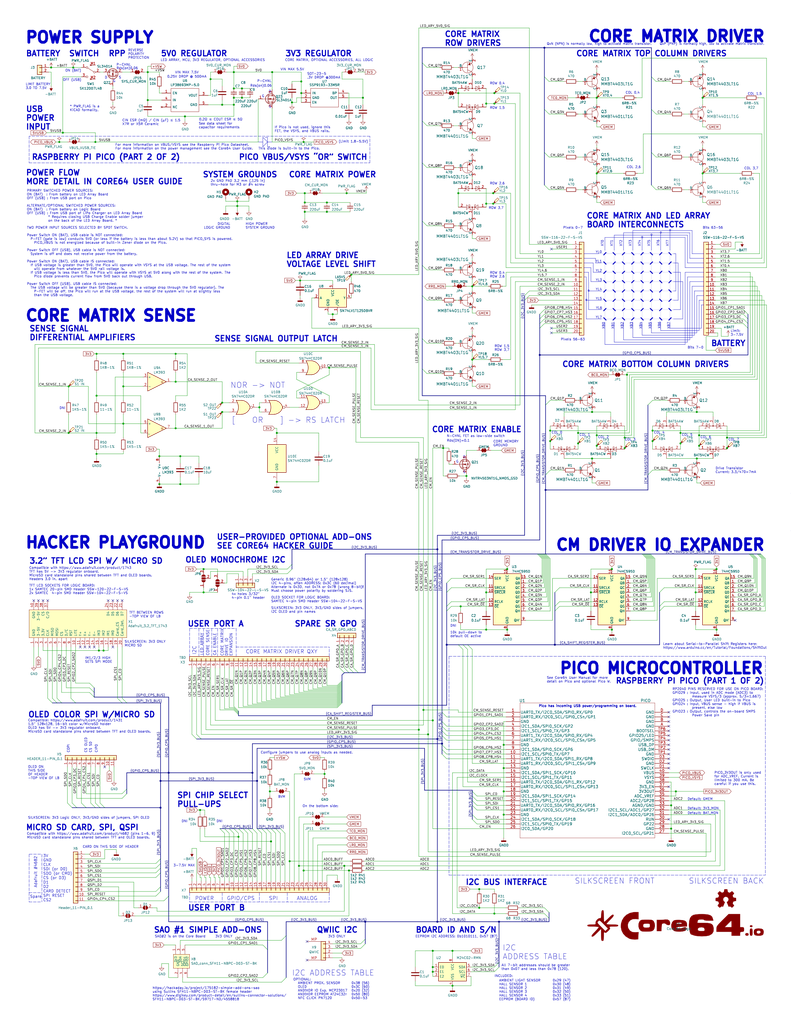
<source format=kicad_sch>
(kicad_sch (version 20211123) (generator eeschema)
  (paper "C" portrait)
  (title_block (title "Core64 Logic Board - Raspberry Pi Pico RP2040") (date "2023-03-19") (rev "0.8") (company "Concept and design by Andy Geppert @ www.MachineIdeas.com") (comment 1 "Please read the Core64 User Guide for more details.") (comment 2 "Visit www.Core64.io for information on assembly and optional features.") (comment 4 "All non-polarized capacitors are X7R or X5R ceramic unless otherwise noted."))
  (bus_alias "CM_TRANSISTOR_DRIVE_BUS" (members "CM_Q1N" "CM_Q1P" "CM_Q2N" "CM_Q2P" "CM_Q3N" "CM_Q3P" "CM_Q4N" "CM_Q4P" "CM_Q5N" "CM_Q5P" "CM_Q6N" "CM_Q6P" "CM_Q7N" "CM_Q7P" "CM_Q8N" "CM_Q8P" "CM_Q9N" "CM_Q9P" "CM_Q10N" "CM_Q10P" "CA_SR_GPO_A" "CA_SR_GPO_B" "CA_SR_GPO_C" "CA_SR_GPO_D"))
  (bus_alias "I2C_3V3_BUS" (members "I2C_3V3_SCL" "I2C_3V3_SDA"))
  (bus_alias "GPIO_CPS_BUS" (members "GPIO1_CP1_SAO1" "GPIO2_CP2_SAO2" "GPIO3_CP3_DC" "GPIO4_CP4_CS2" "GPIO5_CP5_HS1" "GPIO6_CP6_HS2" "GPIO7_CP7_HS3" "GPIO8_CP8_HS4"))
  (bus_alias "SPI_3V3_BUS" (members "SPI_CD" "SPI_RESET" "SPI_SDI" "SPI_CS1" "SPI_CLK" "SPI_SDO"))
  (bus_alias "CA_SHIFT_REGISTER_BUS" (members "CM_SR_CLK" "CM_SR_LAT" "CM_SR_~{OE}" "CM_SR_SER1"))
  (junction (at 269.875 50.8))
  (junction (at 236.22 530.225))
  (junction (at 383.54 94.615))
  (junction (at 250.19 105.41))
  (junction (at 366.395 439.42))
  (junction (at 98.425 264.16))
  (junction (at 127.635 57.15))
  (junction (at 178.435 115.57))
  (junction (at 191.77 149.86))
  (junction (at 380.365 224.79))
  (junction (at 147.32 431.8))
  (junction (at 86.995 264.16))
  (junction (at 300.355 240.665))
  (junction (at 158.115 469.9))
  (junction (at 325.755 237.49))
  (junction (at 396.875 238.76))
  (junction (at 297.815 267.335))
  (junction (at 254.635 259.715))
  (junction (at 381.635 243.205))
  (junction (at 127.635 53.34))
  (junction (at 261.62 495.3))
  (junction (at 92.075 421.64))
  (junction (at 86.995 248.92))
  (junction (at 247.015 518.795))
  (junction (at 340.995 238.76))
  (junction (at 127.635 39.37))
  (junction (at 127.635 48.26))
  (junction (at 52.705 193.04))
  (junction (at 356.235 234.95))
  (junction (at 165.735 77.47))
  (junction (at 236.22 527.685))
  (junction (at 67.31 210.82))
  (junction (at 151.13 236.22))
  (junction (at 40.005 36.83))
  (junction (at 148.59 39.37))
  (junction (at 67.31 193.04))
  (junction (at 274.955 431.8))
  (junction (at 121.285 219.71))
  (junction (at 379.73 323.215))
  (junction (at 165.735 474.98))
  (junction (at 67.31 231.14))
  (junction (at 334.01 343.535))
  (junction (at 251.46 330.835))
  (junction (at 181.61 171.45))
  (junction (at 228.6 398.145))
  (junction (at 129.54 109.855))
  (junction (at 111.125 310.515))
  (junction (at 340.995 244.475))
  (junction (at 111.125 323.215))
  (junction (at 334.01 310.515))
  (junction (at 236.22 393.065))
  (junction (at 164.465 50.8))
  (junction (at 257.81 156.21))
  (junction (at 141.605 222.25))
  (junction (at 269.875 498.475))
  (junction (at 265.43 111.125))
  (junction (at 371.475 236.22))
  (junction (at 265.43 343.535))
  (junction (at 236.22 518.795))
  (junction (at 177.165 422.275))
  (junction (at 132.08 53.34))
  (junction (at 27.94 36.83))
  (junction (at 129.54 112.395))
  (junction (at 368.935 431.8))
  (junction (at 323.215 224.79))
  (junction (at 95.885 193.04))
  (junction (at 274.955 419.1))
  (junction (at 163.83 153.035))
  (junction (at 243.84 351.79))
  (junction (at 198.12 53.34))
  (junction (at 265.43 56.515))
  (junction (at 189.23 105.41))
  (junction (at 132.08 48.26))
  (junction (at 179.705 200.66))
  (junction (at 257.81 196.215))
  (junction (at 121.285 57.15))
  (junction (at 371.475 241.935))
  (junction (at 163.195 472.44))
  (junction (at 56.515 354.965))
  (junction (at 95.885 233.68))
  (junction (at 269.24 111.125))
  (junction (at 166.37 115.57))
  (junction (at 238.76 299.72))
  (junction (at 323.215 250.19))
  (junction (at 140.335 426.085))
  (junction (at 380.365 250.19))
  (junction (at 80.645 54.61))
  (junction (at 121.285 224.79))
  (junction (at 302.895 351.79))
  (junction (at 151.13 262.89))
  (junction (at 114.935 43.18))
  (junction (at 52.705 247.65))
  (junction (at 241.935 244.475))
  (junction (at 342.265 204.47))
  (junction (at 199.39 502.92))
  (junction (at 391.16 310.515))
  (junction (at 34.29 72.39))
  (junction (at 137.795 421.64))
  (junction (at 147.955 459.105))
  (junction (at 241.3 405.765))
  (junction (at 379.73 310.515))
  (junction (at 98.425 248.92))
  (junction (at 391.16 343.535))
  (junction (at 53.975 354.965))
  (junction (at 300.355 234.95))
  (junction (at 383.54 53.34))
  (junction (at 272.415 502.92))
  (junction (at 159.385 55.88))
  (junction (at 95.885 208.28))
  (junction (at 274.955 444.5))
  (junction (at 87.63 426.085))
  (junction (at 238.76 502.92))
  (junction (at 109.22 441.96))
  (junction (at 32.385 77.47))
  (junction (at 37.465 236.22))
  (junction (at 265.43 323.215))
  (junction (at 315.595 236.22))
  (junction (at 297.18 26.035))
  (junction (at 315.595 241.935))
  (junction (at 247.015 537.845))
  (junction (at 366.395 452.12))
  (junction (at 52.705 215.9))
  (junction (at 325.755 94.615))
  (junction (at 80.645 39.37))
  (junction (at 100.965 63.5))
  (junction (at 276.86 310.515))
  (junction (at 37.465 210.82))
  (junction (at 325.755 243.205))
  (junction (at 164.465 44.45))
  (junction (at 130.175 456.565))
  (junction (at 325.755 53.34))
  (junction (at 396.875 244.475))
  (junction (at 356.235 240.665))
  (junction (at 166.37 110.49))
  (junction (at 233.68 400.685))
  (junction (at 190.5 474.98))
  (junction (at 166.37 105.41))
  (junction (at 269.24 105.41))
  (junction (at 276.86 343.535))
  (junction (at 187.96 472.44))
  (junction (at 52.705 236.22))
  (junction (at 322.58 323.215))
  (junction (at 269.875 56.515))
  (junction (at 294.64 193.675))
  (junction (at 381.635 237.49))
  (junction (at 250.19 50.8))
  (junction (at 87.63 440.69))
  (junction (at 178.435 110.49))
  (junction (at 52.07 77.47))
  (junction (at 274.955 406.4))
  (junction (at 238.76 403.225))
  (junction (at 261.62 485.14))
  (junction (at 231.14 387.35))
  (no_connect (at 59.055 327.66))
  (no_connect (at 365.125 414.02))
  (no_connect (at 365.125 403.86))
  (no_connect (at 365.125 393.7))
  (no_connect (at 61.595 327.66))
  (no_connect (at 300.99 135.89))
  (no_connect (at 365.125 411.48))
  (no_connect (at 167.64 523.875))
  (no_connect (at 167.64 513.715))
  (no_connect (at 64.135 327.66))
  (no_connect (at 66.675 327.66))
  (no_connect (at 26.035 327.66))
  (no_connect (at 300.99 181.61))
  (no_connect (at 57.15 418.465))
  (no_connect (at 365.125 401.32))
  (no_connect (at 23.495 327.66))
  (no_connect (at 365.125 388.62))
  (no_connect (at 365.125 408.94))
  (no_connect (at 300.99 179.07))
  (no_connect (at 48.895 353.06))
  (no_connect (at 61.595 353.06))
  (no_connect (at 365.125 429.26))
  (no_connect (at 365.125 396.24))
  (no_connect (at 365.125 398.78))
  (no_connect (at 43.815 353.06))
  (no_connect (at 18.415 327.66))
  (no_connect (at 365.125 406.4))
  (no_connect (at 365.125 416.56))
  (no_connect (at 20.955 327.66))
  (no_connect (at 365.125 419.1))
  (no_connect (at 51.435 353.06))
  (no_connect (at 401.32 338.455))
  (no_connect (at 365.125 391.16))
  (no_connect (at 365.125 447.04))
  (no_connect (at 46.355 353.06))
  (bus_entry (at 230.505 184.785) (size 2.54 2.54))
  (bus_entry (at 230.505 201.295) (size 2.54 2.54))
  (bus_entry (at 186.69 379.095) (size -2.54 2.54))
  (bus_entry (at 241.3 411.48) (size 2.54 2.54))
  (bus_entry (at 410.21 302.26) (size 2.54 2.54))
  (bus_entry (at 260.35 447.04) (size -2.54 -2.54))
  (bus_entry (at 353.695 259.08) (size 2.54 -2.54))
  (bus_entry (at 353.695 220.98) (size 2.54 -2.54))
  (bus_entry (at 132.715 452.12) (size 2.54 2.54))
  (bus_entry (at 186.69 383.54) (size -2.54 2.54))
  (bus_entry (at 360.045 323.215) (size 2.54 -2.54))
  (bus_entry (at 293.37 302.26) (size 2.54 2.54))
  (bus_entry (at 186.69 382.905) (size -2.54 2.54))
  (bus_entry (at 297.18 83.185) (size 2.54 2.54))
  (bus_entry (at 241.3 398.78) (size 2.54 2.54))
  (bus_entry (at 187.96 364.49) (size 2.54 2.54))
  (bus_entry (at 355.6 100.965) (size 2.54 2.54))
  (bus_entry (at 355.6 83.185) (size 2.54 2.54))
  (bus_entry (at 241.3 408.94) (size 2.54 2.54))
  (bus_entry (at 186.69 382.27) (size -2.54 2.54))
  (bus_entry (at 243.84 391.16) (size -2.54 -2.54))
  (bus_entry (at 85.09 473.71) (size 2.54 -2.54))
  (bus_entry (at 85.09 476.25) (size 2.54 -2.54))
  (bus_entry (at 85.09 478.79) (size 2.54 -2.54))
  (bus_entry (at 85.09 488.95) (size 2.54 -2.54))
  (bus_entry (at 85.09 471.17) (size 2.54 -2.54))
  (bus_entry (at 147.955 452.12) (size 2.54 2.54))
  (bus_entry (at 150.495 452.12) (size 2.54 2.54))
  (bus_entry (at 140.335 452.12) (size 2.54 2.54))
  (bus_entry (at 142.875 452.12) (size 2.54 2.54))
  (bus_entry (at 145.415 452.12) (size 2.54 2.54))
  (bus_entry (at 153.035 452.12) (size 2.54 2.54))
  (bus_entry (at 186.69 377.825) (size -2.54 2.54))
  (bus_entry (at 413.385 302.26) (size 2.54 2.54))
  (bus_entry (at 260.35 449.58) (size -2.54 -2.54))
  (bus_entry (at 49.53 438.15) (size 2.54 2.54))
  (bus_entry (at 186.69 375.285) (size -2.54 2.54))
  (bus_entry (at 355.6 59.69) (size 2.54 2.54))
  (bus_entry (at 355.6 41.91) (size 2.54 2.54))
  (bus_entry (at 294.005 302.26) (size 2.54 2.54))
  (bus_entry (at 269.875 530.225) (size 2.54 -2.54))
  (bus_entry (at 354.33 302.26) (size 2.54 2.54))
  (bus_entry (at 39.37 438.15) (size 2.54 2.54))
  (bus_entry (at 156.845 310.515) (size 2.54 -2.54))
  (bus_entry (at 156.845 313.055) (size 2.54 -2.54))
  (bus_entry (at 269.875 527.685) (size 2.54 -2.54))
  (bus_entry (at 186.69 379.73) (size -2.54 2.54))
  (bus_entry (at 153.67 513.08) (size 2.54 -2.54))
  (bus_entry (at 230.505 88.9) (size 2.54 2.54))
  (bus_entry (at 230.505 120.65) (size 2.54 2.54))
  (bus_entry (at 186.69 375.92) (size -2.54 2.54))
  (bus_entry (at 186.69 378.46) (size -2.54 2.54))
  (bus_entry (at 415.29 302.26) (size 2.54 2.54))
  (bus_entry (at 120.015 452.12) (size 2.54 2.54))
  (bus_entry (at 241.3 401.32) (size 2.54 2.54))
  (bus_entry (at 196.85 514.985) (size 2.54 -2.54))
  (bus_entry (at 414.655 302.26) (size 2.54 2.54))
  (bus_entry (at 196.85 517.525) (size 2.54 -2.54))
  (bus_entry (at 354.965 302.26) (size 2.54 2.54))
  (bus_entry (at 230.505 66.04) (size 2.54 2.54))
  (bus_entry (at 230.505 34.29) (size 2.54 2.54))
  (bus_entry (at 130.175 387.985) (size -2.54 -2.54))
  (bus_entry (at 360.045 333.375) (size 2.54 -2.54))
  (bus_entry (at 31.115 381) (size 2.54 2.54))
  (bus_entry (at 26.035 381) (size 2.54 2.54))
  (bus_entry (at 28.575 381) (size 2.54 2.54))
  (bus_entry (at 38.735 381) (size 2.54 2.54))
  (bus_entry (at 66.675 381) (size 2.54 2.54))
  (bus_entry (at 64.135 381) (size 2.54 2.54))
  (bus_entry (at 186.69 381) (size -2.54 2.54))
  (bus_entry (at 186.69 381.635) (size -2.54 2.54))
  (bus_entry (at 146.05 518.16) (size -2.54 -2.54))
  (bus_entry (at 143.51 533.4) (size 2.54 -2.54))
  (bus_entry (at 186.69 372.11) (size -2.54 2.54))
  (bus_entry (at 44.45 438.15) (size 2.54 2.54))
  (bus_entry (at 300.355 218.44) (size -2.54 2.54))
  (bus_entry (at 300.355 256.54) (size -2.54 2.54))
  (bus_entry (at 243.84 318.135) (size 2.54 -2.54))
  (bus_entry (at 243.84 323.215) (size 2.54 -2.54))
  (bus_entry (at 243.84 330.835) (size 2.54 -2.54))
  (bus_entry (at 243.84 333.375) (size 2.54 -2.54))
  (bus_entry (at 186.69 376.555) (size -2.54 2.54))
  (bus_entry (at 297.815 302.26) (size 2.54 2.54))
  (bus_entry (at 295.275 302.26) (size 2.54 2.54))
  (bus_entry (at 294.64 302.26) (size 2.54 2.54))
  (bus_entry (at 297.18 302.26) (size 2.54 2.54))
  (bus_entry (at 295.91 302.26) (size 2.54 2.54))
  (bus_entry (at 296.545 302.26) (size 2.54 2.54))
  (bus_entry (at 297.18 100.965) (size 2.54 2.54))
  (bus_entry (at 360.045 330.835) (size 2.54 -2.54))
  (bus_entry (at 127.635 452.12) (size 2.54 2.54))
  (bus_entry (at 351.79 302.26) (size 2.54 2.54))
  (bus_entry (at 410.845 302.26) (size 2.54 2.54))
  (bus_entry (at 352.425 302.26) (size 2.54 2.54))
  (bus_entry (at 299.72 497.84) (size -2.54 -2.54))
  (bus_entry (at 299.72 501.015) (size -2.54 -2.54))
  (bus_entry (at 104.775 400.685) (size 2.54 2.54))
  (bus_entry (at 107.315 400.685) (size 2.54 2.54))
  (bus_entry (at 190.5 364.49) (size 2.54 2.54))
  (bus_entry (at 186.69 371.475) (size -2.54 2.54))
  (bus_entry (at 48.895 377.825) (size 2.54 2.54))
  (bus_entry (at 48.895 372.745) (size 2.54 2.54))
  (bus_entry (at 48.895 375.285) (size 2.54 2.54))
  (bus_entry (at 125.095 452.12) (size 2.54 2.54))
  (bus_entry (at 130.175 388.62) (size -2.54 -2.54))
  (bus_entry (at 186.69 372.745) (size -2.54 2.54))
  (bus_entry (at 353.695 302.26) (size 2.54 2.54))
  (bus_entry (at 255.27 351.79) (size 2.54 2.54))
  (bus_entry (at 252.73 351.79) (size 2.54 2.54))
  (bus_entry (at 250.19 351.79) (size 2.54 2.54))
  (bus_entry (at 405.765 176.53) (size 2.54 2.54))
  (bus_entry (at 405.765 173.99) (size 2.54 2.54))
  (bus_entry (at 405.765 171.45) (size 2.54 2.54))
  (bus_entry (at 405.765 168.91) (size 2.54 2.54))
  (bus_entry (at 135.255 452.12) (size 2.54 2.54))
  (bus_entry (at 230.505 161.29) (size 2.54 2.54))
  (bus_entry (at 230.505 144.78) (size 2.54 2.54))
  (bus_entry (at 286.385 163.83) (size 2.54 -2.54))
  (bus_entry (at 153.67 535.94) (size 2.54 -2.54))
  (bus_entry (at 260.35 441.96) (size -2.54 -2.54))
  (bus_entry (at 302.895 323.215) (size 2.54 -2.54))
  (bus_entry (at 241.3 396.24) (size 2.54 2.54))
  (bus_entry (at 241.3 406.4) (size 2.54 2.54))
  (bus_entry (at 260.35 439.42) (size -2.54 -2.54))
  (bus_entry (at 186.69 374.015) (size -2.54 2.54))
  (bus_entry (at 260.35 434.34) (size -2.54 -2.54))
  (bus_entry (at 186.69 374.65) (size -2.54 2.54))
  (bus_entry (at 185.42 364.49) (size 2.54 2.54))
  (bus_entry (at 260.35 436.88) (size -2.54 -2.54))
  (bus_entry (at 130.175 389.89) (size -2.54 -2.54))
  (bus_entry (at 351.155 302.26) (size 2.54 2.54))
  (bus_entry (at 409.575 302.26) (size 2.54 2.54))
  (bus_entry (at 186.69 373.38) (size -2.54 2.54))
  (bus_entry (at 130.175 452.12) (size 2.54 2.54))
  (bus_entry (at 286.385 161.29) (size 2.54 -2.54))
  (bus_entry (at 92.075 488.95) (size -2.54 2.54))
  (bus_entry (at 294.64 176.53) (size 2.54 -2.54))
  (bus_entry (at 294.64 173.99) (size 2.54 -2.54))
  (bus_entry (at 294.64 171.45) (size 2.54 -2.54))
  (bus_entry (at 294.64 179.07) (size 2.54 -2.54))
  (bus_entry (at 122.555 452.12) (size 2.54 2.54))
  (bus_entry (at 408.94 302.26) (size 2.54 2.54))
  (bus_entry (at 36.83 438.15) (size 2.54 2.54))
  (bus_entry (at 186.69 380.365) (size -2.54 2.54))
  (bus_entry (at 302.895 330.835) (size 2.54 -2.54))
  (bus_entry (at 297.18 59.69) (size 2.54 2.54))
  (bus_entry (at 193.04 364.49) (size 2.54 2.54))
  (bus_entry (at 186.69 377.19) (size -2.54 2.54))
  (bus_entry (at 302.895 333.375) (size 2.54 -2.54))
  (bus_entry (at 353.06 302.26) (size 2.54 2.54))
  (bus_entry (at 52.07 438.15) (size 2.54 2.54))
  (bus_entry (at 127.635 386.715) (size 2.54 2.54))
  (bus_entry (at 414.02 302.26) (size 2.54 2.54))
  (bus_entry (at 66.675 433.07) (size 2.54 -2.54))
  (bus_entry (at 66.675 435.61) (size 2.54 -2.54))
  (bus_entry (at 54.61 438.15) (size 2.54 2.54))
  (bus_entry (at 297.18 41.91) (size 2.54 2.54))
  (bus_entry (at 137.795 452.12) (size 2.54 2.54))
  (bus_entry (at 241.3 393.7) (size 2.54 2.54))
  (bus_entry (at 85.09 486.41) (size 2.54 -2.54))
  (bus_entry (at 350.52 302.26) (size 2.54 2.54))
  (wire (pts (xy 228.6 467.36) (xy 385.445 467.36)))
  (wire (pts (xy 241.935 244.475) (xy 245.11 244.475)))
  (wire (pts (xy 236.22 532.765) (xy 236.855 532.765)))
  (wire (pts (xy 175.895 464.82) (xy 189.23 464.82)))
  (polyline (pts (xy 156.845 487.045) (xy 156.845 492.125)))
  (bus (pts (xy 302.895 333.375) (xy 302.895 351.79)))
  (wire (pts (xy 135.89 109.855) (xy 135.89 108.585)))
  (wire (pts (xy 325.755 110.49) (xy 327.66 110.49)))
  (wire (pts (xy 325.755 49.53) (xy 325.755 53.34)))
  (polyline (pts (xy 22.86 466.09) (xy 22.86 492.125)))
  (bus (pts (xy 408.305 179.07) (xy 408.305 193.675)))
  (wire (pts (xy 353.06 304.8) (xy 353.06 315.595)))
  (wire (pts (xy 278.765 151.13) (xy 278.765 196.215)))
  (wire (pts (xy 265.43 111.125) (xy 265.43 113.03)))
  (wire (pts (xy 269.875 56.515) (xy 265.43 56.515)))
  (wire (pts (xy 245.11 253.365) (xy 247.015 253.365)))
  (wire (pts (xy 41.275 372.745) (xy 48.895 372.745)))
  (wire (pts (xy 347.98 94.615) (xy 351.155 94.615)))
  (polyline (pts (xy 346.075 149.225) (xy 344.805 147.955)) (stroke (width 0.5) (type solid)))
  (wire (pts (xy 80.645 39.37) (xy 80.645 54.61)))
  (wire (pts (xy 114.935 43.18) (xy 121.285 43.18)))
  (wire (pts (xy 322.58 343.535) (xy 334.01 343.535)))
  (wire (pts (xy 95.885 195.58) (xy 95.885 193.04)))
  (wire (pts (xy 373.38 44.45) (xy 375.92 44.45)))
  (bus (pts (xy 39.37 440.69) (xy 41.91 440.69)))
  (wire (pts (xy 95.885 215.9) (xy 102.235 215.9)))
  (wire (pts (xy 181.61 522.605) (xy 186.69 522.605)))
  (wire (pts (xy 236.22 393.065) (xy 236.22 452.12)))
  (wire (pts (xy 401.32 132.08) (xy 401.32 135.89)))
  (wire (pts (xy 123.19 112.395) (xy 129.54 112.395)))
  (wire (pts (xy 104.775 464.82) (xy 104.775 462.915)))
  (wire (pts (xy 114.935 315.595) (xy 114.935 311.785)))
  (wire (pts (xy 125.095 224.79) (xy 121.285 224.79)))
  (wire (pts (xy 299.72 330.835) (xy 299.72 304.8)))
  (bus (pts (xy 272.415 525.145) (xy 272.415 527.685)))
  (wire (pts (xy 26.035 353.06) (xy 26.035 381)))
  (wire (pts (xy 113.665 52.07) (xy 114.935 52.07)))
  (wire (pts (xy 257.81 416.56) (xy 276.225 416.56)))
  (wire (pts (xy 248.92 163.83) (xy 250.19 163.83)))
  (wire (pts (xy 307.975 224.79) (xy 307.975 227.33)))
  (wire (pts (xy 390.525 179.07) (xy 393.7 179.07)))
  (bus (pts (xy 257.81 434.34) (xy 257.81 436.88)))
  (wire (pts (xy 178.435 364.49) (xy 178.435 374.015)))
  (wire (pts (xy 403.86 94.615) (xy 383.54 94.615)))
  (polyline (pts (xy 334.645 154.305) (xy 335.915 153.035)) (stroke (width 0.5) (type solid)))
  (polyline (pts (xy 365.125 154.305) (xy 366.395 153.035)) (stroke (width 0.5) (type solid)))
  (wire (pts (xy 184.15 171.45) (xy 181.61 171.45)))
  (wire (pts (xy 139.7 191.77) (xy 139.7 198.12)))
  (wire (pts (xy 294.005 163.83) (xy 312.42 163.83)))
  (wire (pts (xy 109.855 478.79) (xy 109.855 480.695)))
  (wire (pts (xy 165.735 449.58) (xy 169.545 449.58)))
  (wire (pts (xy 274.955 406.4) (xy 274.955 419.1)))
  (wire (pts (xy 412.115 205.74) (xy 412.115 153.67)))
  (wire (pts (xy 109.22 452.12) (xy 109.22 459.105)))
  (bus (pts (xy 241.3 393.7) (xy 241.3 396.24)))
  (wire (pts (xy 366.395 439.42) (xy 365.125 439.42)))
  (wire (pts (xy 363.855 224.79) (xy 380.365 224.79)))
  (wire (pts (xy 276.225 148.59) (xy 276.225 156.21)))
  (wire (pts (xy 204.47 220.98) (xy 283.845 220.98)))
  (polyline (pts (xy 366.395 149.225) (xy 365.125 147.955)) (stroke (width 0.5) (type solid)))
  (wire (pts (xy 395.605 436.88) (xy 395.605 474.98)))
  (wire (pts (xy 281.305 56.515) (xy 269.875 56.515)))
  (wire (pts (xy 257.81 73.66) (xy 257.81 75.565)))
  (bus (pts (xy 199.39 367.03) (xy 195.58 367.03)))
  (wire (pts (xy 109.22 459.105) (xy 147.955 459.105)))
  (wire (pts (xy 342.265 203.2) (xy 342.265 204.47)))
  (wire (pts (xy 276.225 146.05) (xy 276.225 111.125)))
  (wire (pts (xy 276.225 148.59) (xy 312.42 148.59)))
  (polyline (pts (xy 382.905 179.07) (xy 382.905 166.37)) (stroke (width 0) (type solid)))
  (wire (pts (xy 202.565 223.52) (xy 281.305 223.52)))
  (wire (pts (xy 179.705 219.71) (xy 179.705 215.9)))
  (wire (pts (xy 148.59 77.47) (xy 165.735 77.47)))
  (wire (pts (xy 163.83 153.67) (xy 163.83 153.035)))
  (wire (pts (xy 200.025 104.14) (xy 200.025 105.41)))
  (wire (pts (xy 246.38 320.675) (xy 266.7 320.675)))
  (wire (pts (xy 130.175 454.66) (xy 130.175 456.565)))
  (wire (pts (xy 177.165 422.275) (xy 177.165 423.545)))
  (bus (pts (xy 355.6 100.965) (xy 355.6 83.185)))
  (wire (pts (xy 137.795 314.325) (xy 137.795 313.055)))
  (wire (pts (xy 184.15 378.46) (xy 160.655 378.46)))
  (wire (pts (xy 278.765 105.41) (xy 269.24 105.41)))
  (polyline (pts (xy 111.125 342.9) (xy 111.125 358.14)))
  (wire (pts (xy 276.225 444.5) (xy 274.955 444.5)))
  (wire (pts (xy 178.435 110.49) (xy 191.135 110.49)))
  (polyline (pts (xy 365.76 125.73) (xy 365.76 136.525)) (stroke (width 0) (type solid)))
  (wire (pts (xy 112.395 398.145) (xy 228.6 398.145)))
  (wire (pts (xy 314.96 218.44) (xy 315.595 218.44)))
  (wire (pts (xy 247.015 518.795) (xy 257.175 518.795)))
  (wire (pts (xy 52.705 203.2) (xy 52.705 215.9)))
  (wire (pts (xy 325.755 90.805) (xy 325.755 94.615)))
  (wire (pts (xy 181.61 154.94) (xy 181.61 153.035)))
  (wire (pts (xy 233.68 464.82) (xy 387.985 464.82)))
  (wire (pts (xy 383.54 90.805) (xy 383.54 94.615)))
  (wire (pts (xy 250.19 388.62) (xy 276.225 388.62)))
  (wire (pts (xy 401.32 333.375) (xy 417.83 333.375)))
  (wire (pts (xy 64.135 353.06) (xy 64.135 381)))
  (wire (pts (xy 243.205 259.715) (xy 241.935 259.715)))
  (wire (pts (xy 366.395 439.42) (xy 366.395 426.72)))
  (wire (pts (xy 233.045 123.19) (xy 241.3 123.19)))
  (bus (pts (xy 186.69 372.745) (xy 186.69 373.38)))
  (wire (pts (xy 269.875 498.475) (xy 276.225 498.475)))
  (wire (pts (xy 300.355 234.95) (xy 300.355 240.665)))
  (wire (pts (xy 276.225 111.125) (xy 269.24 111.125)))
  (wire (pts (xy 173.99 236.22) (xy 173.99 246.38)))
  (wire (pts (xy 257.81 180.975) (xy 257.81 182.245)))
  (wire (pts (xy 309.88 53.34) (xy 314.325 53.34)))
  (bus (pts (xy 92.075 380.365) (xy 51.435 380.365)))
  (wire (pts (xy 151.13 264.16) (xy 151.13 262.89)))
  (bus (pts (xy 130.175 387.985) (xy 130.175 388.62)))
  (wire (pts (xy 142.875 454.66) (xy 142.875 480.695)))
  (wire (pts (xy 127.635 48.26) (xy 132.08 48.26)))
  (wire (pts (xy 62.865 205.74) (xy 62.865 236.22)))
  (wire (pts (xy 127.635 454.66) (xy 127.635 480.695)))
  (wire (pts (xy 23.495 354.965) (xy 53.975 354.965)))
  (polyline (pts (xy 141.605 487.045) (xy 141.605 492.125)))
  (polyline (pts (xy 376.555 185.42) (xy 376.555 153.67)) (stroke (width 0) (type solid)))
  (wire (pts (xy 257.81 192.405) (xy 257.81 196.215)))
  (wire (pts (xy 366.395 457.2) (xy 366.395 452.12)))
  (wire (pts (xy 391.16 309.245) (xy 391.16 310.515)))
  (wire (pts (xy 340.995 204.47) (xy 342.265 204.47)))
  (wire (pts (xy 67.31 226.06) (xy 67.31 231.14)))
  (wire (pts (xy 365.125 454.66) (xy 385.445 454.66)))
  (wire (pts (xy 414.655 94.615) (xy 414.655 138.43)))
  (polyline (pts (xy 377.825 138.43) (xy 384.175 138.43)) (stroke (width 0) (type solid)))
  (wire (pts (xy 243.84 411.48) (xy 276.225 411.48)))
  (wire (pts (xy 165.735 377.19) (xy 165.735 364.49)))
  (wire (pts (xy 184.15 381) (xy 150.495 381)))
  (wire (pts (xy 164.465 50.8) (xy 164.465 55.88)))
  (wire (pts (xy 410.845 204.47) (xy 410.845 151.13)))
  (wire (pts (xy 381.635 237.49) (xy 381.635 243.205)))
  (polyline (pts (xy 328.295 148.59) (xy 367.665 148.59)) (stroke (width 0) (type dot)))
  (wire (pts (xy 161.925 55.88) (xy 159.385 55.88)))
  (bus (pts (xy 156.21 502.92) (xy 199.39 502.92)))
  (polyline (pts (xy 322.58 153.67) (xy 328.295 153.67)) (stroke (width 0) (type solid)))
  (bus (pts (xy 252.73 351.79) (xy 255.27 351.79)))
  (wire (pts (xy 132.08 53.34) (xy 136.525 53.34)))
  (wire (pts (xy 52.705 215.9) (xy 52.705 218.44)))
  (wire (pts (xy 257.81 96.52) (xy 257.81 97.79)))
  (wire (pts (xy 175.895 105.41) (xy 189.23 105.41)))
  (bus (pts (xy 41.91 440.69) (xy 46.99 440.69)))
  (wire (pts (xy 129.54 109.855) (xy 135.89 109.855)))
  (wire (pts (xy 346.075 207.01) (xy 346.075 238.76)))
  (wire (pts (xy 64.77 499.745) (xy 66.04 499.745)))
  (polyline (pts (xy 330.2 129.54) (xy 330.2 136.525)) (stroke (width 0) (type solid)))
  (wire (pts (xy 181.61 514.985) (xy 196.85 514.985)))
  (wire (pts (xy 184.15 375.92) (xy 170.815 375.92)))
  (wire (pts (xy 164.465 53.34) (xy 161.925 53.34)))
  (wire (pts (xy 365.125 449.58) (xy 387.985 449.58)))
  (wire (pts (xy 160.655 422.275) (xy 160.655 480.695)))
  (polyline (pts (xy 365.76 179.07) (xy 382.905 179.07)) (stroke (width 0) (type solid)))
  (polyline (pts (xy 366.395 159.385) (xy 365.125 158.115)) (stroke (width 0.5) (type solid)))
  (polyline (pts (xy 350.52 182.88) (xy 350.52 175.895)) (stroke (width 0) (type solid)))
  (wire (pts (xy 269.875 494.03) (xy 269.875 498.475)))
  (wire (pts (xy 184.15 379.095) (xy 158.115 379.095)))
  (wire (pts (xy 185.42 351.79) (xy 185.42 364.49)))
  (wire (pts (xy 260.35 449.58) (xy 276.225 449.58)))
  (wire (pts (xy 344.17 325.755) (xy 355.6 325.755)))
  (wire (pts (xy 59.69 420.37) (xy 59.69 418.465)))
  (wire (pts (xy 380.365 223.52) (xy 380.365 224.79)))
  (wire (pts (xy 127.635 53.34) (xy 127.635 57.15)))
  (wire (pts (xy 391.795 181.61) (xy 391.795 183.515)))
  (wire (pts (xy 100.965 515.62) (xy 143.51 515.62)))
  (wire (pts (xy 107.315 310.515) (xy 111.125 310.515)))
  (polyline (pts (xy 377.825 125.73) (xy 377.825 138.43)) (stroke (width 0) (type solid)))
  (bus (pts (xy 231.775 431.165) (xy 231.775 408.305)))
  (wire (pts (xy 325.755 94.615) (xy 325.755 98.425)))
  (wire (pts (xy 368.935 431.8) (xy 368.935 434.34)))
  (wire (pts (xy 78.74 39.37) (xy 80.645 39.37)))
  (bus (pts (xy 230.505 34.29) (xy 230.505 66.04)))
  (wire (pts (xy 80.645 36.195) (xy 80.645 39.37)))
  (wire (pts (xy 322.58 323.215) (xy 322.58 333.375)))
  (bus (pts (xy 353.695 302.26) (xy 354.33 302.26)))
  (bus (pts (xy 230.505 215.9) (xy 297.815 215.9)))
  (wire (pts (xy 135.89 114.935) (xy 135.89 112.395)))
  (wire (pts (xy 383.54 49.53) (xy 383.54 53.34)))
  (wire (pts (xy 100.965 63.5) (xy 100.965 66.04)))
  (wire (pts (xy 276.86 344.805) (xy 276.86 343.535)))
  (wire (pts (xy 351.155 73.025) (xy 415.925 73.025)))
  (bus (pts (xy 257.81 436.88) (xy 257.81 439.42)))
  (polyline (pts (xy 330.835 164.465) (xy 329.565 163.195)) (stroke (width 0.5) (type solid)))
  (polyline (pts (xy 121.285 487.045) (xy 121.285 492.125)))
  (wire (pts (xy 159.385 44.45) (xy 164.465 44.45)))
  (wire (pts (xy 358.14 44.45) (xy 365.76 44.45)))
  (wire (pts (xy 281.305 153.67) (xy 312.42 153.67)))
  (wire (pts (xy 401.32 325.755) (xy 415.925 325.755)))
  (wire (pts (xy 390.525 140.97) (xy 415.925 140.97)))
  (wire (pts (xy 276.225 146.05) (xy 312.42 146.05)))
  (wire (pts (xy 159.385 45.72) (xy 159.385 44.45)))
  (bus (pts (xy 230.505 184.785) (xy 230.505 201.295)))
  (wire (pts (xy 109.22 444.5) (xy 109.22 441.96)))
  (bus (pts (xy 130.175 390.525) (xy 203.2 390.525)))
  (wire (pts (xy 344.17 338.455) (xy 358.775 338.455)))
  (wire (pts (xy 132.715 454.66) (xy 132.715 480.695)))
  (polyline (pts (xy 340.995 154.305) (xy 339.725 153.035)) (stroke (width 0.5) (type solid)))
  (wire (pts (xy 305.435 320.675) (xy 323.85 320.675)))
  (wire (pts (xy 372.11 256.54) (xy 372.745 256.54)))
  (wire (pts (xy 121.285 46.99) (xy 121.285 43.18)))
  (wire (pts (xy 184.15 381.635) (xy 147.955 381.635)))
  (wire (pts (xy 269.875 50.8) (xy 283.845 50.8)))
  (wire (pts (xy 184.15 376.555) (xy 168.275 376.555)))
  (polyline (pts (xy 335.28 136.525) (xy 335.28 175.895)) (stroke (width 0) (type dot)))
  (wire (pts (xy 198.12 53.34) (xy 198.12 57.15)))
  (wire (pts (xy 241.935 50.8) (xy 242.57 50.8)))
  (wire (pts (xy 159.385 55.88) (xy 159.385 57.15)))
  (wire (pts (xy 49.53 418.465) (xy 49.53 438.15)))
  (wire (pts (xy 260.35 434.34) (xy 276.225 434.34)))
  (wire (pts (xy 165.735 77.47) (xy 171.45 77.47)))
  (wire (pts (xy 343.535 204.47) (xy 410.845 204.47)))
  (wire (pts (xy 151.13 236.22) (xy 173.99 236.22)))
  (polyline (pts (xy 344.805 144.145) (xy 346.075 142.875)) (stroke (width 0.5) (type solid)))
  (wire (pts (xy 184.15 379.73) (xy 155.575 379.73)))
  (wire (pts (xy 297.18 320.675) (xy 297.18 304.8)))
  (bus (pts (xy 241.3 405.765) (xy 241.3 406.4)))
  (polyline (pts (xy 330.2 187.96) (xy 374.015 187.96)) (stroke (width 0) (type solid)))
  (wire (pts (xy 344.17 333.375) (xy 357.505 333.375)))
  (wire (pts (xy 236.22 530.225) (xy 236.22 532.765)))
  (wire (pts (xy 52.07 438.15) (xy 52.07 418.465)))
  (wire (pts (xy 397.51 183.515) (xy 397.51 182.88)))
  (wire (pts (xy 315.595 236.22) (xy 315.595 241.935)))
  (wire (pts (xy 267.97 245.745) (xy 273.685 245.745)))
  (wire (pts (xy 20.955 353.06) (xy 20.955 358.14)))
  (wire (pts (xy 127.635 53.34) (xy 132.08 53.34)))
  (wire (pts (xy 109.855 400.685) (xy 233.68 400.685)))
  (wire (pts (xy 184.15 383.54) (xy 140.335 383.54)))
  (wire (pts (xy 73.025 495.3) (xy 75.565 495.3)))
  (wire (pts (xy 86.995 264.16) (xy 98.425 264.16)))
  (wire (pts (xy 260.35 436.88) (xy 276.225 436.88)))
  (bus (pts (xy 92.075 421.64) (xy 92.075 488.95)))
  (wire (pts (xy 265.43 340.995) (xy 265.43 343.535)))
  (wire (pts (xy 175.895 374.65) (xy 175.895 364.49)))
  (polyline (pts (xy 375.285 128.27) (xy 375.285 143.51)) (stroke (width 0) (type solid)))
  (polyline (pts (xy 334.645 144.145) (xy 335.915 142.875)) (stroke (width 0.5) (type solid)))
  (wire (pts (xy 390.525 148.59) (xy 409.575 148.59)))
  (wire (pts (xy 321.945 53.34) (xy 325.755 53.34)))
  (wire (pts (xy 371.475 232.41) (xy 371.475 236.22)))
  (wire (pts (xy 39.37 438.15) (xy 39.37 418.465)))
  (wire (pts (xy 283.845 495.3) (xy 297.18 495.3)))
  (wire (pts (xy 147.32 421.005) (xy 147.32 421.64)))
  (polyline (pts (xy 361.315 144.145) (xy 360.045 142.875)) (stroke (width 0.5) (type solid)))
  (polyline (pts (xy 583.565 289.56) (xy 1015.365 289.56)))
  (polyline (pts (xy 367.665 153.67) (xy 372.745 153.67)) (stroke (width 0) (type solid)))
  (bus (pts (xy 69.215 421.64) (xy 69.215 430.53)))
  (wire (pts (xy 393.7 183.515) (xy 397.51 183.515)))
  (wire (pts (xy 257.81 41.91) (xy 257.81 43.18)))
  (bus (pts (xy 150.495 452.12) (xy 147.955 452.12)))
  (wire (pts (xy 129.54 112.395) (xy 135.89 112.395)))
  (wire (pts (xy 287.02 338.455) (xy 301.625 338.455)))
  (wire (pts (xy 62.23 426.085) (xy 62.23 418.465)))
  (polyline (pts (xy 360.045 169.545) (xy 361.315 168.275)) (stroke (width 0.5) (type solid)))
  (wire (pts (xy 245.11 244.475) (xy 245.11 245.11)))
  (polyline (pts (xy 346.075 169.545) (xy 344.805 168.275)) (stroke (width 0.5) (type solid)))
  (wire (pts (xy 37.465 210.82) (xy 37.465 218.44)))
  (bus (pts (xy 186.69 382.905) (xy 186.69 383.54)))
  (wire (pts (xy 343.535 204.47) (xy 343.535 236.22)))
  (bus (pts (xy 41.275 383.54) (xy 66.675 383.54)))
  (polyline (pts (xy 354.965 174.625) (xy 356.235 173.355)) (stroke (width 0.5) (type solid)))
  (wire (pts (xy 28.575 353.06) (xy 28.575 381)))
  (wire (pts (xy 233.045 147.32) (xy 241.3 147.32)))
  (bus (pts (xy 132.715 452.12) (xy 135.255 452.12)))
  (polyline (pts (xy 799.465 279.4) (xy 799.465 558.8)))
  (polyline (pts (xy 350.52 129.54) (xy 350.52 136.525)) (stroke (width 0) (type solid)))
  (bus (pts (xy 241.3 388.62) (xy 241.3 294.64)))
  (polyline (pts (xy 340.36 127) (xy 340.36 136.525)) (stroke (width 0) (type solid)))
  (polyline (pts (xy 365.125 164.465) (xy 366.395 163.195)) (stroke (width 0.5) (type solid)))
  (wire (pts (xy 265.43 102.87) (xy 265.43 111.125)))
  (bus (pts (xy 87.63 471.17) (xy 87.63 473.71)))
  (wire (pts (xy 52.705 236.22) (xy 52.705 238.76)))
  (wire (pts (xy 64.77 483.87) (xy 64.77 499.745)))
  (wire (pts (xy 340.995 232.41) (xy 340.995 238.76)))
  (wire (pts (xy 249.555 495.3) (xy 261.62 495.3)))
  (wire (pts (xy 56.515 354.965) (xy 56.515 353.06)))
  (wire (pts (xy 132.715 311.785) (xy 132.715 314.325)))
  (wire (pts (xy 129.54 109.855) (xy 123.19 109.855)))
  (wire (pts (xy 31.115 353.06) (xy 31.115 381)))
  (wire (pts (xy 356.235 234.95) (xy 356.235 240.665)))
  (wire (pts (xy 226.695 535.305) (xy 226.695 537.845)))
  (wire (pts (xy 283.845 156.21) (xy 283.845 220.98)))
  (polyline (pts (xy 320.04 163.83) (xy 328.295 163.83)) (stroke (width 0) (type solid)))
  (bus (pts (xy 137.795 421.64) (xy 92.075 421.64)))
  (polyline (pts (xy 325.12 143.51) (xy 328.295 143.51)) (stroke (width 0) (type solid)))
  (wire (pts (xy 150.495 381) (xy 150.495 364.49)))
  (wire (pts (xy 251.46 330.835) (xy 266.7 330.835)))
  (bus (pts (xy 130.175 388.62) (xy 130.175 389.255)))
  (polyline (pts (xy 330.2 136.525) (xy 330.2 175.895)) (stroke (width 0) (type dot)))
  (wire (pts (xy 158.115 222.25) (xy 163.195 222.25)))
  (wire (pts (xy 164.465 44.45) (xy 164.465 50.8)))
  (bus (pts (xy 238.76 502.92) (xy 272.415 502.92)))
  (bus (pts (xy 257.81 439.42) (xy 257.81 444.5)))
  (wire (pts (xy 129.54 36.195) (xy 127.635 36.195)))
  (wire (pts (xy 52.705 193.04) (xy 52.705 195.58)))
  (bus (pts (xy 255.27 351.79) (xy 302.895 351.79)))
  (polyline (pts (xy 365.76 179.07) (xy 365.76 175.895)) (stroke (width 0) (type solid)))
  (bus (pts (xy 238.76 292.1) (xy 238.76 299.72)))
  (wire (pts (xy 373.38 62.23) (xy 375.92 62.23)))
  (polyline (pts (xy 376.555 140.97) (xy 384.175 140.97)) (stroke (width 0) (type solid)))
  (wire (pts (xy 393.065 441.96) (xy 393.065 472.44)))
  (wire (pts (xy 333.375 224.79) (xy 333.375 227.33)))
  (bus (pts (xy 130.175 389.255) (xy 130.175 389.89)))
  (wire (pts (xy 233.68 400.685) (xy 233.68 464.82)))
  (wire (pts (xy 141.605 222.25) (xy 141.605 219.71)))
  (wire (pts (xy 184.15 377.825) (xy 163.195 377.825)))
  (wire (pts (xy 137.795 454.66) (xy 137.795 480.695)))
  (wire (pts (xy 148.59 39.37) (xy 148.59 48.895)))
  (wire (pts (xy 111.76 452.12) (xy 111.76 456.565)))
  (wire (pts (xy 44.45 438.15) (xy 44.45 418.465)))
  (wire (pts (xy 344.17 315.595) (xy 353.06 315.595)))
  (wire (pts (xy 390.525 444.5) (xy 390.525 469.9)))
  (wire (pts (xy 323.215 263.525) (xy 325.12 263.525)))
  (wire (pts (xy 46.355 486.41) (xy 85.09 486.41)))
  (wire (pts (xy 187.96 497.205) (xy 85.725 497.205)))
  (polyline (pts (xy 320.04 173.99) (xy 328.295 173.99)) (stroke (width 0) (type solid)))
  (wire (pts (xy 233.045 203.835) (xy 241.3 203.835)))
  (wire (pts (xy 109.22 441.96) (xy 111.76 441.96)))
  (wire (pts (xy 288.925 133.35) (xy 312.42 133.35)))
  (bus (pts (xy 195.58 367.03) (xy 193.04 367.03)))
  (wire (pts (xy 396.875 232.41) (xy 396.875 238.76)))
  (wire (pts (xy 257.175 530.225) (xy 269.875 530.225)))
  (wire (pts (xy 362.585 328.295) (xy 381 328.295)))
  (wire (pts (xy 325.755 53.34) (xy 325.755 57.15)))
  (wire (pts (xy 265.43 48.26) (xy 265.43 56.515)))
  (wire (pts (xy 274.32 156.21) (xy 276.225 156.21)))
  (wire (pts (xy 121.285 54.61) (xy 121.285 57.15)))
  (polyline (pts (xy 377.825 156.21) (xy 384.175 156.21)) (stroke (width 0) (type solid)))
  (bus (pts (xy 122.555 452.12) (xy 125.095 452.12)))
  (wire (pts (xy 122.555 454.66) (xy 122.555 480.695)))
  (wire (pts (xy 265.43 343.535) (xy 276.86 343.535)))
  (wire (pts (xy 113.665 57.15) (xy 121.285 57.15)))
  (bus (pts (xy 297.18 41.91) (xy 297.18 59.69)))
  (wire (pts (xy 254.635 245.745) (xy 254.635 248.285)))
  (polyline (pts (xy 128.905 353.06) (xy 179.705 353.06)))
  (wire (pts (xy 405.13 132.08) (xy 401.32 132.08)))
  (wire (pts (xy 231.14 395.605) (xy 114.935 395.605)))
  (wire (pts (xy 358.14 85.725) (xy 365.76 85.725)))
  (wire (pts (xy 120.015 387.35) (xy 127.635 387.35)))
  (bus (pts (xy 87.63 383.54) (xy 87.63 426.085)))
  (wire (pts (xy 254.635 258.445) (xy 254.635 259.715)))
  (wire (pts (xy 356.235 234.95) (xy 414.655 234.95)))
  (wire (pts (xy 412.75 320.675) (xy 412.75 304.8)))
  (wire (pts (xy 67.31 203.2) (xy 67.31 210.82)))
  (wire (pts (xy 198.755 469.9) (xy 390.525 469.9)))
  (bus (pts (xy 186.69 377.825) (xy 186.69 378.46)))
  (bus (pts (xy 241.3 388.62) (xy 241.3 393.7)))
  (wire (pts (xy 236.22 452.12) (xy 276.225 452.12)))
  (wire (pts (xy 325.755 38.1) (xy 325.755 39.37)))
  (wire (pts (xy 417.195 163.83) (xy 417.195 237.49)))
  (bus (pts (xy 230.505 201.295) (xy 230.505 215.9)))
  (wire (pts (xy 52.705 193.04) (xy 67.31 193.04)))
  (wire (pts (xy 333.375 250.19) (xy 323.215 250.19)))
  (wire (pts (xy 243.84 414.02) (xy 276.225 414.02)))
  (wire (pts (xy 147.955 459.105) (xy 147.955 480.695)))
  (wire (pts (xy 365.125 434.34) (xy 368.935 434.34)))
  (bus (pts (xy 69.215 430.53) (xy 69.215 433.07)))
  (bus (pts (xy 297.815 220.98) (xy 297.815 259.08)))
  (bus (pts (xy 92.075 380.365) (xy 92.075 421.64)))
  (wire (pts (xy 389.255 250.19) (xy 380.365 250.19)))
  (wire (pts (xy 390.525 135.89) (xy 401.32 135.89)))
  (bus (pts (xy 355.6 26.035) (xy 355.6 41.91)))
  (wire (pts (xy 86.995 248.92) (xy 86.995 245.11)))
  (polyline (pts (xy 583.565 269.24) (xy 1015.365 269.24)))
  (bus (pts (xy 360.045 323.215) (xy 360.045 330.835)))
  (polyline (pts (xy 356.235 159.385) (xy 354.965 158.115)) (stroke (width 0.5) (type solid)))
  (bus (pts (xy 140.335 426.085) (xy 140.335 452.12)))
  (wire (pts (xy 187.96 351.79) (xy 187.96 364.49)))
  (bus (pts (xy 410.845 302.26) (xy 413.385 302.26)))
  (bus (pts (xy 297.18 302.26) (xy 297.815 302.26)))
  (bus (pts (xy 203.2 384.81) (xy 203.2 390.525)))
  (bus (pts (xy 294.64 193.675) (xy 294.64 294.64)))
  (polyline (pts (xy 128.905 342.9) (xy 128.905 358.14)))
  (wire (pts (xy 52.705 246.38) (xy 52.705 247.65)))
  (wire (pts (xy 351.155 94.615) (xy 351.155 73.025)))
  (bus (pts (xy 297.18 59.69) (xy 297.18 83.185)))
  (wire (pts (xy 123.825 39.37) (xy 127.635 39.37)))
  (polyline (pts (xy 140.97 77.47) (xy 143.51 77.47)) (stroke (width 0) (type solid)))
  (wire (pts (xy 80.645 39.37) (xy 86.995 39.37)))
  (wire (pts (xy 186.69 39.37) (xy 186.69 43.18)))
  (wire (pts (xy 288.925 158.75) (xy 312.42 158.75)))
  (wire (pts (xy 246.38 330.835) (xy 251.46 330.835)))
  (polyline (pts (xy 381.635 163.83) (xy 384.175 163.83)) (stroke (width 0) (type solid)))
  (wire (pts (xy 189.23 105.41) (xy 200.025 105.41)))
  (wire (pts (xy 257.81 128.27) (xy 257.81 130.175)))
  (bus (pts (xy 410.21 302.26) (xy 410.845 302.26)))
  (bus (pts (xy 299.72 497.84) (xy 299.72 501.015)))
  (wire (pts (xy 158.115 431.8) (xy 158.115 469.9)))
  (wire (pts (xy 305.435 328.295) (xy 323.85 328.295)))
  (wire (pts (xy 104.775 364.49) (xy 104.775 400.685)))
  (bus (pts (xy 355.6 59.69) (xy 355.6 41.91)))
  (wire (pts (xy 103.505 324.485) (xy 103.505 323.215)))
  (wire (pts (xy 393.7 179.07) (xy 393.7 183.515)))
  (wire (pts (xy 145.415 382.27) (xy 145.415 364.49)))
  (wire (pts (xy 231.14 238.76) (xy 231.14 387.35)))
  (bus (pts (xy 243.84 323.215) (xy 243.84 318.135)))
  (wire (pts (xy 340.36 94.615) (xy 325.755 94.615)))
  (bus (pts (xy 238.76 403.225) (xy 238.76 502.92)))
  (bus (pts (xy 87.63 426.085) (xy 140.335 426.085)))
  (wire (pts (xy 380.365 250.19) (xy 380.365 251.46)))
  (wire (pts (xy 196.85 238.76) (xy 231.14 238.76)))
  (wire (pts (xy 67.31 195.58) (xy 67.31 193.04)))
  (bus (pts (xy 294.005 302.26) (xy 294.64 302.26)))
  (wire (pts (xy 37.465 236.22) (xy 52.705 236.22)))
  (bus (pts (xy 413.385 302.26) (xy 414.02 302.26)))
  (polyline (pts (xy 318.77 148.59) (xy 321.31 148.59)) (stroke (width 0) (type solid)))
  (wire (pts (xy 251.46 343.535) (xy 265.43 343.535)))
  (wire (pts (xy 385.445 191.135) (xy 390.525 191.135)))
  (wire (pts (xy 358.775 315.595) (xy 381 315.595)))
  (wire (pts (xy 98.425 248.92) (xy 108.585 248.92)))
  (wire (pts (xy 98.425 248.92) (xy 98.425 252.73)))
  (wire (pts (xy 85.09 471.17) (xy 46.355 471.17)))
  (bus (pts (xy 125.095 452.12) (xy 127.635 452.12)))
  (polyline (pts (xy 323.85 148.59) (xy 328.295 148.59)) (stroke (width 0) (type solid)))
  (wire (pts (xy 135.255 454.66) (xy 135.255 480.695)))
  (wire (pts (xy 243.84 396.24) (xy 276.225 396.24)))
  (polyline (pts (xy 335.28 186.69) (xy 335.28 175.895)) (stroke (width 0) (type solid)))
  (wire (pts (xy 20.955 189.865) (xy 202.565 189.865)))
  (wire (pts (xy 297.18 171.45) (xy 312.42 171.45)))
  (polyline (pts (xy 327.025 138.43) (xy 367.665 138.43)) (stroke (width 0) (type dot)))
  (wire (pts (xy 356.235 218.44) (xy 364.49 218.44)))
  (wire (pts (xy 135.255 310.515) (xy 135.255 314.325)))
  (polyline (pts (xy 15.875 74.295) (xy 15.875 88.9)))
  (wire (pts (xy 228.6 15.24) (xy 288.925 15.24)))
  (polyline (pts (xy 345.44 184.15) (xy 377.825 184.15)) (stroke (width 0) (type solid)))
  (wire (pts (xy 117.475 478.79) (xy 116.84 478.79)))
  (wire (pts (xy 184.15 477.52) (xy 184.15 479.425)))
  (bus (pts (xy 46.99 440.69) (xy 52.07 440.69)))
  (bus (pts (xy 241.3 396.24) (xy 241.3 398.78)))
  (wire (pts (xy 135.255 384.81) (xy 135.255 364.49)))
  (wire (pts (xy 231.14 387.35) (xy 231.14 395.605)))
  (wire (pts (xy 276.225 406.4) (xy 274.955 406.4)))
  (wire (pts (xy 150.495 454.66) (xy 150.495 480.695)))
  (wire (pts (xy 401.32 323.215) (xy 413.385 323.215)))
  (polyline (pts (xy 335.28 128.27) (xy 375.285 128.27)) (stroke (width 0) (type solid)))
  (polyline (pts (xy 146.05 77.47) (xy 148.59 77.47)) (stroke (width 0) (type solid)))
  (wire (pts (xy 190.5 64.77) (xy 190.5 65.405)))
  (wire (pts (xy 76.835 236.22) (xy 78.105 236.22)))
  (wire (pts (xy 248.92 187.325) (xy 250.19 187.325)))
  (wire (pts (xy 168.275 453.39) (xy 189.23 453.39)))
  (wire (pts (xy 250.19 102.87) (xy 250.19 105.41)))
  (wire (pts (xy 228.6 241.3) (xy 228.6 398.145)))
  (bus (pts (xy 286.385 292.1) (xy 238.76 292.1)))
  (wire (pts (xy 287.02 323.215) (xy 297.815 323.215)))
  (wire (pts (xy 46.99 418.465) (xy 46.99 433.07)))
  (wire (pts (xy 93.345 208.28) (xy 95.885 208.28)))
  (wire (pts (xy 247.015 537.845) (xy 247.015 539.115)))
  (wire (pts (xy 248.92 203.835) (xy 250.19 203.835)))
  (wire (pts (xy 114.935 39.37) (xy 116.205 39.37)))
  (wire (pts (xy 149.86 413.385) (xy 147.32 413.385)))
  (wire (pts (xy 161.925 105.41) (xy 166.37 105.41)))
  (wire (pts (xy 274.955 393.7) (xy 274.955 406.4)))
  (polyline (pts (xy 379.095 158.75) (xy 384.175 158.75)) (stroke (width 0) (type solid)))
  (wire (pts (xy 261.62 485.14) (xy 269.875 485.14)))
  (wire (pts (xy 325.755 67.31) (xy 325.755 69.215)))
  (wire (pts (xy 194.945 39.37) (xy 199.39 39.37)))
  (wire (pts (xy 109.855 478.79) (xy 109.22 478.79)))
  (wire (pts (xy 401.32 320.675) (xy 412.75 320.675)))
  (wire (pts (xy 63.5 463.55) (xy 57.15 463.55)))
  (bus (pts (xy 297.815 267.335) (xy 353.695 267.335)))
  (polyline (pts (xy 360.68 127) (xy 360.68 136.525)) (stroke (width 0) (type solid)))
  (wire (pts (xy 177.165 421.005) (xy 177.165 422.275)))
  (bus (pts (xy 69.215 383.54) (xy 87.63 383.54)))
  (wire (pts (xy 187.96 472.44) (xy 191.135 472.44)))
  (polyline (pts (xy 329.565 139.065) (xy 330.835 137.795)) (stroke (width 0.5) (type solid)))
  (wire (pts (xy 57.15 463.55) (xy 57.15 468.63)))
  (polyline (pts (xy 355.6 181.61) (xy 355.6 175.895)) (stroke (width 0) (type solid)))
  (wire (pts (xy 276.225 393.7) (xy 274.955 393.7)))
  (wire (pts (xy 315.595 241.935) (xy 315.595 245.11)))
  (wire (pts (xy 48.26 210.82) (xy 48.26 231.14)))
  (wire (pts (xy 287.02 328.295) (xy 299.085 328.295)))
  (wire (pts (xy 190.5 50.8) (xy 190.5 57.15)))
  (bus (pts (xy 241.3 294.64) (xy 294.64 294.64)))
  (polyline (pts (xy 374.015 187.96) (xy 374.015 148.59)) (stroke (width 0) (type solid)))
  (wire (pts (xy 233.68 218.44) (xy 233.68 400.685)))
  (wire (pts (xy 117.475 480.695) (xy 117.475 478.79)))
  (bus (pts (xy 353.695 220.98) (xy 353.695 259.08)))
  (bus (pts (xy 231.775 408.305) (xy 140.335 408.305)))
  (polyline (pts (xy 371.475 148.59) (xy 371.475 168.91)) (stroke (width 0) (type solid)))
  (wire (pts (xy 274.955 431.8) (xy 274.955 444.5)))
  (wire (pts (xy 66.675 39.37) (xy 71.12 39.37)))
  (polyline (pts (xy 351.155 174.625) (xy 349.885 173.355)) (stroke (width 0.5) (type solid)))
  (bus (pts (xy 142.875 452.12) (xy 140.335 452.12)))
  (wire (pts (xy 233.045 36.83) (xy 240.03 36.83)))
  (wire (pts (xy 78.105 205.74) (xy 62.865 205.74)))
  (wire (pts (xy 354.33 320.675) (xy 354.33 304.8)))
  (wire (pts (xy 141.605 222.25) (xy 141.605 224.79)))
  (bus (pts (xy 272.415 502.92) (xy 299.72 502.92)))
  (bus (pts (xy 54.61 440.69) (xy 57.15 440.69)))
  (wire (pts (xy 41.91 418.465) (xy 41.91 435.61)))
  (wire (pts (xy 389.255 224.79) (xy 389.255 227.33)))
  (wire (pts (xy 251.46 330.835) (xy 251.46 333.375)))
  (wire (pts (xy 257.81 152.4) (xy 257.81 156.21)))
  (wire (pts (xy 299.72 62.23) (xy 307.975 62.23)))
  (wire (pts (xy 350.52 53.34) (xy 350.52 31.75)))
  (wire (pts (xy 295.91 304.8) (xy 295.91 315.595)))
  (wire (pts (xy 83.185 495.3) (xy 85.725 495.3)))
  (wire (pts (xy 325.755 237.49) (xy 325.755 243.205)))
  (wire (pts (xy 184.15 384.81) (xy 135.255 384.81)))
  (polyline (pts (xy 355.6 181.61) (xy 380.365 181.61)) (stroke (width 0) (type solid)))
  (wire (pts (xy 390.525 146.05) (xy 418.465 146.05)))
  (wire (pts (xy 114.935 364.49) (xy 114.935 395.605)))
  (wire (pts (xy 250.19 105.41) (xy 250.19 113.03)))
  (wire (pts (xy 325.755 108.585) (xy 325.755 110.49)))
  (wire (pts (xy 261.62 485.14) (xy 256.54 485.14)))
  (wire (pts (xy 236.22 527.685) (xy 236.855 527.685)))
  (bus (pts (xy 66.675 383.54) (xy 69.215 383.54)))
  (bus (pts (xy 302.895 330.835) (xy 302.895 333.375)))
  (polyline (pts (xy 330.835 174.625) (xy 329.565 173.355)) (stroke (width 0.5) (type solid)))
  (bus (pts (xy 243.84 333.375) (xy 243.84 351.79)))
  (wire (pts (xy 27.94 39.37) (xy 27.94 46.99)))
  (wire (pts (xy 269.24 111.125) (xy 265.43 111.125)))
  (polyline (pts (xy 144.78 74.93) (xy 146.05 74.93)) (stroke (width 0) (type solid)))
  (wire (pts (xy 255.27 354.33) (xy 255.27 426.72)))
  (bus (pts (xy 353.695 259.08) (xy 353.695 267.335)))
  (polyline (pts (xy 15.875 88.9) (xy 201.93 88.9)))
  (wire (pts (xy 62.865 236.22) (xy 52.705 236.22)))
  (bus (pts (xy 186.69 382.27) (xy 186.69 382.905)))
  (wire (pts (xy 323.215 261.62) (xy 323.215 263.525)))
  (wire (pts (xy 257.81 210.82) (xy 259.715 210.82)))
  (wire (pts (xy 32.385 77.47) (xy 36.83 77.47)))
  (wire (pts (xy 196.85 191.77) (xy 139.7 191.77)))
  (polyline (pts (xy 799.465 0) (xy 799.465 279.4)))
  (wire (pts (xy 19.05 236.22) (xy 37.465 236.22)))
  (bus (pts (xy 52.07 440.69) (xy 54.61 440.69)))
  (bus (pts (xy 257.81 444.5) (xy 257.81 447.04)))
  (wire (pts (xy 44.45 77.47) (xy 52.07 77.47)))
  (bus (pts (xy 294.64 179.07) (xy 294.64 193.675)))
  (wire (pts (xy 158.115 379.095) (xy 158.115 364.49)))
  (wire (pts (xy 52.705 226.06) (xy 52.705 236.22)))
  (bus (pts (xy 186.69 375.92) (xy 186.69 376.555)))
  (wire (pts (xy 276.225 431.8) (xy 274.955 431.8)))
  (wire (pts (xy 130.175 313.055) (xy 130.175 314.325)))
  (bus (pts (xy 51.435 377.825) (xy 51.435 380.365)))
  (polyline (pts (xy 328.295 173.99) (xy 367.665 173.99)) (stroke (width 0) (type dot)))
  (wire (pts (xy 381 323.215) (xy 379.73 323.215)))
  (bus (pts (xy 243.84 384.81) (xy 243.84 351.79)))
  (wire (pts (xy 56.515 354.965) (xy 59.055 354.965)))
  (wire (pts (xy 179.07 170.18) (xy 179.07 171.45)))
  (polyline (pts (xy 356.235 139.065) (xy 354.965 137.795)) (stroke (width 0.5) (type solid)))
  (wire (pts (xy 265.43 310.515) (xy 265.43 323.215)))
  (wire (pts (xy 296.545 318.135) (xy 296.545 304.8)))
  (wire (pts (xy 46.355 483.87) (xy 64.77 483.87)))
  (bus (pts (xy 87.63 426.085) (xy 87.63 440.69)))
  (wire (pts (xy 111.125 323.215) (xy 111.125 320.675)))
  (wire (pts (xy 114.3 477.52) (xy 114.3 478.79)))
  (wire (pts (xy 202.565 189.865) (xy 202.565 223.52)))
  (polyline (pts (xy 361.315 174.625) (xy 360.045 173.355)) (stroke (width 0.5) (type solid)))
  (wire (pts (xy 61.595 55.88) (xy 61.595 57.15)))
  (wire (pts (xy 27.94 36.83) (xy 40.005 36.83)))
  (wire (pts (xy 165.735 474.98) (xy 190.5 474.98)))
  (wire (pts (xy 129.54 112.395) (xy 129.54 114.935)))
  (wire (pts (xy 170.18 162.56) (xy 171.45 162.56)))
  (polyline (pts (xy 335.28 128.27) (xy 335.28 136.525)) (stroke (width 0) (type solid)))
  (bus (pts (xy 353.06 302.26) (xy 353.695 302.26)))
  (wire (pts (xy 250.19 50.8) (xy 269.875 50.8)))
  (wire (pts (xy 252.73 354.33) (xy 252.73 429.26)))
  (wire (pts (xy 390.525 163.83) (xy 417.195 163.83)))
  (wire (pts (xy 390.525 143.51) (xy 417.195 143.51)))
  (polyline (pts (xy 321.31 148.59) (xy 321.31 168.91)) (stroke (width 0) (type solid)))
  (bus (pts (xy 51.435 375.285) (xy 51.435 377.825)))
  (polyline (pts (xy 335.915 169.545) (xy 334.645 168.275)) (stroke (width 0.5) (type solid)))
  (wire (pts (xy 18.415 353.06) (xy 18.415 363.22)))
  (wire (pts (xy 414.02 53.34) (xy 417.195 53.34)))
  (wire (pts (xy 287.02 320.675) (xy 297.18 320.675)))
  (wire (pts (xy 52.07 77.47) (xy 140.97 77.47)))
  (wire (pts (xy 243.84 408.94) (xy 276.225 408.94)))
  (wire (pts (xy 111.76 456.565) (xy 130.175 456.565)))
  (wire (pts (xy 95.885 226.06) (xy 95.885 233.68)))
  (polyline (pts (xy 374.015 129.54) (xy 374.015 146.05)) (stroke (width 0) (type solid)))
  (wire (pts (xy 41.275 353.06) (xy 41.275 372.745)))
  (wire (pts (xy 98.425 260.35) (xy 98.425 264.16)))
  (wire (pts (xy 257.81 170.815) (xy 259.715 170.815)))
  (wire (pts (xy 127.635 39.37) (xy 127.635 48.26)))
  (polyline (pts (xy 355.6 136.525) (xy 355.6 175.895)) (stroke (width 0) (type dot)))
  (wire (pts (xy 127.635 57.15) (xy 127.635 63.5)))
  (wire (pts (xy 236.22 244.475) (xy 236.22 393.065)))
  (wire (pts (xy 130.175 386.08) (xy 184.15 386.08)))
  (wire (pts (xy 411.48 94.615) (xy 414.655 94.615)))
  (wire (pts (xy 99.695 535.94) (xy 99.695 533.4)))
  (wire (pts (xy 163.195 445.77) (xy 163.195 472.44)))
  (wire (pts (xy 23.495 353.06) (xy 23.495 354.965)))
  (wire (pts (xy 350.52 31.75) (xy 418.465 31.75)))
  (wire (pts (xy 283.845 50.8) (xy 283.845 138.43)))
  (wire (pts (xy 20.955 210.82) (xy 37.465 210.82)))
  (wire (pts (xy 300.355 256.54) (xy 307.34 256.54)))
  (wire (pts (xy 299.085 328.295) (xy 299.085 304.8)))
  (wire (pts (xy 190.5 474.98) (xy 191.135 474.98)))
  (wire (pts (xy 148.59 59.055) (xy 148.59 77.47)))
  (wire (pts (xy 250.19 387.35) (xy 231.14 387.35)))
  (wire (pts (xy 125.095 386.08) (xy 127.635 386.08)))
  (bus (pts (xy 230.505 26.035) (xy 297.18 26.035)))
  (wire (pts (xy 390.525 151.13) (xy 410.845 151.13)))
  (wire (pts (xy 147.32 431.8) (xy 147.32 434.34)))
  (wire (pts (xy 366.395 452.12) (xy 365.125 452.12)))
  (wire (pts (xy 130.175 364.49) (xy 130.175 386.08)))
  (wire (pts (xy 147.32 429.26) (xy 147.32 431.8)))
  (wire (pts (xy 181.61 520.065) (xy 186.69 520.065)))
  (wire (pts (xy 189.865 53.34) (xy 198.12 53.34)))
  (wire (pts (xy 385.445 183.515) (xy 385.445 191.135)))
  (wire (pts (xy 379.73 340.995) (xy 379.73 343.535)))
  (bus (pts (xy 159.385 307.975) (xy 159.385 299.72)))
  (polyline (pts (xy 789.305 279.4) (xy 789.305 558.8)))
  (polyline (pts (xy 344.805 174.625) (xy 346.075 173.355)) (stroke (width 0.5) (type solid)))
  (wire (pts (xy 325.755 79.375) (xy 325.755 80.645)))
  (wire (pts (xy 123.19 108.585) (xy 123.19 109.855)))
  (wire (pts (xy 390.525 176.53) (xy 405.765 176.53)))
  (wire (pts (xy 198.755 472.44) (xy 393.065 472.44)))
  (wire (pts (xy 383.54 67.31) (xy 383.54 69.215)))
  (bus (pts (xy 199.39 512.445) (xy 199.39 514.985)))
  (wire (pts (xy 278.765 151.13) (xy 312.42 151.13)))
  (wire (pts (xy 340.995 244.475) (xy 340.995 245.11)))
  (bus (pts (xy 186.69 381) (xy 186.69 381.635)))
  (wire (pts (xy 390.525 156.21) (xy 413.385 156.21)))
  (wire (pts (xy 246.38 328.295) (xy 266.7 328.295)))
  (bus (pts (xy 186.69 374.015) (xy 186.69 374.65)))
  (wire (pts (xy 114.935 478.79) (xy 114.3 478.79)))
  (polyline (pts (xy 367.665 148.59) (xy 371.475 148.59)) (stroke (width 0) (type solid)))
  (wire (pts (xy 385.445 454.66) (xy 385.445 467.36)))
  (wire (pts (xy 190.5 351.79) (xy 190.5 364.49)))
  (polyline (pts (xy 339.725 159.385) (xy 340.995 158.115)) (stroke (width 0.5) (type solid)))
  (wire (pts (xy 173.99 262.89) (xy 151.13 262.89)))
  (wire (pts (xy 315.595 62.23) (xy 318.135 62.23)))
  (wire (pts (xy 276.225 426.72) (xy 255.27 426.72)))
  (wire (pts (xy 114.935 43.18) (xy 114.935 52.07)))
  (wire (pts (xy 198.12 64.77) (xy 198.12 65.405)))
  (wire (pts (xy 145.415 454.66) (xy 145.415 480.695)))
  (wire (pts (xy 353.695 318.135) (xy 353.695 304.8)))
  (wire (pts (xy 301.625 338.455) (xy 301.625 315.595)))
  (wire (pts (xy 269.24 105.41) (xy 250.19 105.41)))
  (wire (pts (xy 111.125 310.515) (xy 118.745 310.515)))
  (wire (pts (xy 104.775 479.425) (xy 104.775 480.695)))
  (wire (pts (xy 356.87 330.835) (xy 356.87 304.8)))
  (polyline (pts (xy 367.665 158.75) (xy 368.935 158.75)) (stroke (width 0) (type solid)))
  (wire (pts (xy 371.475 236.22) (xy 371.475 241.935)))
  (bus (pts (xy 354.33 302.26) (xy 354.965 302.26)))
  (wire (pts (xy 122.555 318.135) (xy 123.825 318.135)))
  (polyline (pts (xy 376.555 153.67) (xy 384.175 153.67)) (stroke (width 0) (type solid)))
  (polyline (pts (xy 245.11 358.14) (xy 417.83 358.14)))
  (wire (pts (xy 383.54 53.34) (xy 383.54 57.15)))
  (wire (pts (xy 358.775 338.455) (xy 358.775 315.595)))
  (wire (pts (xy 168.275 376.555) (xy 168.275 364.49)))
  (wire (pts (xy 401.32 330.835) (xy 417.195 330.835)))
  (wire (pts (xy 166.37 115.57) (xy 178.435 115.57)))
  (wire (pts (xy 163.83 153.035) (xy 181.61 153.035)))
  (wire (pts (xy 142.875 382.905) (xy 142.875 364.49)))
  (wire (pts (xy 233.045 163.83) (xy 241.3 163.83)))
  (bus (pts (xy 293.37 302.26) (xy 199.39 302.26)))
  (wire (pts (xy 363.855 224.79) (xy 363.855 227.33)))
  (wire (pts (xy 54.61 418.465) (xy 54.61 438.15)))
  (wire (pts (xy 390.525 158.75) (xy 414.655 158.75)))
  (wire (pts (xy 53.975 354.965) (xy 56.515 354.965)))
  (wire (pts (xy 161.925 203.2) (xy 163.195 203.2)))
  (wire (pts (xy 121.285 57.15) (xy 127.635 57.15)))
  (polyline (pts (xy 339.725 169.545) (xy 340.995 168.275)) (stroke (width 0.5) (type solid)))
  (wire (pts (xy 92.075 533.4) (xy 97.155 533.4)))
  (polyline (pts (xy 372.745 153.67) (xy 372.745 173.99)) (stroke (width 0) (type solid)))
  (wire (pts (xy 175.895 464.82) (xy 175.895 480.695)))
  (polyline (pts (xy 345.44 125.73) (xy 377.825 125.73)) (stroke (width 0) (type solid)))
  (wire (pts (xy 121.285 208.28) (xy 121.285 219.71)))
  (wire (pts (xy 325.755 53.34) (xy 339.725 53.34)))
  (bus (pts (xy 87.63 476.25) (xy 87.63 483.87)))
  (polyline (pts (xy 321.31 168.91) (xy 328.295 168.91)) (stroke (width 0) (type solid)))
  (wire (pts (xy 414.655 158.75) (xy 414.655 234.95)))
  (wire (pts (xy 228.6 241.3) (xy 194.31 241.3)))
  (wire (pts (xy 166.37 105.41) (xy 168.275 105.41)))
  (wire (pts (xy 265.43 56.515) (xy 265.43 58.42)))
  (polyline (pts (xy 340.995 144.145) (xy 339.725 142.875)) (stroke (width 0.5) (type solid)))
  (polyline (pts (xy 360.045 139.065) (xy 361.315 137.795)) (stroke (width 0.5) (type solid)))
  (wire (pts (xy 358.14 62.23) (xy 365.76 62.23)))
  (wire (pts (xy 171.45 422.275) (xy 177.165 422.275)))
  (polyline (pts (xy 349.885 139.065) (xy 351.155 137.795)) (stroke (width 0.5) (type solid)))
  (polyline (pts (xy 245.11 477.52) (xy 417.83 477.52)))
  (wire (pts (xy 178.435 115.57) (xy 191.135 115.57)))
  (wire (pts (xy 381.635 232.41) (xy 381.635 237.49)))
  (polyline (pts (xy 366.395 169.545) (xy 365.125 168.275)) (stroke (width 0.5) (type solid)))
  (wire (pts (xy 344.17 328.295) (xy 356.235 328.295)))
  (wire (pts (xy 117.475 393.065) (xy 236.22 393.065)))
  (wire (pts (xy 181.61 172.72) (xy 181.61 171.45)))
  (wire (pts (xy 391.16 344.805) (xy 391.16 343.535)))
  (wire (pts (xy 127.635 364.49) (xy 127.635 385.445)))
  (wire (pts (xy 412.115 318.135) (xy 412.115 304.8)))
  (bus (pts (xy 159.385 307.975) (xy 159.385 310.515)))
  (polyline (pts (xy 351.155 154.305) (xy 349.885 153.035)) (stroke (width 0.5) (type solid)))
  (wire (pts (xy 358.14 103.505) (xy 365.76 103.505)))
  (wire (pts (xy 52.07 72.39) (xy 52.07 77.47)))
  (wire (pts (xy 342.265 204.47) (xy 342.265 234.95)))
  (wire (pts (xy 151.13 233.68) (xy 149.86 233.68)))
  (wire (pts (xy 184.15 377.19) (xy 165.735 377.19)))
  (polyline (pts (xy 354.965 164.465) (xy 356.235 163.195)) (stroke (width 0.5) (type solid)))
  (wire (pts (xy 297.815 323.215) (xy 297.815 304.8)))
  (bus (pts (xy 186.69 379.73) (xy 186.69 380.365)))
  (wire (pts (xy 228.6 398.145) (xy 228.6 467.36)))
  (bus (pts (xy 145.415 452.12) (xy 142.875 452.12)))
  (wire (pts (xy 265.43 310.515) (xy 276.86 310.515)))
  (wire (pts (xy 41.91 435.61) (xy 66.675 435.61)))
  (wire (pts (xy 163.83 162.56) (xy 163.83 161.29)))
  (bus (pts (xy 297.815 267.335) (xy 297.815 302.26)))
  (polyline (pts (xy 799.465 279.4) (xy 583.565 279.4)))
  (wire (pts (xy 390.525 153.67) (xy 412.115 153.67)))
  (polyline (pts (xy 22.225 466.09) (xy 15.875 466.09)))
  (wire (pts (xy 390.525 168.91) (xy 405.765 168.91)))
  (bus (pts (xy 87.63 483.87) (xy 87.63 486.41)))
  (wire (pts (xy 120.015 480.695) (xy 120.015 478.79)))
  (wire (pts (xy 61.595 46.99) (xy 61.595 48.26)))
  (wire (pts (xy 147.955 381.635) (xy 147.955 364.49)))
  (wire (pts (xy 86.995 39.37) (xy 86.995 40.64)))
  (wire (pts (xy 383.54 110.49) (xy 385.445 110.49)))
  (bus (pts (xy 186.69 372.11) (xy 186.69 372.745)))
  (wire (pts (xy 132.08 48.26) (xy 136.525 48.26)))
  (wire (pts (xy 380.365 261.62) (xy 380.365 263.525)))
  (bus (pts (xy 230.505 66.04) (xy 230.505 88.9)))
  (bus (pts (xy 130.175 452.12) (xy 132.715 452.12)))
  (bus (pts (xy 87.63 473.71) (xy 87.63 476.25)))
  (wire (pts (xy 168.275 453.39) (xy 168.275 480.695)))
  (wire (pts (xy 189.865 50.8) (xy 190.5 50.8)))
  (wire (pts (xy 365.125 424.18) (xy 370.84 424.18)))
  (wire (pts (xy 88.265 527.05) (xy 88.265 525.78)))
  (wire (pts (xy 161.925 53.34) (xy 161.925 55.88)))
  (bus (pts (xy 351.155 302.26) (xy 351.79 302.26)))
  (wire (pts (xy 307.975 224.79) (xy 323.215 224.79)))
  (wire (pts (xy 57.15 468.63) (xy 46.355 468.63)))
  (wire (pts (xy 184.15 374.015) (xy 178.435 374.015)))
  (wire (pts (xy 173.355 461.01) (xy 173.355 480.695)))
  (polyline (pts (xy 330.835 144.145) (xy 329.565 142.875)) (stroke (width 0.5) (type solid)))
  (polyline (pts (xy 354.965 154.305) (xy 356.235 153.035)) (stroke (width 0.5) (type solid)))
  (wire (pts (xy 371.475 236.22) (xy 415.925 236.22)))
  (bus (pts (xy 295.275 302.26) (xy 295.91 302.26)))
  (wire (pts (xy 163.195 472.44) (xy 163.195 480.695)))
  (wire (pts (xy 130.175 456.565) (xy 130.175 480.695)))
  (bus (pts (xy 186.69 381.635) (xy 186.69 382.27)))
  (bus (pts (xy 127.635 452.12) (xy 130.175 452.12)))
  (wire (pts (xy 178.435 480.695) (xy 178.435 477.52)))
  (polyline (pts (xy 15.875 492.125) (xy 22.225 492.125)))
  (wire (pts (xy 80.645 62.865) (xy 80.645 63.5)))
  (wire (pts (xy 161.925 217.17) (xy 163.195 217.17)))
  (wire (pts (xy 260.35 447.04) (xy 276.225 447.04)))
  (wire (pts (xy 257.175 532.765) (xy 257.175 537.845)))
  (wire (pts (xy 174.625 413.385) (xy 177.165 413.385)))
  (wire (pts (xy 415.925 161.29) (xy 415.925 236.22)))
  (wire (pts (xy 99.695 535.94) (xy 153.67 535.94)))
  (wire (pts (xy 315.595 103.505) (xy 318.135 103.505)))
  (wire (pts (xy 254.635 259.715) (xy 254.635 260.985)))
  (wire (pts (xy 38.735 353.06) (xy 38.735 381)))
  (wire (pts (xy 36.195 353.06) (xy 36.195 375.285)))
  (wire (pts (xy 85.725 497.205) (xy 85.725 495.3)))
  (wire (pts (xy 307.975 250.19) (xy 323.215 250.19)))
  (bus (pts (xy 241.3 405.765) (xy 137.795 405.765)))
  (wire (pts (xy 371.475 241.935) (xy 371.475 245.11)))
  (polyline (pts (xy 350.52 136.525) (xy 350.52 175.895)) (stroke (width 0) (type dot)))
  (wire (pts (xy 357.505 333.375) (xy 357.505 304.8)))
  (wire (pts (xy 315.595 236.22) (xy 343.535 236.22)))
  (wire (pts (xy 418.465 31.75) (xy 418.465 146.05)))
  (polyline (pts (xy 345.44 125.73) (xy 345.44 136.525)) (stroke (width 0) (type solid)))
  (polyline (pts (xy 367.665 168.91) (xy 371.475 168.91)) (stroke (width 0) (type solid)))
  (wire (pts (xy 103.505 323.215) (xy 111.125 323.215)))
  (polyline (pts (xy 340.36 185.42) (xy 376.555 185.42)) (stroke (width 0) (type solid)))
  (polyline (pts (xy 349.885 149.225) (xy 351.155 147.955)) (stroke (width 0.5) (type solid)))
  (wire (pts (xy 344.805 205.74) (xy 344.805 237.49)))
  (wire (pts (xy 298.45 325.755) (xy 298.45 304.8)))
  (wire (pts (xy 368.935 431.8) (xy 384.175 431.8)))
  (wire (pts (xy 417.195 53.34) (xy 417.195 143.51)))
  (polyline (pts (xy 375.285 186.69) (xy 375.285 151.13)) (stroke (width 0) (type solid)))
  (polyline (pts (xy 345.44 136.525) (xy 345.44 175.895)) (stroke (width 0) (type dot)))
  (polyline (pts (xy 328.295 163.83) (xy 367.665 163.83)) (stroke (width 0) (type dot)))
  (wire (pts (xy 163.195 472.44) (xy 187.96 472.44)))
  (wire (pts (xy 300.99 181.61) (xy 312.42 181.61)))
  (wire (pts (xy 73.66 499.745) (xy 190.5 499.745)))
  (wire (pts (xy 381.635 237.49) (xy 417.195 237.49)))
  (wire (pts (xy 158.115 469.9) (xy 191.135 469.9)))
  (wire (pts (xy 300.355 234.95) (xy 342.265 234.95)))
  (wire (pts (xy 181.61 517.525) (xy 196.85 517.525)))
  (wire (pts (xy 312.42 143.51) (xy 278.765 143.51)))
  (wire (pts (xy 287.02 325.755) (xy 298.45 325.755)))
  (bus (pts (xy 186.69 377.19) (xy 186.69 377.825)))
  (wire (pts (xy 184.15 385.445) (xy 132.715 385.445)))
  (bus (pts (xy 153.035 452.12) (xy 150.495 452.12)))
  (wire (pts (xy 391.795 183.515) (xy 385.445 183.515)))
  (polyline (pts (xy 340.36 127) (xy 376.555 127)) (stroke (width 0) (type solid)))
  (wire (pts (xy 283.845 156.21) (xy 312.42 156.21)))
  (polyline (pts (xy 318.77 143.51) (xy 323.85 143.51)) (stroke (width 0) (type solid)))
  (wire (pts (xy 111.76 441.96) (xy 111.76 444.5)))
  (wire (pts (xy 114.935 480.695) (xy 114.935 478.79)))
  (wire (pts (xy 250.19 388.62) (xy 250.19 387.35)))
  (polyline (pts (xy 365.125 144.145) (xy 366.395 142.875)) (stroke (width 0.5) (type solid)))
  (wire (pts (xy 86.995 245.11) (xy 85.725 245.11)))
  (wire (pts (xy 260.35 439.42) (xy 276.225 439.42)))
  (wire (pts (xy 157.48 431.8) (xy 158.115 431.8)))
  (wire (pts (xy 356.235 256.54) (xy 364.49 256.54)))
  (wire (pts (xy 127.635 36.195) (xy 127.635 39.37)))
  (wire (pts (xy 356.235 328.295) (xy 356.235 304.8)))
  (wire (pts (xy 300.99 179.07) (xy 312.42 179.07)))
  (polyline (pts (xy 375.285 151.13) (xy 384.175 151.13)) (stroke (width 0) (type solid)))
  (wire (pts (xy 314.96 256.54) (xy 315.595 256.54)))
  (wire (pts (xy 88.265 525.78) (xy 92.075 525.78)))
  (polyline (pts (xy 346.075 159.385) (xy 344.805 158.115)) (stroke (width 0.5) (type solid)))
  (wire (pts (xy 278.765 143.51) (xy 278.765 105.41)))
  (polyline (pts (xy 350.52 182.88) (xy 379.095 182.88)) (stroke (width 0) (type solid)))
  (bus (pts (xy 130.175 389.89) (xy 130.175 390.525)))
  (wire (pts (xy 312.42 166.37) (xy 290.195 166.37)))
  (wire (pts (xy 390.525 138.43) (xy 414.655 138.43)))
  (polyline (pts (xy 361.315 154.305) (xy 360.045 153.035)) (stroke (width 0.5) (type solid)))
  (wire (pts (xy 409.575 203.2) (xy 409.575 148.59)))
  (wire (pts (xy 173.355 375.285) (xy 173.355 364.49)))
  (wire (pts (xy 178.435 477.52) (xy 184.15 477.52)))
  (bus (pts (xy 186.69 374.65) (xy 186.69 375.285)))
  (wire (pts (xy 161.925 207.01) (xy 161.925 203.2)))
  (wire (pts (xy 153.035 380.365) (xy 153.035 364.49)))
  (polyline (pts (xy 325.12 140.97) (xy 325.12 143.51)) (stroke (width 0) (type solid)))
  (wire (pts (xy 85.09 473.71) (xy 46.355 473.71)))
  (wire (pts (xy 236.22 527.685) (xy 236.22 518.795)))
  (wire (pts (xy 233.68 218.44) (xy 228.6 218.44)))
  (wire (pts (xy 95.885 215.9) (xy 95.885 218.44)))
  (polyline (pts (xy 329.565 169.545) (xy 330.835 168.275)) (stroke (width 0.5) (type solid)))
  (polyline (pts (xy 368.935 138.43) (xy 368.935 158.75)) (stroke (width 0) (type solid)))
  (wire (pts (xy 334.01 309.245) (xy 334.01 310.515)))
  (bus (pts (xy 230.505 88.9) (xy 230.505 120.65)))
  (wire (pts (xy 236.22 527.685) (xy 236.22 530.225)))
  (wire (pts (xy 109.22 477.52) (xy 109.22 478.79)))
  (wire (pts (xy 163.195 377.825) (xy 163.195 364.49)))
  (wire (pts (xy 112.395 364.49) (xy 112.395 398.145)))
  (wire (pts (xy 415.925 73.025) (xy 415.925 140.97)))
  (wire (pts (xy 46.99 433.07) (xy 66.675 433.07)))
  (wire (pts (xy 266.7 156.21) (xy 257.81 156.21)))
  (wire (pts (xy 323.215 224.79) (xy 333.375 224.79)))
  (wire (pts (xy 247.015 421.64) (xy 276.225 421.64)))
  (wire (pts (xy 26.67 36.83) (xy 27.94 36.83)))
  (wire (pts (xy 344.17 323.215) (xy 354.965 323.215)))
  (wire (pts (xy 46.355 491.49) (xy 89.535 491.49)))
  (wire (pts (xy 261.62 485.14) (xy 261.62 486.41)))
  (polyline (pts (xy 417.83 358.14) (xy 417.83 477.52)))
  (bus (pts (xy 297.815 215.9) (xy 297.815 220.98)))
  (wire (pts (xy 332.105 204.47) (xy 333.375 204.47)))
  (wire (pts (xy 241.935 244.475) (xy 241.935 259.715)))
  (wire (pts (xy 120.015 478.79) (xy 119.38 478.79)))
  (polyline (pts (xy 356.235 149.225) (xy 354.965 147.955)) (stroke (width 0.5) (type solid)))
  (wire (pts (xy 177.165 431.165) (xy 177.165 431.8)))
  (bus (pts (xy 296.545 302.26) (xy 297.18 302.26)))
  (bus (pts (xy 203.2 384.81) (xy 243.84 384.81)))
  (bus (pts (xy 92.075 421.64) (xy 69.215 421.64)))
  (wire (pts (xy 33.655 353.06) (xy 33.655 377.825)))
  (wire (pts (xy 299.72 103.505) (xy 307.975 103.505)))
  (wire (pts (xy 315.595 44.45) (xy 318.135 44.45)))
  (bus (pts (xy 293.37 302.26) (xy 294.005 302.26)))
  (wire (pts (xy 233.045 91.44) (xy 241.3 91.44)))
  (wire (pts (xy 67.31 231.14) (xy 67.31 238.76)))
  (wire (pts (xy 243.84 391.16) (xy 276.225 391.16)))
  (wire (pts (xy 123.825 313.055) (xy 130.175 313.055)))
  (polyline (pts (xy 382.905 166.37) (xy 384.175 166.37)) (stroke (width 0) (type solid)))
  (wire (pts (xy 288.925 161.29) (xy 312.42 161.29)))
  (wire (pts (xy 363.855 250.19) (xy 380.365 250.19)))
  (wire (pts (xy 187.96 472.44) (xy 187.96 497.205)))
  (wire (pts (xy 373.38 103.505) (xy 375.92 103.505)))
  (wire (pts (xy 243.205 156.21) (xy 247.015 156.21)))
  (bus (pts (xy 87.63 468.63) (xy 87.63 471.17)))
  (wire (pts (xy 300.355 240.665) (xy 300.355 245.11)))
  (wire (pts (xy 179.705 200.66) (xy 194.31 200.66)))
  (wire (pts (xy 179.705 204.47) (xy 161.925 213.36)))
  (wire (pts (xy 118.745 310.515) (xy 118.745 313.055)))
  (wire (pts (xy 365.125 444.5) (xy 390.525 444.5)))
  (polyline (pts (xy 328.295 168.91) (xy 367.665 168.91)) (stroke (width 0) (type dot)))
  (wire (pts (xy 137.795 313.055) (xy 156.845 313.055)))
  (wire (pts (xy 299.72 44.45) (xy 307.975 44.45)))
  (bus (pts (xy 272.415 502.92) (xy 272.415 525.145)))
  (polyline (pts (xy 367.665 143.51) (xy 370.205 143.51)) (stroke (width 0) (type solid)))
  (wire (pts (xy 85.09 478.79) (xy 46.355 478.79)))
  (wire (pts (xy 247.015 522.605) (xy 247.015 518.795)))
  (wire (pts (xy 346.075 207.01) (xy 413.385 207.01)))
  (wire (pts (xy 415.925 325.755) (xy 415.925 304.8)))
  (polyline (pts (xy 360.68 136.525) (xy 360.68 175.895)) (stroke (width 0) (type dot)))
  (wire (pts (xy 226.695 518.795) (xy 226.695 527.685)))
  (wire (pts (xy 111.76 477.52) (xy 111.76 478.79)))
  (wire (pts (xy 257.81 140.97) (xy 257.81 142.24)))
  (wire (pts (xy 112.395 480.695) (xy 112.395 478.79)))
  (polyline (pts (xy 381.635 180.34) (xy 381.635 163.83)) (stroke (width 0) (type solid)))
  (wire (pts (xy 98.425 264.16) (xy 108.585 264.16)))
  (polyline (pts (xy 108.585 342.9) (xy 108.585 358.14)))
  (wire (pts (xy 247.015 421.64) (xy 247.015 498.475)))
  (wire (pts (xy 266.7 323.215) (xy 265.43 323.215)))
  (bus (pts (xy 199.39 502.92) (xy 238.76 502.92)))
  (wire (pts (xy 356.235 240.665) (xy 356.235 245.11)))
  (wire (pts (xy 257.175 527.685) (xy 269.875 527.685)))
  (wire (pts (xy 226.695 537.845) (xy 247.015 537.845)))
  (polyline (pts (xy 377.825 184.15) (xy 377.825 156.21)) (stroke (width 0) (type solid)))
  (wire (pts (xy 236.22 244.475) (xy 241.935 244.475)))
  (wire (pts (xy 276.225 419.1) (xy 274.955 419.1)))
  (wire (pts (xy 276.86 309.245) (xy 276.86 310.515)))
  (polyline (pts (xy 320.04 151.13) (xy 320.04 173.99)) (stroke (width 0) (type solid)))
  (polyline (pts (xy 351.155 144.145) (xy 349.885 142.875)) (stroke (width 0.5) (type solid)))
  (wire (pts (xy 186.69 43.18) (xy 198.12 43.18)))
  (wire (pts (xy 251.46 340.995) (xy 251.46 343.535)))
  (polyline (pts (xy 809.625 279.4) (xy 809.625 558.8)))
  (wire (pts (xy 401.32 318.135) (xy 412.115 318.135)))
  (wire (pts (xy 170.815 375.92) (xy 170.815 364.49)))
  (wire (pts (xy 247.015 498.475) (xy 269.875 498.475)))
  (wire (pts (xy 254.635 156.21) (xy 257.81 156.21)))
  (polyline (pts (xy 375.285 143.51) (xy 384.175 143.51)) (stroke (width 0) (type solid)))
  (bus (pts (xy 243.84 323.215) (xy 243.84 330.835)))
  (wire (pts (xy 170.815 457.2) (xy 170.815 480.695)))
  (bus (pts (xy 297.18 26.035) (xy 297.18 41.91)))
  (wire (pts (xy 390.525 161.29) (xy 415.925 161.29)))
  (wire (pts (xy 226.695 518.795) (xy 236.22 518.795)))
  (bus (pts (xy 294.64 173.99) (xy 294.64 176.53)))
  (wire (pts (xy 204.47 187.96) (xy 204.47 220.98)))
  (bus (pts (xy 414.02 302.26) (xy 414.655 302.26)))
  (wire (pts (xy 198.755 474.98) (xy 395.605 474.98)))
  (bus (pts (xy 243.84 351.79) (xy 250.19 351.79)))
  (wire (pts (xy 186.69 39.37) (xy 187.325 39.37)))
  (polyline (pts (xy 103.505 492.125) (xy 179.705 492.125)))
  (wire (pts (xy 366.395 426.72) (xy 365.125 426.72)))
  (bus (pts (xy 186.69 379.095) (xy 186.69 379.73)))
  (bus (pts (xy 297.815 259.08) (xy 297.815 267.335)))
  (wire (pts (xy 111.125 323.215) (xy 118.745 323.215)))
  (wire (pts (xy 390.525 166.37) (xy 418.465 166.37)))
  (wire (pts (xy 325.755 232.41) (xy 325.755 237.49)))
  (bus (pts (xy 295.91 302.26) (xy 296.545 302.26)))
  (wire (pts (xy 379.73 310.515) (xy 379.73 323.215)))
  (polyline (pts (xy 334.645 164.465) (xy 335.915 163.195)) (stroke (width 0.5) (type solid)))
  (wire (pts (xy 147.32 431.8) (xy 149.86 431.8)))
  (wire (pts (xy 323.215 223.52) (xy 323.215 224.79)))
  (wire (pts (xy 76.835 215.9) (xy 76.835 236.22)))
  (polyline (pts (xy 340.995 164.465) (xy 339.725 163.195)) (stroke (width 0.5) (type solid)))
  (wire (pts (xy 59.055 354.965) (xy 59.055 353.06)))
  (polyline (pts (xy 321.31 158.75) (xy 328.295 158.75)) (stroke (width 0) (type solid)))
  (bus (pts (xy 92.075 502.92) (xy 146.05 502.92)))
  (bus (pts (xy 414.655 302.26) (xy 415.29 302.26)))
  (wire (pts (xy 322.58 310.515) (xy 322.58 323.215)))
  (wire (pts (xy 160.655 378.46) (xy 160.655 364.49)))
  (wire (pts (xy 274.955 419.1) (xy 274.955 431.8)))
  (wire (pts (xy 30.48 77.47) (xy 32.385 77.47)))
  (wire (pts (xy 325.755 237.49) (xy 344.805 237.49)))
  (wire (pts (xy 114.935 39.37) (xy 114.935 43.18)))
  (bus (pts (xy 360.045 333.375) (xy 360.045 351.79)))
  (bus (pts (xy 156.21 502.92) (xy 156.21 510.54)))
  (wire (pts (xy 179.705 215.9) (xy 161.925 207.01)))
  (wire (pts (xy 274.32 196.215) (xy 278.765 196.215)))
  (wire (pts (xy 249.555 424.18) (xy 249.555 495.3)))
  (wire (pts (xy 325.755 243.205) (xy 325.755 245.11)))
  (wire (pts (xy 236.22 518.795) (xy 247.015 518.795)))
  (polyline (pts (xy 789.305 0) (xy 789.305 279.4)))
  (bus (pts (xy 408.305 176.53) (xy 408.305 179.07)))
  (wire (pts (xy 257.81 196.215) (xy 257.81 198.755)))
  (wire (pts (xy 254.635 245.745) (xy 260.35 245.745)))
  (polyline (pts (xy 335.915 159.385) (xy 334.645 158.115)) (stroke (width 0.5) (type solid)))
  (wire (pts (xy 125.095 454.66) (xy 125.095 480.695)))
  (wire (pts (xy 396.875 244.475) (xy 396.875 245.11)))
  (polyline (pts (xy 330.2 129.54) (xy 374.015 129.54)) (stroke (width 0) (type solid)))
  (bus (pts (xy 297.18 100.965) (xy 297.18 83.185)))
  (wire (pts (xy 191.77 149.86) (xy 228.6 149.86)))
  (wire (pts (xy 107.315 364.49) (xy 107.315 400.685)))
  (wire (pts (xy 257.81 168.91) (xy 257.81 170.815)))
  (bus (pts (xy 350.52 302.26) (xy 351.155 302.26)))
  (polyline (pts (xy 360.68 180.34) (xy 381.635 180.34)) (stroke (width 0) (type solid)))
  (wire (pts (xy 19.05 187.96) (xy 204.47 187.96)))
  (wire (pts (xy 228.6 15.24) (xy 228.6 149.86)))
  (wire (pts (xy 34.29 72.39) (xy 34.29 41.91)))
  (wire (pts (xy 179.705 200.66) (xy 179.705 204.47)))
  (wire (pts (xy 418.465 166.37) (xy 418.465 238.76)))
  (wire (pts (xy 342.265 203.2) (xy 409.575 203.2)))
  (polyline (pts (xy 15.875 487.045) (xy 15.875 492.125)))
  (bus (pts (xy 294.64 176.53) (xy 294.64 179.07)))
  (polyline (pts (xy 179.705 487.045) (xy 179.705 492.125)))
  (polyline (pts (xy 380.365 161.29) (xy 384.175 161.29)) (stroke (width 0) (type solid)))
  (wire (pts (xy 297.18 168.91) (xy 312.42 168.91)))
  (wire (pts (xy 20.955 210.82) (xy 20.955 189.865)))
  (polyline (pts (xy 431.8 289.56) (xy 584.2 289.56)))
  (wire (pts (xy 413.385 156.21) (xy 413.385 207.01)))
  (wire (pts (xy 52.705 247.65) (xy 52.705 250.19)))
  (bus (pts (xy 257.81 431.165) (xy 257.81 431.8)))
  (wire (pts (xy 379.73 310.515) (xy 391.16 310.515)))
  (bus (pts (xy 294.64 171.45) (xy 294.64 173.99)))
  (wire (pts (xy 37.465 210.82) (xy 48.26 210.82)))
  (wire (pts (xy 356.235 232.41) (xy 356.235 234.95)))
  (polyline (pts (xy 380.365 181.61) (xy 380.365 161.29)) (stroke (width 0) (type solid)))
  (wire (pts (xy 274.955 444.5) (xy 274.955 457.2)))
  (wire (pts (xy 80.645 63.5) (xy 100.965 63.5)))
  (wire (pts (xy 248.92 147.32) (xy 250.19 147.32)))
  (polyline (pts (xy 322.58 146.05) (xy 322.58 153.67)) (stroke (width 0) (type solid)))
  (wire (pts (xy 170.18 162.56) (xy 170.18 179.07)))
  (wire (pts (xy 299.72 85.725) (xy 307.975 85.725)))
  (wire (pts (xy 95.885 203.2) (xy 95.885 208.28)))
  (wire (pts (xy 25.4 72.39) (xy 34.29 72.39)))
  (wire (pts (xy 323.215 250.19) (xy 323.215 251.46)))
  (polyline (pts (xy 118.745 342.9) (xy 118.745 358.14)))
  (wire (pts (xy 160.655 422.275) (xy 163.83 422.275)))
  (polyline (pts (xy 329.565 159.385) (xy 330.835 158.115)) (stroke (width 0.5) (type solid)))
  (wire (pts (xy 266.7 196.215) (xy 257.81 196.215)))
  (polyline (pts (xy 103.505 342.9) (xy 128.905 342.9)))
  (wire (pts (xy 67.31 193.04) (xy 95.885 193.04)))
  (wire (pts (xy 193.04 351.79) (xy 193.04 364.49)))
  (polyline (pts (xy 328.295 153.67) (xy 367.665 153.67)) (stroke (width 0) (type dot)))
  (polyline (pts (xy 334.645 174.625) (xy 335.915 173.355)) (stroke (width 0.5) (type solid)))
  (wire (pts (xy 283.845 138.43) (xy 312.42 138.43)))
  (wire (pts (xy 245.11 252.73) (xy 245.11 253.365)))
  (wire (pts (xy 340.995 238.76) (xy 346.075 238.76)))
  (wire (pts (xy 132.715 364.49) (xy 132.715 385.445)))
  (polyline (pts (xy 318.77 146.05) (xy 322.58 146.05)) (stroke (width 0) (type solid)))
  (bus (pts (xy 257.81 431.8) (xy 257.81 434.34)))
  (bus (pts (xy 286.385 161.29) (xy 286.385 163.83)))
  (wire (pts (xy 362.585 330.835) (xy 381 330.835)))
  (bus (pts (xy 186.69 376.555) (xy 186.69 377.19)))
  (wire (pts (xy 417.195 330.835) (xy 417.195 304.8)))
  (polyline (pts (xy 329.565 149.225) (xy 330.835 147.955)) (stroke (width 0.5) (type solid)))
  (wire (pts (xy 269.875 485.14) (xy 269.875 486.41)))
  (polyline (pts (xy 201.93 74.295) (xy 15.875 74.295)))
  (wire (pts (xy 104.775 462.915) (xy 107.315 462.915)))
  (wire (pts (xy 243.84 401.32) (xy 276.225 401.32)))
  (wire (pts (xy 236.22 530.225) (xy 236.855 530.225)))
  (wire (pts (xy 125.095 364.49) (xy 125.095 386.08)))
  (bus (pts (xy 408.305 171.45) (xy 408.305 173.99)))
  (wire (pts (xy 139.7 198.12) (xy 163.195 198.12)))
  (bus (pts (xy 299.72 501.015) (xy 299.72 502.92)))
  (wire (pts (xy 344.17 318.135) (xy 353.695 318.135)))
  (wire (pts (xy 365.125 441.96) (xy 393.065 441.96)))
  (wire (pts (xy 184.15 170.18) (xy 184.15 171.45)))
  (wire (pts (xy 365.125 436.88) (xy 395.605 436.88)))
  (wire (pts (xy 281.305 223.52) (xy 281.305 153.67)))
  (wire (pts (xy 163.83 153.035) (xy 161.29 153.035)))
  (wire (pts (xy 312.42 140.97) (xy 281.305 140.97)))
  (wire (pts (xy 109.855 364.49) (xy 109.855 400.685)))
  (wire (pts (xy 344.805 205.74) (xy 412.115 205.74)))
  (wire (pts (xy 166.37 110.49) (xy 178.435 110.49)))
  (wire (pts (xy 228.6 179.07) (xy 228.6 218.44)))
  (wire (pts (xy 373.38 85.725) (xy 375.92 85.725)))
  (wire (pts (xy 184.15 382.905) (xy 142.875 382.905)))
  (wire (pts (xy 165.735 474.98) (xy 165.735 480.695)))
  (wire (pts (xy 140.335 222.25) (xy 141.605 222.25)))
  (wire (pts (xy 362.585 320.675) (xy 381 320.675)))
  (wire (pts (xy 82.55 36.195) (xy 80.645 36.195)))
  (wire (pts (xy 401.32 328.295) (xy 416.56 328.295)))
  (polyline (pts (xy 367.665 138.43) (xy 368.935 138.43)) (stroke (width 0) (type solid)))
  (wire (pts (xy 48.26 231.14) (xy 67.31 231.14)))
  (bus (pts (xy 302.895 323.215) (xy 302.895 330.835)))
  (wire (pts (xy 257.81 354.33) (xy 257.81 416.56)))
  (wire (pts (xy 247.65 36.83) (xy 250.19 36.83)))
  (bus (pts (xy 302.895 351.79) (xy 360.045 351.79)))
  (bus (pts (xy 147.955 452.12) (xy 145.415 452.12)))
  (wire (pts (xy 151.13 236.22) (xy 151.13 237.49)))
  (wire (pts (xy 67.31 231.14) (xy 78.105 231.14)))
  (polyline (pts (xy 365.125 174.625) (xy 366.395 173.355)) (stroke (width 0.5) (type solid)))
  (wire (pts (xy 129.54 109.855) (xy 129.54 112.395)))
  (polyline (pts (xy 328.295 143.51) (xy 367.665 143.51)) (stroke (width 0) (type dot)))
  (bus (pts (xy 243.84 330.835) (xy 243.84 333.375)))
  (wire (pts (xy 287.02 330.835) (xy 299.72 330.835)))
  (wire (pts (xy 86.995 50.8) (xy 86.995 48.26)))
  (polyline (pts (xy 115.57 342.9) (xy 115.57 358.14)))
  (wire (pts (xy 177.165 449.58) (xy 189.23 449.58)))
  (wire (pts (xy 383.54 94.615) (xy 383.54 98.425)))
  (bus (pts (xy 190.5 367.03) (xy 187.96 367.03)))
  (wire (pts (xy 140.97 53.975) (xy 140.97 77.47)))
  (polyline (pts (xy 431.8 269.24) (xy 584.2 269.24)))
  (wire (pts (xy 325.755 69.215) (xy 327.66 69.215)))
  (wire (pts (xy 300.355 232.41) (xy 300.355 234.95)))
  (wire (pts (xy 67.31 210.82) (xy 78.105 210.82)))
  (wire (pts (xy 233.045 187.325) (xy 241.3 187.325)))
  (wire (pts (xy 98.425 513.08) (xy 98.425 515.62)))
  (wire (pts (xy 334.01 344.805) (xy 334.01 343.535)))
  (bus (pts (xy 135.255 452.12) (xy 137.795 452.12)))
  (bus (pts (xy 230.505 161.29) (xy 230.505 184.785)))
  (wire (pts (xy 194.31 241.3) (xy 194.31 200.66)))
  (polyline (pts (xy 349.885 159.385) (xy 351.155 158.115)) (stroke (width 0.5) (type solid)))
  (wire (pts (xy 390.525 171.45) (xy 405.765 171.45)))
  (polyline (pts (xy 146.05 74.93) (xy 146.05 80.01)) (stroke (width 0) (type solid)))
  (wire (pts (xy 122.555 364.49) (xy 122.555 386.715)))
  (polyline (pts (xy 143.51 74.93) (xy 143.51 80.01)) (stroke (width 0) (type solid)))
  (wire (pts (xy 350.52 53.34) (xy 347.345 53.34)))
  (polyline (pts (xy 179.705 358.14) (xy 179.705 353.06)))
  (wire (pts (xy 190.5 499.745) (xy 190.5 474.98)))
  (wire (pts (xy 322.58 340.995) (xy 322.58 343.535)))
  (bus (pts (xy 354.965 302.26) (xy 408.94 302.26)))
  (wire (pts (xy 390.525 181.61) (xy 391.795 181.61)))
  (wire (pts (xy 401.32 315.595) (xy 411.48 315.595)))
  (polyline (pts (xy 335.915 139.065) (xy 334.645 137.795)) (stroke (width 0.5) (type solid)))
  (wire (pts (xy 184.15 380.365) (xy 153.035 380.365)))
  (wire (pts (xy 52.705 247.65) (xy 67.31 247.65)))
  (wire (pts (xy 283.845 498.475) (xy 297.18 498.475)))
  (wire (pts (xy 250.19 50.8) (xy 250.19 58.42)))
  (wire (pts (xy 80.645 54.61) (xy 88.265 54.61)))
  (bus (pts (xy 250.19 351.79) (xy 252.73 351.79)))
  (bus (pts (xy 241.3 406.4) (xy 241.3 408.94)))
  (bus (pts (xy 186.69 378.46) (xy 186.69 379.095)))
  (wire (pts (xy 92.075 525.78) (xy 92.075 533.4)))
  (wire (pts (xy 119.38 477.52) (xy 119.38 478.79)))
  (wire (pts (xy 52.705 215.9) (xy 76.835 215.9)))
  (wire (pts (xy 184.15 374.65) (xy 175.895 374.65)))
  (wire (pts (xy 151.13 233.68) (xy 151.13 236.22)))
  (wire (pts (xy 417.83 333.375) (xy 417.83 304.8)))
  (wire (pts (xy 73.025 481.33) (xy 73.025 495.3)))
  (wire (pts (xy 140.335 383.54) (xy 140.335 364.49)))
  (wire (pts (xy 93.345 233.68) (xy 95.885 233.68)))
  (bus (pts (xy 186.69 371.475) (xy 186.69 372.11)))
  (wire (pts (xy 166.37 105.41) (xy 166.37 110.49)))
  (bus (pts (xy 186.69 373.38) (xy 186.69 374.015)))
  (bus (pts (xy 238.76 299.72) (xy 238.76 403.225)))
  (wire (pts (xy 163.195 445.77) (xy 169.545 445.77)))
  (polyline (pts (xy 361.315 164.465) (xy 360.045 163.195)) (stroke (width 0.5) (type solid)))
  (polyline (pts (xy 351.155 164.465) (xy 349.885 163.195)) (stroke (width 0.5) (type solid)))
  (bus (pts (xy 33.655 383.54) (xy 41.275 383.54)))
  (polyline (pts (xy 367.665 163.83) (xy 370.205 163.83)) (stroke (width 0) (type solid)))
  (bus (pts (xy 87.63 440.69) (xy 87.63 468.63)))
  (bus (pts (xy 294.64 193.675) (xy 408.305 193.675)))
  (bus (pts (xy 241.3 398.78) (xy 241.3 401.32)))
  (wire (pts (xy 196.85 191.77) (xy 196.85 238.76)))
  (wire (pts (xy 173.355 461.01) (xy 189.23 461.01)))
  (polyline (pts (xy 103.505 487.045) (xy 103.505 492.125)))
  (wire (pts (xy 297.18 176.53) (xy 312.42 176.53)))
  (bus (pts (xy 238.76 299.72) (xy 159.385 299.72)))
  (bus (pts (xy 137.795 421.64) (xy 137.795 452.12)))
  (bus (pts (xy 199.39 302.26) (xy 199.39 367.03)))
  (polyline (pts (xy 344.805 154.305) (xy 346.075 153.035)) (stroke (width 0.5) (type solid)))
  (wire (pts (xy 184.15 384.175) (xy 137.795 384.175)))
  (bus (pts (xy 186.69 375.285) (xy 186.69 375.92)))
  (bus (pts (xy 137.795 405.765) (xy 137.795 421.64)))
  (wire (pts (xy 165.735 449.58) (xy 165.735 474.98)))
  (wire (pts (xy 123.19 112.395) (xy 123.19 114.935)))
  (wire (pts (xy 281.305 140.97) (xy 281.305 56.515)))
  (wire (pts (xy 379.73 323.215) (xy 379.73 333.375)))
  (polyline (pts (xy 374.015 146.05) (xy 384.175 146.05)) (stroke (width 0) (type solid)))
  (polyline (pts (xy 355.6 128.27) (xy 355.6 136.525)) (stroke (width 0) (type solid)))
  (polyline (pts (xy 201.93 88.9) (xy 201.93 74.295)))
  (wire (pts (xy 107.315 462.915) (xy 107.315 480.695)))
  (wire (pts (xy 100.965 63.5) (xy 127.635 63.5)))
  (wire (pts (xy 265.43 323.215) (xy 265.43 333.375)))
  (wire (pts (xy 155.575 454.66) (xy 155.575 480.695)))
  (wire (pts (xy 95.885 208.28) (xy 121.285 208.28)))
  (wire (pts (xy 379.73 343.535) (xy 391.16 343.535)))
  (bus (pts (xy 186.69 368.3) (xy 186.69 371.475)))
  (polyline (pts (xy 318.77 138.43) (xy 327.025 138.43)) (stroke (width 0) (type solid)))
  (polyline (pts (xy 318.77 151.13) (xy 320.04 151.13)) (stroke (width 0) (type solid)))
  (wire (pts (xy 26.67 39.37) (xy 27.94 39.37)))
  (wire (pts (xy 108.585 248.92) (xy 108.585 252.73)))
  (polyline (pts (xy 360.68 180.34) (xy 360.68 175.895)) (stroke (width 0) (type solid)))
  (wire (pts (xy 250.825 259.715) (xy 254.635 259.715)))
  (wire (pts (xy 135.255 310.515) (xy 156.845 310.515)))
  (wire (pts (xy 123.825 318.135) (xy 123.825 313.055)))
  (wire (pts (xy 233.045 68.58) (xy 240.03 68.58)))
  (wire (pts (xy 248.92 91.44) (xy 250.19 91.44)))
  (wire (pts (xy 366.395 452.12) (xy 366.395 439.42)))
  (wire (pts (xy 257.81 156.21) (xy 257.81 158.75)))
  (wire (pts (xy 416.56 328.295) (xy 416.56 304.8)))
  (wire (pts (xy 344.17 330.835) (xy 356.87 330.835)))
  (polyline (pts (xy 356.235 169.545) (xy 354.965 168.275)) (stroke (width 0.5) (type solid)))
  (wire (pts (xy 191.77 162.56) (xy 191.77 161.29)))
  (wire (pts (xy 164.465 39.37) (xy 164.465 44.45)))
  (wire (pts (xy 170.18 179.07) (xy 228.6 179.07)))
  (bus (pts (xy 238.76 403.225) (xy 109.855 403.225)))
  (wire (pts (xy 287.02 318.135) (xy 296.545 318.135)))
  (polyline (pts (xy 339.725 149.225) (xy 340.995 147.955)) (stroke (width 0.5) (type solid)))
  (wire (pts (xy 98.425 513.08) (xy 153.67 513.08)))
  (bus (pts (xy 408.305 173.99) (xy 408.305 176.53)))
  (polyline (pts (xy 323.85 143.51) (xy 323.85 148.59)) (stroke (width 0) (type solid)))
  (wire (pts (xy 406.4 53.34) (xy 383.54 53.34)))
  (bus (pts (xy 230.505 144.78) (xy 230.505 161.29)))
  (wire (pts (xy 155.575 379.73) (xy 155.575 364.49)))
  (wire (pts (xy 354.965 323.215) (xy 354.965 304.8)))
  (wire (pts (xy 19.05 236.22) (xy 19.05 187.96)))
  (wire (pts (xy 261.62 495.3) (xy 276.225 495.3)))
  (wire (pts (xy 159.385 53.34) (xy 159.385 55.88)))
  (wire (pts (xy 108.585 264.16) (xy 108.585 260.35)))
  (wire (pts (xy 287.02 333.375) (xy 300.355 333.375)))
  (polyline (pts (xy 340.36 136.525) (xy 340.36 175.895)) (stroke (width 0) (type dot)))
  (polyline (pts (xy 339.725 139.065) (xy 340.995 137.795)) (stroke (width 0.5) (type solid)))
  (wire (pts (xy 288.925 15.24) (xy 288.925 133.35)))
  (wire (pts (xy 34.29 41.91) (xy 44.45 41.91)))
  (wire (pts (xy 252.73 429.26) (xy 276.225 429.26)))
  (polyline (pts (xy 340.995 174.625) (xy 339.725 173.355)) (stroke (width 0.5) (type solid)))
  (wire (pts (xy 95.885 193.04) (xy 102.235 193.04)))
  (wire (pts (xy 177.165 445.77) (xy 189.23 445.77)))
  (wire (pts (xy 89.535 515.62) (xy 95.885 515.62)))
  (wire (pts (xy 250.19 48.26) (xy 250.19 50.8)))
  (wire (pts (xy 86.995 248.92) (xy 98.425 248.92)))
  (wire (pts (xy 122.555 386.715) (xy 127.635 386.715)))
  (wire (pts (xy 381.635 243.205) (xy 381.635 245.11)))
  (wire (pts (xy 322.58 310.515) (xy 334.01 310.515)))
  (polyline (pts (xy 376.555 127) (xy 376.555 140.97)) (stroke (width 0) (type solid)))
  (bus (pts (xy 109.855 403.225) (xy 107.315 403.225)))
  (polyline (pts (xy 367.665 173.99) (xy 372.745 173.99)) (stroke (width 0) (type solid)))
  (polyline (pts (xy 330.835 154.305) (xy 329.565 153.035)) (stroke (width 0.5) (type solid)))
  (polyline (pts (xy 330.2 187.96) (xy 330.2 175.895)) (stroke (width 0) (type solid)))
  (wire (pts (xy 95.885 233.68) (xy 121.285 233.68)))
  (wire (pts (xy 53.975 353.06) (xy 53.975 354.965)))
  (wire (pts (xy 36.83 438.15) (xy 36.83 418.465)))
  (bus (pts (xy 186.69 380.365) (xy 186.69 381)))
  (polyline (pts (xy 103.505 342.9) (xy 103.505 358.14)))
  (wire (pts (xy 173.99 254) (xy 173.99 262.89)))
  (polyline (pts (xy 335.28 186.69) (xy 375.285 186.69)) (stroke (width 0) (type solid)))
  (wire (pts (xy 323.85 323.215) (xy 322.58 323.215)))
  (polyline (pts (xy 365.76 136.525) (xy 365.76 175.895)) (stroke (width 0) (type dot)))
  (wire (pts (xy 248.92 123.19) (xy 250.19 123.19)))
  (wire (pts (xy 387.985 464.82) (xy 387.985 449.58)))
  (wire (pts (xy 368.935 431.8) (xy 365.125 431.8)))
  (bus (pts (xy 231.775 431.165) (xy 257.81 431.165)))
  (wire (pts (xy 383.54 79.375) (xy 383.54 80.645)))
  (wire (pts (xy 243.84 398.78) (xy 276.225 398.78)))
  (polyline (pts (xy 379.095 182.88) (xy 379.095 158.75)) (stroke (width 0) (type solid)))
  (wire (pts (xy 88.265 50.8) (xy 86.995 50.8)))
  (wire (pts (xy 158.115 469.9) (xy 158.115 480.695)))
  (wire (pts (xy 147.32 441.96) (xy 147.32 442.595)))
  (wire (pts (xy 390.525 173.99) (xy 405.765 173.99)))
  (wire (pts (xy 54.61 39.37) (xy 56.515 39.37)))
  (polyline (pts (xy 346.075 139.065) (xy 344.805 137.795)) (stroke (width 0.5) (type solid)))
  (polyline (pts (xy 328.295 158.75) (xy 367.665 158.75)) (stroke (width 0) (type dot)))
  (polyline (pts (xy 349.885 169.545) (xy 351.155 168.275)) (stroke (width 0.5) (type solid)))
  (bus (pts (xy 193.04 367.03) (xy 190.5 367.03)))
  (wire (pts (xy 141.605 219.71) (xy 142.875 219.71)))
  (wire (pts (xy 315.595 85.725) (xy 318.135 85.725)))
  (wire (pts (xy 249.555 424.18) (xy 276.225 424.18)))
  (wire (pts (xy 120.015 364.49) (xy 120.015 387.35)))
  (wire (pts (xy 191.77 153.67) (xy 191.77 149.86)))
  (wire (pts (xy 243.84 403.86) (xy 276.225 403.86)))
  (polyline (pts (xy 354.965 144.145) (xy 356.235 142.875)) (stroke (width 0.5) (type solid)))
  (wire (pts (xy 396.875 238.76) (xy 396.875 244.475)))
  (bus (pts (xy 92.075 488.95) (xy 92.075 502.92)))
  (polyline (pts (xy 143.51 80.01) (xy 146.05 77.47)) (stroke (width 0) (type solid)))
  (wire (pts (xy 257.81 208.915) (xy 257.81 210.82)))
  (wire (pts (xy 178.435 200.66) (xy 179.705 200.66)))
  (wire (pts (xy 166.37 115.57) (xy 166.37 119.38)))
  (polyline (pts (xy 360.045 159.385) (xy 361.315 158.115)) (stroke (width 0.5) (type solid)))
  (wire (pts (xy 137.795 384.175) (xy 137.795 364.49)))
  (wire (pts (xy 246.38 315.595) (xy 266.7 315.595)))
  (bus (pts (xy 146.05 518.16) (xy 146.05 502.92)))
  (bus (pts (xy 351.79 302.26) (xy 352.425 302.26)))
  (polyline (pts (xy 809.625 0) (xy 809.625 279.4)))
  (wire (pts (xy 380.365 263.525) (xy 382.27 263.525)))
  (polyline (pts (xy 15.875 466.09) (xy 15.875 487.045)))
  (wire (pts (xy 257.81 75.565) (xy 259.715 75.565)))
  (wire (pts (xy 170.815 457.2) (xy 189.23 457.2)))
  (wire (pts (xy 148.59 39.37) (xy 164.465 39.37)))
  (wire (pts (xy 305.435 330.835) (xy 323.85 330.835)))
  (wire (pts (xy 300.355 218.44) (xy 307.34 218.44)))
  (bus (pts (xy 187.96 367.03) (xy 186.69 368.3)))
  (wire (pts (xy 102.235 215.9) (xy 102.235 193.04)))
  (polyline (pts (xy 370.205 143.51) (xy 370.205 163.83)) (stroke (width 0) (type solid)))
  (wire (pts (xy 393.065 133.35) (xy 390.525 133.35)))
  (wire (pts (xy 300.355 333.375) (xy 300.355 304.8)))
  (bus (pts (xy 355.6 83.185) (xy 355.6 59.69)))
  (wire (pts (xy 40.005 36.83) (xy 44.45 36.83)))
  (wire (pts (xy 301.625 315.595) (xy 323.85 315.595)))
  (wire (pts (xy 153.035 454.66) (xy 153.035 480.695)))
  (wire (pts (xy 147.955 454.66) (xy 147.955 459.105)))
  (wire (pts (xy 287.02 315.595) (xy 295.91 315.595)))
  (wire (pts (xy 383.54 108.585) (xy 383.54 110.49)))
  (wire (pts (xy 121.285 219.71) (xy 125.095 219.71)))
  (wire (pts (xy 140.335 454.66) (xy 140.335 480.695)))
  (wire (pts (xy 121.285 224.79) (xy 121.285 233.68)))
  (wire (pts (xy 141.605 224.79) (xy 142.875 224.79)))
  (bus (pts (xy 408.94 302.26) (xy 409.575 302.26)))
  (bus (pts (xy 230.505 120.65) (xy 230.505 144.78)))
  (wire (pts (xy 315.595 232.41) (xy 315.595 236.22)))
  (wire (pts (xy 184.15 382.27) (xy 145.415 382.27)))
  (wire (pts (xy 67.31 210.82) (xy 67.31 218.44)))
  (wire (pts (xy 34.29 72.39) (xy 52.07 72.39)))
  (polyline (pts (xy 799.211 279.4) (xy 1015.365 279.4)))
  (wire (pts (xy 413.385 323.215) (xy 413.385 304.8)))
  (polyline (pts (xy 245.11 358.14) (xy 245.11 477.52)))
  (polyline (pts (xy 360.045 149.225) (xy 361.315 147.955)) (stroke (width 0.5) (type solid)))
  (wire (pts (xy 102.235 533.4) (xy 143.51 533.4)))
  (wire (pts (xy 184.15 375.285) (xy 173.355 375.285)))
  (wire (pts (xy 383.54 38.1) (xy 383.54 39.37)))
  (polyline (pts (xy 366.395 139.065) (xy 365.125 137.795)) (stroke (width 0.5) (type solid)))
  (wire (pts (xy 114.935 311.785) (xy 132.715 311.785)))
  (bus (pts (xy 297.815 302.26) (xy 350.52 302.26)))
  (bus (pts (xy 241.3 408.94) (xy 241.3 411.48)))
  (wire (pts (xy 344.17 320.675) (xy 354.33 320.675)))
  (wire (pts (xy 383.54 69.215) (xy 385.445 69.215)))
  (wire (pts (xy 63.5 464.82) (xy 63.5 463.55)))
  (bus (pts (xy 409.575 302.26) (xy 410.21 302.26)))
  (polyline (pts (xy 146.05 80.01) (xy 147.32 80.01)) (stroke (width 0) (type solid)))
  (wire (pts (xy 257.175 537.845) (xy 247.015 537.845)))
  (wire (pts (xy 396.875 238.76) (xy 418.465 238.76)))
  (wire (pts (xy 365.125 421.64) (xy 370.84 421.64)))
  (wire (pts (xy 257.81 130.175) (xy 259.715 130.175)))
  (wire (pts (xy 297.18 173.99) (xy 312.42 173.99)))
  (wire (pts (xy 198.12 53.34) (xy 198.12 43.18)))
  (wire (pts (xy 161.925 213.36) (xy 161.925 217.17)))
  (bus (pts (xy 31.115 383.54) (xy 33.655 383.54)))
  (wire (pts (xy 127.635 39.37) (xy 148.59 39.37)))
  (bus (pts (xy 57.15 440.69) (xy 87.63 440.69)))
  (wire (pts (xy 261.62 494.03) (xy 261.62 495.3)))
  (bus (pts (xy 297.18 26.035) (xy 355.6 26.035)))
  (wire (pts (xy 85.09 476.25) (xy 46.355 476.25)))
  (wire (pts (xy 80.645 54.61) (xy 80.645 55.245)))
  (polyline (pts (xy 143.51 74.93) (xy 146.05 77.47)) (stroke (width 0) (type solid)))
  (wire (pts (xy 66.675 353.06) (xy 66.675 381)))
  (wire (pts (xy 112.395 478.79) (xy 111.76 478.79)))
  (wire (pts (xy 340.995 238.76) (xy 340.995 244.475)))
  (polyline (pts (xy 340.36 185.42) (xy 340.36 175.895)) (stroke (width 0) (type solid)))
  (wire (pts (xy 380.365 224.79) (xy 389.255 224.79)))
  (wire (pts (xy 355.6 325.755) (xy 355.6 304.8)))
  (bus (pts (xy 199.39 502.92) (xy 199.39 512.445)))
  (wire (pts (xy 179.07 171.45) (xy 181.61 171.45)))
  (polyline (pts (xy 344.805 164.465) (xy 346.075 163.195)) (stroke (width 0.5) (type solid)))
  (wire (pts (xy 46.355 466.09) (xy 48.895 466.09)))
  (wire (pts (xy 67.31 246.38) (xy 67.31 247.65)))
  (wire (pts (xy 36.195 375.285) (xy 48.895 375.285)))
  (wire (pts (xy 260.35 441.96) (xy 276.225 441.96)))
  (wire (pts (xy 33.655 377.825) (xy 48.895 377.825)))
  (bus (pts (xy 352.425 302.26) (xy 353.06 302.26)))
  (wire (pts (xy 116.84 477.52) (xy 116.84 478.79)))
  (bus (pts (xy 156.21 510.54) (xy 156.21 533.4)))
  (wire (pts (xy 85.09 488.95) (xy 46.355 488.95)))
  (bus (pts (xy 28.575 383.54) (xy 31.115 383.54)))
  (polyline (pts (xy 374.015 148.59) (xy 384.175 148.59)) (stroke (width 0) (type solid)))
  (wire (pts (xy 411.48 304.8) (xy 411.48 315.595)))
  (wire (pts (xy 37.465 226.06) (xy 37.465 236.22)))
  (wire (pts (xy 372.11 218.44) (xy 372.745 218.44)))
  (wire (pts (xy 247.65 68.58) (xy 250.19 68.58)))
  (wire (pts (xy 107.95 441.96) (xy 109.22 441.96)))
  (bus (pts (xy 286.385 163.83) (xy 286.385 292.1)))
  (bus (pts (xy 120.015 452.12) (xy 122.555 452.12)))
  (wire (pts (xy 117.475 364.49) (xy 117.475 393.065)))
  (wire (pts (xy 46.355 481.33) (xy 73.025 481.33)))
  (bus (pts (xy 140.335 408.305) (xy 140.335 426.085)))
  (bus (pts (xy 360.045 330.835) (xy 360.045 333.375)))
  (bus (pts (xy 230.505 26.035) (xy 230.505 34.29)))
  (polyline (pts (xy 318.77 140.97) (xy 325.12 140.97)) (stroke (width 0) (type solid)))
  (bus (pts (xy 146.05 530.86) (xy 146.05 518.16)))
  (polyline (pts (xy 345.44 184.15) (xy 345.44 175.895)) (stroke (width 0) (type solid)))
  (wire (pts (xy 51.435 193.04) (xy 52.705 193.04)))
  (polyline (pts (xy 335.915 149.225) (xy 334.645 147.955)) (stroke (width 0.5) (type solid)))
  (wire (pts (xy 178.435 219.71) (xy 179.705 219.71)))
  (bus (pts (xy 294.64 302.26) (xy 295.275 302.26)))
  (wire (pts (xy 300.99 135.89) (xy 312.42 135.89)))
  (bus (pts (xy 241.3 401.32) (xy 241.3 405.765)))
  (polyline (pts (xy 15.875 487.045) (xy 22.225 487.045)))
  (text "Bits 7-0" (at 375.285 190.5 0) (effects (font (size 1.27 1.27)) (justify left bottom)))
  (text "SILKSCREEN FRONT" (at 313.69 482.6 0) (effects (font (size 2.9972 2.9972)) (justify left bottom)))
  (text "INCLUDED:" (at 269.875 533.4 0) (effects (font (size 1.27 1.27)) (justify left bottom)))
  (text "QxP (PNP) is normally high, low to activate matrix transistor." (at 360.045 24.765 0) (effects (font (size 1.1938 1.1938)) (justify left bottom)))
  (text "AMBIENT PROX. SENSOR\nOLED\nAND!XOR IO Exp. MCP23017\nAND!XOR EEPROM AT24C32r\nNFC CLICK PN7120\n" (at 162.56 545.465 0) (effects (font (size 1.27 1.27)) (justify left bottom)))
  (text "NOR -> NOT" (at 125.73 212.09 0) (effects (font (size 2.9972 2.9972)) (justify left bottom)))
  (text "S" (at 146.685 59.055 0) (effects (font (size 1.27 1.27)) (justify left bottom)))
  (text "NT None" (at 292.735 579.755 0) (effects (font (size 6 6) (thickness 1.6) bold) (justify left bottom)))
  (text "P-CHNL" (at 63.5 36.195 0) (effects (font (size 1.27 1.27)) (justify left bottom)))
  (text "D" (at 252.73 250.19 0) (effects (font (size 1.27 1.27)) (justify left bottom)))
  (text "COL 7" (at 397.51 240.665 0) (effects (font (size 1.27 1.27)) (justify left bottom)))
  (text "C5-19" (at 12.065 -42.545 0) (effects (font (size 6 6) (thickness 1.6) bold) (justify left bottom)))
  (text "Compatible with https://www.adafruit.com/product/1743\nTFT has 5V -> 3V3 regulator onboard.\nMicroSD card standalone pins shared between TFT and OLED boards.\nHeaders 3.0 in. apart" (at 15.875 316.865 0) (effects (font (size 1.27 1.27)) (justify left bottom)))
  (text "CIN ESR (mΩ) / CIN (μF) ≤ 1.5\nX7R or X5R Ceramic" (at 66.675 68.58 0) (effects (font (size 1.27 1.27)) (justify left bottom)))
  (text "JP6-13" (at 10.16 619.76 0) (effects (font (size 6 6) (thickness 1.6) bold) (justify left bottom)))
  (text "https://hackaday.io/project/175182-simple-add-ons-sao\nusing Sullins SFH11-NBPC-D03-ST-BK female header\nhttps://www.digikey.com/product-detail/en/sullins-connector-solutions/\nSFH11-NBPC-D03-ST-BK/S9717-ND/4558818" (at 83.185 546.1 0) (effects (font (size 1.27 1.27)) (justify left bottom)))
  (text "SAO #1 SIMPLE ADD-ONS" (at 83.82 509.27 0) (effects (font (size 3 3) (thickness 0.6) bold) (justify left bottom)))
  (text "COPI" (at 38.1 410.845 90) (effects (font (size 1.27 1.27)) (justify left bottom)))
  (text "X1-9" (at 112.395 590.55 0) (effects (font (size 6 6) (thickness 1.6) bold) (justify left bottom)))
  (text "XT6" (at 360.045 134.4656 90) (effects (font (size 1.27 1.27)) (justify left bottom)))
  (text "XB0" (at 330.2 179.705 90) (effects (font (size 1.27 1.27)) (justify left bottom)))
  (text "0.25V DROP @ 500mA" (at 91.186 42.672 0) (effects (font (size 1.27 1.27)) (justify left bottom)))
  (text "S" (at 64.77 43.18 0) (effects (font (size 1.27 1.27)) (justify left bottom)))
  (text "Bits 63-56" (at 383.54 125.095 0) (effects (font (size 1.27 1.27)) (justify left bottom)))
  (text "JP14-18" (at 109.855 -44.45 0) (effects (font (size 6 6) (thickness 1.6) bold) (justify left bottom)))
  (text "POWER" (at 116.84 491.49 180) (effects (font (size 2 2)) (justify right bottom)))
  (text "o" (at 360.045 127.635 0) (effects (font (size 1.27 1.27)) (justify left bottom)))
  (text "I2C \nADDRESS TABLE" (at 274.32 523.875 0) (effects (font (size 2.9972 2.9972)) (justify left bottom)))
  (text "This diode is built-in to the Pico." (at 140.97 81.915 0) (effects (font (size 1.27 1.27)) (justify left bottom)))
  (text "POWER FLOW\nMORE DETAIL IN CORE64 USER GUIDE" (at 13.97 100.965 0) (effects (font (size 3 3) (thickness 0.6) bold) (justify left bottom)))
  (text "COL 6" (at 382.27 239.395 0) (effects (font (size 1.27 1.27)) (justify left bottom)))
  (text "J None" (at 243.84 607.695 0) (effects (font (size 6 6) (thickness 1.6) bold) (justify left bottom)))
  (text "ANALOG" (at 173.355 491.49 180) (effects (font (size 2 2)) (justify right bottom)))
  (text "YL7" (at 325.12 173.99 0) (effects (font (size 1.27 1.27)) (justify left bottom)))
  (text "OLED COLOR SPI W/MICRO SD" (at 15.24 391.795 0) (effects (font (size 3 3) (thickness 0.6) bold) (justify left bottom)))
  (text "R29-33" (at 294.005 605.79 0) (effects (font (size 6 6) (thickness 1.6) bold) (justify left bottom)))
  (text "Adafruit #4682" (at 20.32 484.505 90) (effects (font (size 1.4986 1.4986)) (justify left bottom)))
  (text "Rds(ON)=0.1" (at 243.84 241.3 0) (effects (font (size 1.27 1.27)) (justify left bottom)))
  (text "Pico has incoming USB power/programming on board." (at 294.005 386.08 0) (effects (font (size 1.27 1.27) (thickness 0.254) bold) (justify left bottom)))
  (text "COL 0" (at 300.99 236.855 0) (effects (font (size 1.27 1.27)) (justify left bottom)))
  (text "XT3" (at 344.805 134.5904 90) (effects (font (size 1.27 1.27)) (justify left bottom)))
  (text "YL3" (at 325.1496 153.67 0) (effects (font (size 1.27 1.27)) (justify left bottom)))
  (text "ROW 3,7" (at 274.955 114.3 180) (effects (font (size 1.27 1.27)) (justify right bottom)))
  (text "BVM" (at 151.765 435.61 0) (effects (font (size 1.27 1.27)) (justify left bottom)))
  (text "TFT LCD SOCKETS FOR LOGIC BOARD:\n1x SAMTEC 20-pin SMD Header SSW-120-22-F-S-VS\n2x SAMTEC  4-pin SMD Header SSW-104-22-F-S-VS" (at 15.875 324.485 0) (effects (font (size 1.27 1.27)) (justify left bottom)))
  (text "XT5" (at 354.965 134.5904 90) (effects (font (size 1.27 1.27)) (justify left bottom)))
  (text "SILKSCREEN: 3V3 Logic ONLY, 3V3/GND sides of jumpers, SPI OLED" (at 15.24 447.04 0) (effects (font (size 1.27 1.27)) (justify left bottom)))
  (text "PICO MICROCONTROLLER" (at 417.195 368.3 180) (effects (font (size 6 6) (thickness 1.6) bold) (justify right bottom)))
  (text "C None" (at 274.955 -39.37 0) (effects (font (size 6 6) (thickness 1.6) bold) (justify left bottom)))
  (text "J None" (at 9.525 605.155 0) (effects (font (size 6 6) (thickness 1.6) bold) (justify left bottom)))
  (text "L1-???" (at 435.61 556.26 0) (effects (font (size 6 6) (thickness 1.6) bold) (justify left bottom)))
  (text "Compatible with https://www.adafruit.com/product/4682 (pins 1-6, 9)\nMicroSD card standalone pins shared between TFT and OLED boards." (at 14.605 457.835 0) (effects (font (size 1.27 1.27)) (justify left bottom)))
  (text "SENSE SIGNAL OUTPUT LATCH" (at 116.84 186.69 0) (effects (font (size 3 3) (thickness 0.5994) bold) (justify left bottom)))
  (text "o" (at 354.965 128.905 0) (effects (font (size 1.27 1.27)) (justify left bottom)))
  (text "[    OR    ] -> RS LATCH" (at 126.365 231.14 0) (effects (font (size 2.9972 2.9972)) (justify left bottom)))
  (text "CORE MATRIX\nROW DRIVERS" (at 242.57 25.4 0) (effects (font (size 3 3) (thickness 0.6) bold) (justify left bottom)))
  (text "Configure jumpers to use analog inputs as needed." (at 142.24 411.48 0) (effects (font (size 1.27 1.27)) (justify left bottom)))
  (text "YL5" (at 325.1496 163.83 0) (effects (font (size 1.27 1.27)) (justify left bottom)))
  (text "Pixels 0-7" (at 307.34 125.095 0) (effects (font (size 1.27 1.27)) (justify left bottom)))
  (text "TWO POWER INPUT SOURCES SELECTED BY SPDT SWITCH.\n\nPower Switch ON (BAT), USB cable is NOT connected:\n  P-FET (gate is low) conducts 5V0 (or less if the battery is less than about 5.2V) so that PICO_SYS is powered. \n    PICO_VBUS is not energized because of built-in Zener diode on the Pico.\n\nPower Switch OFF (USB), USB cable is NOT connected:\n  System is off and does not receive power from the battery.\n\nPower Switch ON (BAT), USB cable IS connected:\n  If USB voltage is greater than 5V0, the Pico will operate with VSYS at the USB voltage. The rest of the system\n    will operate from whatever the 5V0 rail voltage is.\n  If USB voltage is less than 5V0, the Pico will operate with VSYS at 5V0 along with the rest of the system. The\n    Pico diode prevents current flow from 5V0 back out through USB.\n\nPower Switch OFF (USB), USB cable IS connected:\n  The USB voltage will be greater than 5V0 (because there is a voltage drop through the 5V0 regulator). The\n    P-FET will be off, the Pico will run at the USB voltage, the rest of the system will run at slightly less\n    than the USB voltage." (at 14.605 161.925 0) (effects (font (size 1.27 1.27)) (justify left bottom)))
  (text "C None" (at 10.16 579.12 0) (effects (font (size 6 6) (thickness 1.6) bold) (justify left bottom)))
  (text "Default: 3V3_MON" (at 375.285 441.96 0) (effects (font (size 1.27 1.27)) (justify left bottom)))
  (text "CORE MATRIX BOTTOM COLUMN DRIVERS" (at 306.705 200.66 0) (effects (font (size 3 3) (thickness 0.6) bold) (justify left bottom)))
  (text "U1-5" (at 344.805 579.12 0) (effects (font (size 6 6) (thickness 1.6) bold) (justify left bottom)))
  (text "SOT-23-5\n.3V DROP @300mA" (at 167.64 43.18 0) (effects (font (size 1.27 1.27)) (justify left bottom)))
  (text "CS OLED" (at 47.625 410.845 90) (effects (font (size 1.27 1.27)) (justify left bottom)))
  (text "VIN MAX 7.5V" (at 95.504 40.386 0) (effects (font (size 1.27 1.27)) (justify left bottom)))
  (text "QxN (NPN) is normally low, high to activate matrix transistor." (at 298.45 24.765 0) (effects (font (size 1.1938 1.1938)) (justify left bottom)))
  (text "BOARD ID AND S/N" (at 226.695 509.27 0) (effects (font (size 3 3) (thickness 0.6) bold) (justify left bottom)))
  (text "OFF (USB)" (at 34.29 44.45 0) (effects (font (size 1.27 1.27)) (justify left bottom)))
  (text "CIPO" (at 53.34 410.845 90) (effects (font (size 1.27 1.27)) (justify left bottom)))
  (text "XB4" (at 350.52 179.6754 90) (effects (font (size 1.27 1.27)) (justify left bottom)))
  (text "U6-10" (at 165.1 -17.78 0) (effects (font (size 6 6) (thickness 1.6) bold) (justify left bottom)))
  (text "Compatible: https://www.adafruit.com/product/1431\n1.5” 128x128, 16-bit color w/MicroSD holder\nOLED has 5V -> 3V3 regulator onboard.\nMicroSD card standalone pins shared between TFT and OLED boards." (at 15.24 400.05 0) (effects (font (size 1.27 1.27)) (justify left bottom)))
  (text "CM DRIVER IO EXPANDER" (at 302.895 300.99 0) (effects (font (size 6 6) (thickness 1.6) bold) (justify left bottom)))
  (text "NT NONE" (at 57.15 577.85 0) (effects (font (size 6 6) (thickness 1.6) bold) (justify left bottom)))
  (text "HACKER PLAYGROUND" (at 13.335 299.72 0) (effects (font (size 6 6) (thickness 1.6) bold) (justify left bottom)))
  (text "o" (at 349.885 130.175 0) (effects (font (size 1.27 1.27)) (justify left bottom)))
  (text "EEPROM I2C ADDRESS: 0b1010111, 0x57 (87)" (at 226.695 511.81 0) (effects (font (size 1.27 1.27)) (justify left bottom)))
  (text "3-7.5V MAX" (at 94.615 473.075 0) (effects (font (size 1.27 1.27)) (justify left bottom)))
  (text "TP None" (at 59.69 615.95 0) (effects (font (size 6 6) (thickness 1.6) bold) (justify left bottom)))
  (text "NT None" (at 109.22 -31.115 0) (effects (font (size 6 6) (thickness 1.6) bold) (justify left bottom)))
  (text "SILKSCREEN: 3V3 ONLY, 3V3/GND sides of jumpers,\nI2C OLED and pin names" (at 147.955 334.645 0) (effects (font (size 1.27 1.27)) (justify left bottom)))
  (text "XB1" (at 335.28 179.705 90) (effects (font (size 1.27 1.27)) (justify left bottom)))
  (text "* PWR_FLAG is a\nKiCAD formality." (at 38.1 60.96 0) (effects (font (size 1.27 1.27)) (justify left bottom)))
  (text "CORE MATRIX DRIVER QXY" (at 173.355 356.87 180) (effects (font (size 2 2)) (justify right bottom)))
  (text "SWITCH" (at 37.465 31.115 0) (effects (font (size 3 3) (thickness 0.5994) bold) (justify left bottom)))
  (text "TFT BETWEEN ROWS\n-TOP VIEW OF LB" (at 70.485 337.185 0) (effects (font (size 1.27 1.27)) (justify left bottom)))
  (text "COL 2" (at 326.39 239.395 0) (effects (font (size 1.27 1.27)) (justify left bottom)))
  (text "If Pico is not used, ignore this\nFET, the VSYS, and VBUS rails." (at 149.86 72.39 0) (effects (font (size 1.27 1.27)) (justify left bottom)))
  (text "OLED ON\nTHIS SIDE\nOF HEADER\n-TOP VIEW OF LB" (at 15.24 425.45 0) (effects (font (size 1.27 1.27)) (justify left bottom)))
  (text "TP1-18" (at 375.285 -27.305 0) (effects (font (size 6 6) (thickness 1.6) bold) (justify left bottom)))
  (text "2x GND PAD 3.2 mm (.125 in) \nthru-hole for M3 or #4 screw" (at 114.935 101.6 0) (effects (font (size 1.27 1.27)) (justify left bottom)))
  (text "ROW 2,6" (at 275.59 100.965 180) (effects (font (size 1.27 1.27)) (justify right bottom)))
  (text "Generic 0.96” (128x64) or 1.5” (128x128)\nI2C 4-pins, often ADDRESS: 0x3C (60 decimal)\nAlternate is 0x3D, not 0x7A or 0x78 (wrong 8-bit)!\nMust choose power polarity by soldering SJS." (at 147.955 323.215 0) (effects (font (size 1.27 1.27)) (justify left bottom)))
  (text "S" (at 252.73 258.445 0) (effects (font (size 1.27 1.27)) (justify left bottom)))
  (text "POWER SUPPLY" (at 13.335 24.13 0) (effects (font (size 6 6) (thickness 1.6) bold) (justify left bottom)))
  (text "D None" (at 10.16 591.82 0) (effects (font (size 6 6) (thickness 1.6) bold) (justify left bottom)))
  (text "Drive Transistor\nCurrent: 3.3/470=7mA" (at 390.525 258.445 0) (effects (font (size 1.27 1.27)) (justify left bottom)))
  (text "NT None" (at 327.66 -27.94 0) (effects (font (size 6 6) (thickness 1.6) bold) (justify left bottom)))
  (text "RP2040 PINS RESERVED FOR USE ON PICO BOARD:\nGPIO29 : Input, used in ADC mode (ADC3) to \n           measure VSYS/3 (approx. 5/3=1.667)\nGPIO25 : Output, User LED built-in to Pico\nGPIO24 : Input, VBUS sense - high if VBUS is\n           present, else low\nGPIO23 : Output, controls the on-board SMPS\n           Power Save pin" (at 367.03 391.16 0) (effects (font (size 1.27 1.27)) (justify left bottom)))
  (text "U None" (at 111.125 576.58 0) (effects (font (size 6 6) (thickness 1.6) bold) (justify left bottom)))
  (text "XT7" (at 365.125 134.62 90) (effects (font (size 1.27 1.27)) (justify left bottom)))
  (text "CORE MATRIX DRIVER" (at 320.675 23.495 0) (effects (font (size 6 6) (thickness 1.6) bold) (justify left bottom)))
  (text "CORE MATRIX AND LED ARRAY\nBOARD INTERCONNECTS" (at 320.04 124.46 0) (effects (font (size 3 3) (thickness 0.6) bold) (justify left bottom)))
  (text "XB7" (at 365.76 179.705 90) (effects (font (size 1.27 1.27)) (justify left bottom)))
  (text "CORE MATRIX\nDRIVE IO\nEXPANSION" (at 127 358.14 90) (effects (font (size 1.5 1.5)) (justify left bottom)))
  (text "REVERSE\nPOLARITY\nPROTECTION" (at 69.85 32.385 0) (effects (font (size 1.27 1.27)) (justify left bottom)))
  (text "H None" (at 274.955 -15.24 0) (effects (font (size 6 6) (thickness 1.6) bold) (justify left bottom)))
  (text "Limit:\n3-7.5V" (at 398.78 183.515 0) (effects (font (size 1.27 1.27)) (justify left bottom)))
  (text "XB5" (at 355.6 179.6754 90) (effects (font (size 1.27 1.27)) (justify left bottom)))
  (text "D" (at 146.685 50.8 0) (effects (font (size 1.27 1.27)) (justify left bottom)))
  (text "SW None" (at 164.465 -43.815 0) (effects (font (size 6 6) (thickness 1.6) bold) (justify left bottom)))
  (text "ROW 0,4\nROW 2,6" (at 275.59 151.765 180) (effects (font (size 1.27 1.27)) (justify right bottom)))
  (text "CORE MATRIX TOP COLUMN DRIVERS" (at 314.325 31.115 0) (effects (font (size 3 3) (thickness 0.6) bold) (justify left bottom)))
  (text "0x29 (47)\n0x30 (48)\n0x31 (49)\n0x32 (50)\n0x33 (51)\n0x57 (87)" (at 301.625 546.1 0) (effects (font (size 1.27 1.27)) (justify left bottom)))
  (text "USER-PROVIDED OPTIONAL ADD-ONS\nSEE CORE64 HACKER GUIDE" (at 118.11 299.72 0) (effects (font (size 3 3) (thickness 0.5994) bold) (justify left bottom)))
  (text "N-CHNL FET as low-side switch" (at 243.84 238.76 0) (effects (font (size 1.27 1.27)) (justify left bottom)))
  (text "XB3" (at 345.44 179.6754 90) (effects (font (size 1.27 1.27)) (justify left bottom)))
  (text "CA ENABLE" (at 118.11 345.44 270) (effects (font (size 1.5 1.5)) (justify right bottom)))
  (text "TP None" (at 294.005 617.22 0) (effects (font (size 6 6) (thickness 1.6) bold) (justify left bottom)))
  (text "3V3 REGULATOR" (at 155.575 31.115 0) (effects (font (size 3 3) (thickness 0.6) bold) (justify left bottom)))
  (text "LED ARRAY, MCU, 3V3 REGULATOR, OPTIONAL ACCESSORIES" (at 87.63 33.655 0) (effects (font (size 1.27 1.27)) (justify left bottom)))
  (text "ON (BAT)" (at 35.56 39.37 0) (effects (font (size 1.27 1.27)) (justify left bottom)))
  (text "PICO VBUS/VSYS “OR” SWITCH" (at 130.175 87.63 0) (effects (font (size 2.9972 2.9972) (thickness 0.5994) bold) (justify left bottom)))
  (text "VIN MAX 5.5V" (at 153.035 38.735 0) (effects (font (size 1.27 1.27)) (justify left bottom)))
  (text "YL1" (at 325.12 143.51 0) (effects (font (size 1.27 1.27)) (justify left bottom)))
  (text "CORE MATRIX, OPTIONAL ACCESSORIES, ALL LOGIC" (at 155.575 33.655 0) (effects (font (size 1.27 1.27)) (justify left bottom)))
  (text "GPIO/CPS" (at 139.065 491.49 180) (effects (font (size 2 2)) (justify right bottom)))
  (text "o" (at 365.125 126.365 0) (effects (font (size 1.27 1.27)) (justify left bottom)))
  (text "COL 2,6" (at 349.885 92.075 180) (effects (font (size 1.27 1.27)) (justify right bottom)))
  (text "SYSTEM GROUNDS" (at 110.49 97.155 0) (effects (font (size 3 3) (thickness 0.6) bold) (justify left bottom)))
  (text "SPI" (at 151.765 491.49 180) (effects (font (size 2 2)) (justify right bottom)))
  (text "USB\nPOWER\nINPUT" (at 13.97 71.12 0) (effects (font (size 3 3) (thickness 0.5994) bold) (justify left bottom)))
  (text "DNI" (at 118.11 448.945 0) (effects (font (size 1.27 1.27)) (justify left bottom)))
  (text "COL 5" (at 372.11 238.125 0) (effects (font (size 1.27 1.27)) (justify left bottom)))
  (text "LED ARRAY" (at 111.125 345.44 270) (effects (font (size 1.5 1.5)) (justify right bottom)))
  (text "X None" (at 377.19 -2.54 0) (effects (font (size 6 6) (thickness 1.6) bold) (justify left bottom)))
  (text "CARD ON THIS SIDE OF HEADER" (at 45.085 462.915 0) (effects (font (size 1.27 1.27)) (justify left bottom)))
  (text "Rds(on)0.06" (at 63.5 38.1 0) (effects (font (size 1.27 1.27)) (justify left bottom)))
  (text "XT2" (at 339.725 134.62 90) (effects (font (size 1.27 1.27)) (justify left bottom)))
  (text "C1-4" (at 244.475 581.66 0) (effects (font (size 6 6) (thickness 1.6) bold) (justify left bottom)))
  (text "MICRO SD CARD, SPI, QSPI" (at 13.97 453.39 0) (effects (font (size 3 3) (thickness 0.6) bold) (justify left bottom)))
  (text "SILKSCREEN: 3V3 ONLY\nMICRO SD" (at 67.945 353.06 0) (effects (font (size 1.27 1.27)) (justify left bottom)))
  (text "G" (at 248.92 252.73 0) (effects (font (size 1.27 1.27)) (justify left bottom)))
  (text "ROW 1,5\nROW 3,7" (at 278.13 191.77 180) (effects (font (size 1.27 1.27)) (justify right bottom)))
  (text "Q1-21" (at 327.66 -15.24 0) (effects (font (size 6 6) (thickness 1.6) bold) (justify left bottom)))
  (text "RPP" (at 59.055 31.115 0) (effects (font (size 3 3) (thickness 0.5994) bold) (justify left bottom)))
  (text "COL 1" (at 316.23 238.125 0) (effects (font (size 1.27 1.27)) (justify left bottom)))
  (text "U None" (at 377.19 -15.24 0) (effects (font (size 6 6) (thickness 1.6) bold) (justify left bottom)))
  (text "P-CHNL" (at 140.335 45.085 0) (effects (font (size 1.27 1.27)) (justify left bottom)))
  (text "USER PORT B" (at 133.985 497.205 180) (effects (font (size 3 3) (thickness 0.6) bold) (justify right bottom)))
  (text "BATTERY" (at 387.985 189.23 0) (effects (font (size 3 3) (thickness 0.5994) bold) (justify left bottom)))
  (text "COL 4" (at 356.87 236.855 0) (effects (font (size 1.27 1.27)) (justify left bottom)))
  (text "JP None" (at 243.84 621.665 0) (effects (font (size 6 6) (thickness 1.6) bold) (justify left bottom)))
  (text "SENSE SIGNAL \nDIFFERENTIAL AMPLIFIERS" (at 15.875 186.055 0) (effects (font (size 3 3) (thickness 0.5994) bold) (justify left bottom)))
  (text "RASPBERRY PI PICO (PART 1 OF 2)" (at 335.915 373.38 0) (effects (font (size 2.9972 2.9972) (thickness 0.5994) bold) (justify left bottom)))
  (text "USER PORT A" (at 102.235 342.265 0) (effects (font (size 3 3) (thickness 0.6) bold) (justify left bottom)))
  (text "Spare" (at 22.86 490.22 180) (effects (font (size 1.4986 1.4986)) (justify right bottom)))
  (text "R1-28" (at 327.66 -2.54 0) (effects (font (size 6 6) (thickness 1.6) bold) (justify left bottom)))
  (text "CORE MATRIX ENABLE" (at 235.585 236.22 0) (effects (font (size 3 3) (thickness 0.6) bold) (justify left bottom)))
  (text "5VM" (at 165.735 426.085 0) (effects (font (size 1.27 1.27)) (justify left bottom)))
  (text "SPARE SR GPO" (at 160.655 342.265 0) (effects (font (size 3 3) (thickness 0.6) bold) (justify left bottom)))
  (text "DNI" (at 245.745 342.265 0) (effects (font (size 1.27 1.27)) (justify left bottom)))
  (text "DNI" (at 32.385 223.52 0) (effects (font (size 1.27 1.27)) (justify left bottom)))
  (text "HIGH POWER\nSYSTEM GROUND" (at 133.985 125.095 0) (effects (font (size 1.27 1.27)) (justify left bottom)))
  (text "R34-43" (at 59.69 604.52 0) (effects (font (size 6 6) (thickness 1.6) bold) (justify left bottom)))
  (text "o" (at 319.405 164.465 0) (effects (font (size 1.27 1.27)) (justify left bottom)))
  (text "X None" (at 166.37 -3.81 0) (effects (font (size 6 6) (thickness 1.6) bold) (justify left bottom)))
  (text "Rds(on)0.06" (at 136.525 47.625 0) (effects (font (size 1.27 1.27)) (justify left bottom)))
  (text "BATTERY" (at 13.97 31.115 0) (effects (font (size 3 3) (thickness 0.5994) bold) (justify left bottom)))
  (text "Pixels 56-63" (at 306.07 186.055 0) (effects (font (size 1.27 1.27)) (justify left bottom)))
  (text "Default: BAT_MON" (at 375.285 444.5 0) (effects (font (size 1.27 1.27)) (justify left bottom)))
  (text "G" (at 142.875 53.34 0) (effects (font (size 1.27 1.27)) (justify left bottom)))
  (text "XB6" (at 360.68 179.5506 90) (effects (font (size 1.27 1.27)) (justify left bottom)))
  (text "4x holes 3/32” \n4-pin 0.1” header" (at 126.365 327.025 0) (effects (font (size 1.27 1.27)) (justify left bottom)))
  (text "PICO_3V3OUT is only used\nfor ADC_VREF. Current is\nlimited to 300 mA. Be\ncareful if you use this." (at 389.89 428.625 0) (effects (font (size 1.27 1.27)) (justify left bottom)))
  (text "Q22-23" (at 110.49 -15.875 0) (effects (font (size 6 6) (thickness 1.6) bold) (justify left bottom)))
  (text "10k pull-down to\ndefault OE active" (at 245.745 347.98 0) (effects (font (size 1.27 1.27)) (justify left bottom)))
  (text "I2C ADDRESS TABLE" (at 159.385 532.765 0) (effects (font (size 2.9972 2.9972)) (justify left bottom)))
  (text "G" (at 61.595 45.085 0) (effects (font (size 1.27 1.27)) (justify left bottom)))
  (text "YL4" (at 325.1496 158.75 0) (effects (font (size 1.27 1.27)) (justify left bottom)))
  (text "3V\nGND\nCLK\nSDI (or D0)\nSDO (or CMD)\nCS (or D3)\nD1\nD2\nCARD DETECT\nSPI RESET\nCS2" (at 23.495 492.125 0) (effects (font (size 1.4986 1.4986)) (justify left bottom)))
  (text "3V3 ONLY" (at 179.07 511.81 0) (effects (font (size 1.27 1.27)) (justify left bottom)))
  (text "Q None" (at 58.42 592.455 0) (effects (font (size 6 6) (thickness 1.6) bold) (justify left bottom)))
  (text "COL 3,7" (at 414.02 92.71 180) (effects (font (size 1.27 1.27)) (justify right bottom)))
  (text "CS SD" (at 50.165 410.845 90) (effects (font (size 1.27 1.27)) (justify left bottom)))
  (text "See Core64 User Manual for more\ndetail on Pico and optional Pico W." (at 298.45 372.745 0) (effects (font (size 1.27 1.27)) (justify left bottom)))
  (text "J3" (at 12.7 -3.81 0) (effects (font (size 6 6) (thickness 1.6) bold) (justify left bottom)))
  (text "(Limit 1.8-5.5V)" (at 184.785 78.105 0) (effects (font (size 1.27 1.27)) (justify left bottom)))
  (text "ROW 0,4" (at 275.59 46.355 180) (effects (font (size 1.27 1.27)) (justify right bottom)))
  (text "COL 1,5" (at 415.925 52.07 180) (effects (font (size 1.27 1.27)) (justify right bottom)))
  (text "YL2" (at 325.12 148.59 0) (effects (font (size 1.27 1.27)) (justify left bottom)))
  (text "J1-2" (at 275.59 -2.54 0) (effects (font (size 6 6) (thickness 1.6) bold) (justify left bottom)))
  (text "SPI CHIP SELECT\nPULL-UPS" (at 96.52 440.69 0) (effects (font (size 3 3) (thickness 0.6) bold) (justify left bottom)))
  (text "XT4" (at 349.885 134.5904 90) (effects (font (size 1.27 1.27)) (justify left bottom)))
  (text "YL0" (at 325.12 138.43 0) (effects (font (size 1.27 1.27)) (justify left bottom)))
  (text "See data sheet for\ncapacitor requirements" (at 108.458 70.358 0) (effects (font (size 1.27 1.27)) (justify left bottom)))
  (text "Learn about Serial-to-Parallel Shift Registers here:\nhttps://www.arduino.cc/en/Tutorial/Foundations/ShiftOut" (at 361.95 354.33 0) (effects (font (size 1.27 1.27)) (justify left bottom)))
  (text "SW1" (at 374.65 -40.005 0) (effects (font (size 6 6) (thickness 1.6) bold) (justify left bottom)))
  (text "SAO#2 is on the Core Board" (at 84.455 511.81 0) (effects (font (size 1.27 1.27)) (justify left bottom)))
  (text "OLED SOCKET FOR LOGIC BOARD:\nSAMTEC 4-pin SMD Header SSW-104-22-F-S-VS" (at 147.955 328.93 0) (effects (font (size 1.27 1.27)) (justify left bottom)))
  (text "Q None" (at 292.735 593.725 0) (effects (font (size 6 6) (thickness 1.6) bold) (justify left bottom)))
  (text "D1-12" (at 275.59 -27.94 0) (effects (font (size 6 6) (thickness 1.6) bold) (justify left bottom)))
  (text "R44-55" (at 111.76 -3.81 0) (effects (font (size 6 6) (thickness 1.6) bold) (justify left bottom)))
  (text "JP 1-5" (at 328.295 -39.37 0) (effects (font (size 6 6) (thickness 1.6) bold) (justify left bottom)))
  (text "LIMIT BATTERY\n3.0 TO 7.5V" (at 13.97 48.895 0) (effects (font (size 1.27 1.27)) (justify left bottom)))
  (text "AMBIENT LIGHT SENSOR\nHALL SENSOR 1\nHALL SENSOR 2\nHALL SENSOR 3\nHALL SENSOR 4\nEEPROM (BOARD ID)" (at 272.415 546.1 0) (effects (font (size 1.27 1.27)) (justify left bottom)))
  (text "3V3 ONLY" (at 117.475 511.81 0) (effects (font (size 1.27 1.27)) (justify left bottom)))
  (text "For more information on VBUS/VSYS see the Raspberry Pi Pico Datasheet.\nFor more information on the power management see the Core64 User Guide." (at 62.865 81.915 0) (effects (font (size 1.27 1.27)) (justify left bottom)))
  (text "RASPBERRY PI PICO (PART 2 OF 2)" (at 17.145 87.63 0) (effects (font (size 2.9972 2.9972) (thickness 0.5994) bold) (justify left bottom)))
  (text "ROW 1,5" (at 275.59 59.69 180) (effects (font (size 1.27 1.27)) (justify right bottom)))
  (text "COL 0,4" (at 349.25 51.435 180) (effects (font (size 1.27 1.27)) (justify right bottom)))
  (text "XB2" (at 340.36 179.705 90) (effects (font (size 1.27 1.27)) (justify left bottom)))
  (text "X None" (at 348.615 593.725 0) (effects (font (size 6 6) (thickness 1.6) bold) (justify left bottom)))
  (text "CORE MATRIX SENSE" (at 13.335 175.895 0) (effects (font (size 6 6) (thickness 1.6) bold) (justify left bottom)))
  (text "0x38 (56)\n0x3C (60)\n0x20 (32)\n0x50 (80)\n0x50-53" (at 191.77 545.465 0) (effects (font (size 1.27 1.27)) (justify left bottom)))
  (text "0.2Ω ≤ COUT ESR ≤ 5Ω" (at 108.585 66.04 0) (effects (font (size 1.27 1.27)) (justify left bottom)))
  (text "QWIIC I2C" (at 172.72 509.27 0) (effects (font (size 3 3) (thickness 0.6) bold) (justify left bottom)))
  (text "IM1/2/3 HIGH\nSETS SPI MODE" (at 46.355 361.95 0) (effects (font (size 1.27 1.27)) (justify left bottom)))
  (text "CORE MEMORY\nGROUND" (at 269.24 243.84 0) (effects (font (size 1.27 1.27)) (justify left bottom)))
  (text "o" (at 320.675 159.385 0) (effects (font (size 1.27 1.27)) (justify left bottom)))
  (text "XT0" (at 329.565 134.62 90) (effects (font (size 1.27 1.27)) (justify left bottom)))
  (text "OPTIONAL:" (at 160.02 535.305 0) (effects (font (size 1.27 1.27)) (justify left bottom)))
  (text "TP19-23" (at 164.465 -31.115 0) (effects (font (size 6 6) (thickness 1.6) bold) (justify left bottom)))
  (text "CORE MATRIX POWER" (at 157.48 97.155 0) (effects (font (size 3 3) (thickness 0.6) bold) (justify left bottom)))
  (text "I2C" (at 107.315 352.425 270) (effects (font (size 2 2)) (justify right bottom)))
  (text "SILKSCREEN BACK" (at 375.92 482.6 0) (effects (font (size 2.9972 2.9972)) (justify left bottom)))
  (text "All 7-bit addresses should be greater\nthan 0x07 and less than 0x78 (120)." (at 273.685 529.59 0) (effects (font (size 1.27 1.27)) (justify left bottom)))
  (text "DNI" (at 99.06 448.945 0) (effects (font (size 1.27 1.27)) (justify left bottom)))
  (text "On the bottom side:" (at 165.1 440.69 0) (effects (font (size 1.27 1.27)) (justify left bottom)))
  (text "YL6" (at 325.2744 168.91 0) (effects (font (size 1.27 1.27)) (justify left bottom)))
  (text "COL 3" (at 340.995 240.665 0) (effects (font (size 1.27 1.27)) (justify left bottom)))
  (text "OLED MONOCHROME I2C" (at 100.965 307.34 0) (effects (font (size 3 3) (thickness 0.6) bold) (justify left bottom)))
  (text "XT1" (at 334.645 134.62 90) (effects (font (size 1.27 1.27)) (justify left bottom)))
  (text "PRIMARY SWITCHED POWER SOURCES:\nON (BAT)  : From battery on LED Array Board\nOFF (USB) : From USB port on Pico\n\nALTERNATE/OPTIONAL SWITCHED POWER SOURCES:\nON (BAT)  : From battery on Logic Board\nOFF (USB) : From USB port of LiPo Charger on LED Array Board\n            * Requires closing USB Charge Enable solder jumper\n            on the back of the LED Array Board. *" (at 14.605 121.285 0) (effects (font (size 1.27 1.27)) (justify left bottom)))
  (text "5V0 REGULATOR" (at 87.63 31.115 0) (effects (font (size 2.9972 2.9972) (thickness 0.5994) bold) (justify left bottom)))
  (text "I2C BUS INTERFACE" (at 254 483.235 0) (effects (font (size 3 3) (thickness 0.6) bold) (justify left bottom)))
  (text "DIGITAL\nLOGIC GROUND" (at 125.73 125.095 180) (effects (font (size 1.27 1.27)) (justify right bottom)))
  (text "D" (at 57.15 43.18 0) (effects (font (size 1.27 1.27)) (justify left bottom)))
  (text "Default: GMEM" (at 375.285 436.88 0) (effects (font (size 1.27 1.27)) (justify left bottom)))
  (text "H1-2" (at 11.43 -16.51 0) (effects (font (size 6 6) (thickness 1.6) bold) (justify left bottom)))
  (text "3.2” TFT LCD SPI W/ MICRO SD" (at 15.875 307.975 0) (effects (font (size 3 3) (thickness 0.6) bold) (justify left bottom)))
  (text "D None" (at 12.065 -29.845 0) (effects (font (size 6 6) (thickness 1.6) bold) (justify left bottom)))
  (text "CORE SENSE" (at 114.3 343.535 270) (effects (font (size 1.5 1.5)) (justify right bottom)))
  (text "LED ARRAY DRIVE\nVOLTAGE LEVEL SHIFT" (at 156.21 146.05 0) (effects (font (size 3 3) (thickness 0.6) bold) (justify left bottom)))
  (text "D None" (at 244.475 594.36 0) (effects (font (size 6 6) (thickness 1.6) bold) (justify left bottom)))
  (label "GPIO1_CP1_SAO1" (at 124.46 515.62 0))
  (label "GPIO4_CP4_CS2" (at 390.525 176.53 0))
  (label "{CM_TRANSISTOR_DRIVE_BUS}" (at 297.815 264.16 90))
  (label "CM_SENSE_PULSE" (at 367.665 454.66 0))
  (label "{I2C_3V3_BUS}" (at 284.48 502.92 0))
  (label "{GPIO_CPS_BUS}" (at 241.3 404.495 90))
  (label "CM_SENSE_1_IN" (at 201.295 189.865 180))
  (label "{GPIO_CPS_BUS}" (at 178.435 405.765 0))
  (label "{CA_SHIFT_REGISTER_BUS}" (at 305.435 351.79 0))
  (label "CM_Q10P" (at 233.68 187.325 0))
  (label "CM_EN" (at 236.22 266.7 90))
  (label "CM_Q4P" (at 358.775 44.45 0))
  (label "USER1" (at 309.88 135.89 180))
  (label "CM_Q9P" (at 173.355 373.38 90))
  (label "I2C_CLOCK" (at 255.905 424.18 0))
  (label "SPI_CS1" (at 49.53 429.26 90))
  (label "GPIO1_CP1_SAO1" (at 258.445 391.16 0))
  (label "LED_ARY_5V0_SIG" (at 204.47 149.86 180))
  (label "CM_Q10P" (at 402.59 323.215 0))
  (label "YL4,6" (at 293.37 148.59 0))
  (label "CM_EN" (at 178.435 393.065 0))
  (label "CM_SENSE_PULSE" (at 228.6 266.7 90))
  (label "{I2C_3V3_BUS}" (at 158.75 502.92 0))
  (label "{SPI_3V3_BUS}" (at 231.775 427.99 90))
  (label "CM_SENSE_PULSE" (at 178.435 398.145 0))
  (label "{I2C_3V3_BUS}" (at 178.435 403.225 0))
  (label "{SPI_3V3_BUS}" (at 140.97 452.12 0))
  (label "{I2C_3V3_BUS}" (at 186.055 502.92 0))
  (label "VMEM" (at 194.31 105.41 0))
  (label "I2C_3V3_SDA" (at 293.37 161.29 0))
  (label "SPI_CD" (at 47.625 486.41 0))
  (label "CM_Q8N" (at 165.735 373.38 90))
  (label "ADC2_BUFF" (at 187.325 474.98 180))
  (label "CA_SR_SER2" (at 309.88 315.595 0))
  (label "CM_SR_~{OE}" (at 379.095 330.835 180))
  (label "CA_SR_GPO_B" (at 187.96 364.49 90))
  (label "LED_ARY_3V3_SIG" (at 228.6 181.61 270))
  (label "CM_Q6N" (at 358.775 103.505 0))
  (label "GPIO4_CP4_CS2" (at 258.445 401.32 0))
  (label "{CM_TRANSISTOR_DRIVE_BUS}" (at 199.39 337.82 270))
  (label "{CA_SHIFT_REGISTER_BUS}" (at 177.8 390.525 0))
  (label "CM_Q5N" (at 150.495 373.38 90))
  (label "CM_Q8P" (at 345.44 333.375 0))
  (label "{SPI_3V3_BUS}" (at 74.295 383.54 0))
  (label "CM_SR_SER1" (at 261.62 426.72 0))
  (label "SPI_SDI" (at 28.575 372.11 90))
  (label "ADC0" (at 204.47 469.9 180))
  (label "CM_SENSE_RESET" (at 196.85 231.14 90))
  (label "GPIO8_CP8_HS4" (at 258.445 414.02 0))
  (label "CM_Q10N" (at 402.59 320.675 0))
  (label "CM_Q3N" (at 300.355 62.23 0))
  (label "I2C_CLOCK" (at 250.825 495.3 0))
  (label "CA_SENSE_2_OUT" (at 118.745 208.28 180))
  (label "CM_Q4P" (at 147.955 373.38 90))
  (label "{CM_TRANSISTOR_DRIVE_BUS}" (at 363.22 302.26 0))
  (label "CM_SR_LAT" (at 379.095 328.295 180))
  (label "CM_Q1N" (at 288.29 315.595 0))
  (label "SPI_RESET" (at 142.875 472.44 90))
  (label "SPI_CD" (at 145.415 472.44 90))
  (label "CM_Q6P" (at 358.775 85.725 0))
  (label "CM_SENSE_2_IN" (at 36.195 236.22 180))
  (label "5VUSB" (at 53.975 77.47 0))
  (label "SPI_CLK" (at 264.795 447.04 0))
  (label "GPIO7_CP7_HS3" (at 258.445 411.48 0))
  (label "GPIO4_CP4_CS2" (at 33.655 372.11 90))
  (label "I2C_3V3_SCL" (at 284.48 495.3 0))
  (label "SPI_CS1" (at 147.955 472.44 90))
  (label "{GPIO_CPS_BUS}" (at 245.745 294.64 0))
  (label "CM_Q5P" (at 300.355 85.725 0))
  (label "CM_Q9N" (at 170.815 373.38 90))
  (label "{SPI_3V3_BUS}" (at 257.81 445.77 90))
  (label "5V0" (at 143.002 39.37 180))
  (label "GPIO3_CP3_DC" (at 41.91 433.07 90))
  (label "CA_SR_GPO_A" (at 402.59 325.755 0))
  (label "GPIO6_CP6_HS2" (at 258.445 408.94 0))
  (label "PICO_VSYS" (at 160.02 77.47 180))
  (label "SPI_SDO" (at 36.83 429.26 90))
  (label "SPI_CLK" (at 26.035 372.11 90))
  (label "CM_SENSE_2_IN" (at 293.37 156.21 0))
  (label "CM_Q2N" (at 135.255 373.38 90))
  (label "YL2" (at 293.37 143.51 0))
  (label "CM_Q1N" (at 130.175 373.38 90))
  (label "LED_ARY_5V0_SIG" (at 245.745 15.24 180))
  (label "CM_Q2P" (at 137.795 373.38 90))
  (label "5VUSB" (at 27.305 72.39 0))
  (label "SPI_RESET" (at 47.625 488.95 0))
  (label "CA_SR_GPO_C" (at 190.5 364.49 90))
  (label "GPIO2_CP2_SAO2" (at 41.275 372.11 90))
  (label "I2C_DATA" (at 250.825 498.475 0))
  (label "{I2C_3V3_BUS}" (at 272.415 511.81 270))
  (label "CM_Q10N" (at 233.68 203.835 0))
  (label "XT0,4" (at 393.065 146.05 0))
  (label "ADC2" (at 367.665 436.88 0))
  (label "{I2C_3V3_BUS}" (at 240.03 502.92 0))
  (label "{I2C_3V3_BUS}" (at 191.77 299.72 0))
  (label "XB5" (at 393.065 161.29 0))
  (label "CA_SR_GPO_D" (at 193.04 364.49 90))
  (label "CM_SENSE_RESET" (at 114.935 380.365 90))
  (label "CA_SENSE_1_OUT" (at 116.84 233.68 180))
  (label "+VSW" (at 84.455 39.37 0))
  (label "CM_SENSE_RESET" (at 231.14 322.58 90))
  (label "CM_Q1N" (at 300.355 256.54 0))
  (label "XT3,7" (at 393.065 138.43 0))
  (label "CM_Q3N" (at 288.29 325.755 0))
  (label "YL0" (at 293.37 138.43 0))
  (label "SPI_SDI" (at 150.495 472.44 90))
  (label "CM_Q7N" (at 345.44 325.755 0))
  (label "SPI_RESET" (at 38.735 372.11 90))
  (label "CM_SR_SER1" (at 264.795 315.595 180))
  (label "XB2" (at 393.065 153.67 0))
  (label "CM_Q4N" (at 358.775 62.23 0))
  (label "CM_Q3N" (at 140.335 373.38 90))
  (label "CM_Q8N" (at 233.68 123.19 0))
  (label "ADC2" (at 234.315 474.98 180))
  (label "{GPIO_CPS_BUS}" (at 74.295 380.365 0))
  (label "CM_Q10N" (at 175.895 373.38 90))
  (label "I2C_3V3_SCL" (at 293.37 158.75 0))
  (label "CM_SR_LAT" (at 264.795 328.295 180))
  (label "YL3" (at 293.37 146.05 0))
  (label "GPIO6_CP6_HS2" (at 297.18 173.99 0))
  (label "GPIO4_CP4_CS2" (at 130.175 478.79 90))
  (label "{GPIO_CPS_BUS}" (at 339.725 193.675 0))
  (label "I2C_3V3_SDA" (at 257.81 527.685 0))
  (label "SPI_RESET" (at 44.45 429.26 90))
  (label "USER3" (at 309.88 181.61 180))
  (label "CM_SR_CLK" (at 321.945 320.675 180))
  (label "I2C_3V3_SDA" (at 128.27 513.08 0))
  (label "{I2C_3V3_BUS}" (at 286.385 259.715 90))
  (label "SPI_SDO" (at 47.625 476.25 0))
  (label "LED_ARY_3V3_SIG" (at 109.855 380.365 90))
  (label "QSPI_D1" (at 47.625 481.33 0))
  (label "CM_SENSE_RESET" (at 274.955 388.62 180))
  (label "GPIO2_CP2_SAO2" (at 125.095 478.79 90))
  (label "CM_SR_~{OE}" (at 264.795 330.835 180))
  (label "CM_Q7P" (at 345.44 328.295 0))
  (label "CM_SR_CLK" (at 122.555 380.365 90))
  (label "SPI_RESET" (at 264.795 436.88 0))
  (label "CA_SR_GPO_B" (at 402.59 328.295 0))
  (label "CM_Q5P" (at 153.035 373.38 90))
  (label "CM_SENSE_2_IN" (at 260.35 220.98 180))
  (label "SPI_SDO" (at 31.115 372.11 90))
  (label "CM_Q2P" (at 288.29 323.215 0))
  (label "XB4" (at 393.065 158.75 0))
  (label "GPIO6_CP6_HS2" (at 135.255 478.79 90))
  (label "LED_ARY_5V0_SIG" (at 228.6 147.955 90))
  (label "{SPI_3V3_BUS}" (at 87.63 466.725 90))
  (label "CM_Q2P" (at 356.87 218.44 0))
  (label "XT1,5" (at 393.065 143.51 0))
  (label "I2C_3V3_SCL" (at 182.88 514.985 0))
  (label "3V3" (at 198.755 39.37 180))
  (label "SPI_CLK" (at 39.37 429.26 90))
  (label "CA_SR_GPO_C" (at 402.59 330.835 0))
  (label "CM_Q4N" (at 288.29 330.835 0))
  (label "CM_Q4P" (at 288.29 333.375 0))
  (label "GPIO2_CP2_SAO2" (at 258.445 396.24 0))
  (label "{GPIO_CPS_BUS}" (at 92.075 485.14 90))
  (label "CM_Q10P" (at 178.435 373.38 90))
  (label "{CM_TRANSISTOR_DRIVE_BUS}" (at 245.745 302.26 0))
  (label "CM_Q7N" (at 233.68 68.58 0))
  (label "CM_Q5P" (at 345.44 318.135 0))
  (label "CM_Q5N" (at 345.44 315.595 0))
  (label "GPIO5_CP5_HS1" (at 132.715 478.79 90))
  (label "SPI_CD" (at 264.795 434.34 0))
  (label "CM_SR_LAT" (at 321.945 328.295 180))
  (label "I2C_3V3_SDA" (at 182.88 517.525 0))
  (label "XB3" (at 393.065 156.21 0))
  (label "GPIO1_CP1_SAO1" (at 122.555 478.79 90))
  (label "CA_SR_GPO_D" (at 402.59 333.375 0))
  (label "CM_SENSE_PULSE" (at 194.31 231.14 90))
  (label "I2C_3V3_SDA" (at 284.48 498.475 0))
  (label "CM_Q3P" (at 288.29 328.295 0))
  (label "GPIO5_CP5_HS1" (at 297.18 176.53 0))
  (label "SPI_SDO" (at 153.035 472.44 90))
  (label "CM_SENSE_1_IN" (at 293.37 153.67 0))
  (label "XB0" (at 393.065 148.59 0))
  (label "GPIO4_CP4_CS2" (at 46.99 433.07 90))
  (label "CM_Q9P" (at 233.68 147.32 0))
  (label "GPIO3_CP3_DC" (at 36.195 372.11 90))
  (label "CM_Q8P" (at 233.68 91.44 0))
  (label "CM_Q3P" (at 300.355 44.45 0))
  (label "XB7" (at 393.065 166.37 0))
  (label "GPIO3_CP3_DC" (at 390.525 173.99 0))
  (label "CM_Q6N" (at 155.575 373.38 90))
  (label "CM_SENSE_RESET" (at 178.435 395.605 0))
  (label "{SPI_3V3_BUS}" (at 178.435 408.305 0))
  (label "CM_Q7N" (at 160.655 373.38 90))
  (label "QSPI_D2" (at 47.625 483.87 0))
  (label "CM_Q7P" (at 233.68 36.83 0))
  (label "CM_SENSE_1_IN" (at 36.195 210.82 180))
  (label "SPI_CLK" (at 155.575 472.44 90))
  (label "CM_Q4N" (at 145.415 373.38 90))
  (label "GPIO8_CP8_HS4" (at 297.18 168.91 0))
  (label "XT2,6" (at 393.065 140.97 0))
  (label "I2C_3V3_SCL" (at 128.905 535.94 0))
  (label "LED_ARY_3V3_SIG" (at 178.435 400.685 0))
  (label "CM_SENSE_1_IN" (at 260.35 223.52 180))
  (label "LED_ARY_3V3_SIG" (at 203.2 179.07 180))
  (label "LED_ARY_3V3_SIG" (at 233.68 266.7 90))
  (label "CM_EN" (at 261.62 452.12 0))
  (label "CM_Q6P" (at 158.115 373.38 90))
  (label "ADC0_BUFF" (at 187.325 469.9 180))
  (label "SPI_SDI" (at 47.625 473.71 0))
  (label "CM_Q2N" (at 288.29 320.675 0))
  (label "CM_Q9N" (at 233.68 163.83 0))
  (label "ADC1_BUFF" (at 187.325 472.44 180))
  (label "GPIO3_CP3_DC" (at 258.445 398.78 0))
  (label "GPIO7_CP7_HS3" (at 137.795 478.79 90))
  (label "CM_Q1P" (at 132.715 373.38 90))
  (label "LED_ARY_3V3_SIG" (at 367.665 449.58 0))
  (label "ADC1" (at 367.665 441.96 0))
  (label "SPI_CS1" (at 264.795 441.96 0))
  (label "SPI_CD" (at 54.61 429.26 90))
  (label "I2C_3V3_SDA" (at 139.7 313.055 0))
  (label "CM_Q8N" (at 345.44 330.835 0))
  (label "CM_Q9N" (at 402.59 315.595 0))
  (label "XB6" (at 393.065 163.83 0))
  (label "CM_EN" (at 236.22 244.475 0))
  (label "SPI_CD" (at 66.675 371.475 90))
  (label "{GPIO_CPS_BUS}" (at 92.075 413.385 90))
  (label "CA_SR_GPO_A" (at 185.42 364.49 90))
  (label "CM_Q6N" (at 345.44 320.675 0))
  (label "{GPIO_CPS_BUS}" (at 241.3 322.58 90))
  (label "{SPI_3V3_BUS}" (at 87.63 413.385 90))
  (label "CM_SENSE_PULSE" (at 256.54 467.36 0))
  (label "CM_Q1P" (at 288.29 318.135 0))
  (label "CM_SR_CLK" (at 272.415 429.26 180))
  (label "CM_SENSE_PULSE" (at 178.435 200.66 0))
  (label "{I2C_3V3_BUS}" (at 286.385 173.99 90))
  (label "SPI_CLK" (at 47.625 471.17 0))
  (label "CM_SR_~{OE}" (at 127.635 380.365 90))
  (label "I2C_3V3_SCL" (at 104.775 380.365 90))
  (label "{GPIO_CPS_BUS}" (at 294.64 263.525 90))
  (label "YL5,7" (at 293.37 151.13 0))
  (label "{I2C_3V3_BUS}" (at 238.76 322.58 90))
  (label "CM_SENSE_PULSE" (at 112.395 380.365 90))
  (label "CM_SENSE_RESET" (at 141.605 198.12 0))
  (label "+BATT" (at 36.83 36.83 180))
  (label "CM_Q2N" (at 356.87 256.54 0))
  (label "CM_Q6P" (at 345.44 323.215 0))
  (label "CM_SR_LAT" (at 261.62 416.56 0))
  (label "{CM_TRANSISTOR_DRIVE_BUS}" (at 353.695 264.16 90))
  (label "CM_SR_~{OE}" (at 321.945 330.835 180))
  (label "SPI_CS1" (at 47.625 478.79 0))
  (label "{SPI_3V3_BUS}" (at 102.87 426.085 0))
  (label "GPIO1_CP1_SAO1" (at 390.525 168.91 0))
  (label "{I2C_3V3_BUS}" (at 246.38 292.1 0))
  (label "CA_SR_SER3" (at 367.03 315.595 0))
  (label "CM_Q9P" (at 402.59 318.135 0))
  (label "YL1" (at 293.37 140.97 0))
  (label "CM_EN" (at 236.22 322.58 90))
  (label "SPI_SDI" (at 52.07 429.26 90))
  (label "GPIO2_CP2_SAO2" (at 390.525 171.45 0))
  (label "CM_Q7P" (at 163.195 373.38 90))
  (label "USER2" (at 309.88 179.07 180))
  (label "CM_Q8P" (at 168.275 373.38 90))
  (label "GPIO7_CP7_HS3" (at 297.18 171.45 0))
  (label "CM_SENSE_RESET" (at 231.14 266.7 90))
  (label "GPIO4_CP4_CS2" (at 47.625 491.49 0))
  (label "CM_Q3P" (at 142.875 373.38 90))
  (label "LED_ARY_5V0_SIG" (at 309.88 133.35 180))
  (label "CM_Q5N" (at 300.355 103.505 0))
  (label "ADC2" (at 204.47 474.98 180))
  (label "CM_Q1P" (at 300.355 218.44 0))
  (label "SPI_SDO" (at 264.795 449.58 0))
  (label "LED_ARY_3V3_SIG" (at 256.54 464.82 0))
  (label "I2C_3V3_SCL" (at 139.7 310.515 0))
  (label "I2C_DATA" (at 255.905 421.64 0))
  (label "LED_ARY_3V3_SIG" (at 233.68 322.58 90))
  (label "{GPIO_CPS_BUS}" (at 121.285 452.12 0))
  (label "CM_SR_SER1" (at 120.015 380.365 90))
  (label "CM_EN" (at 117.475 380.365 90))
  (label "SPI_SDI" (at 264.795 439.42 0))
  (label "CM_SR_LAT" (at 125.095 380.365 90))
  (label "I2C_3V3_SCL" (at 257.81 530.225 0))
  (label "CM_SENSE_PULSE" (at 228.6 322.58 90))
  (label "ADC1" (at 234.315 472.44 180))
  (label "{GPIO_CPS_BUS}" (at 71.12 421.64 0))
  (label "GPIO3_CP3_DC" (at 127.635 478.79 90))
  (label "XB1" (at 393.065 151.13 0))
  (label "GPIO8_CP8_HS4" (at 140.335 478.79 90))
  (label "CM_SENSE_2_IN" (at 201.295 187.96 180))
  (label "{GPIO_CPS_BUS}" (at 128.27 502.92 0))
  (label "CM_SR_CLK" (at 379.095 320.675 180))
  (label "CM_SR_CLK" (at 264.795 320.675 180))
  (label "I2C_3V3_SDA" (at 107.315 380.365 90))
  (label "SPI_CS1" (at 64.135 371.475 90))
  (label "ADC0" (at 367.665 444.5 0))
  (label "ADC0" (at 234.315 469.9 180))
  (label "ADC1" (at 204.47 472.44 180))
  (label "GPIO5_CP5_HS1" (at 258.445 403.86 0))
  (label "GPIO2_CP2_SAO2" (at 124.46 533.4 0))
  (global_label "GMEM" (shape input) (at 385.445 110.49 0) (property "Intersheet References" "${INTERSHEET_REFS}" (effects hide)))
  (global_label "3V3" (shape input) (at 256.54 485.14 180) (property "Intersheet References" "${INTERSHEET_REFS}" (effects hide)))
  (global_label "5V0" (shape output) (at 174.625 413.385 180) (property "Intersheet References" "${INTERSHEET_REFS}" (effects hide)))
  (global_label "VMEM" (shape input) (at 189.23 445.77 0) (property "Intersheet References" "${INTERSHEET_REFS}" (effects hide)))
  (global_label "PICO_VSYS" (shape input) (at 370.84 424.18 0) (property "Intersheet References" "${INTERSHEET_REFS}" (effects hide)))
  (global_label "5V0" (shape input) (at 393.065 133.35 0) (property "Intersheet References" "${INTERSHEET_REFS}" (effects hide)))
  (global_label "GMEM" (shape input) (at 259.715 210.82 0) (property "Intersheet References" "${INTERSHEET_REFS}" (effects hide)))
  (global_label "RR0_MON" (shape output) (at 243.205 156.21 180) (property "Intersheet References" "${INTERSHEET_REFS}" (effects hide)))
  (global_label "3V3" (shape input) (at 186.69 520.065 0) (property "Intersheet References" "${INTERSHEET_REFS}" (effects hide)))
  (global_label "3V3" (shape input) (at 48.895 466.09 0) (property "Intersheet References" "${INTERSHEET_REFS}" (effects hide)))
  (global_label "PICO_VBUS" (shape bidirectional) (at 370.84 421.64 0) (property "Intersheet References" "${INTERSHEET_REFS}" (effects hide)))
  (global_label "GMEM" (shape input) (at 382.27 263.525 0) (property "Intersheet References" "${INTERSHEET_REFS}" (effects hide)))
  (global_label "LR0_MON" (shape output) (at 241.935 50.8 180) (property "Intersheet References" "${INTERSHEET_REFS}" (effects hide)))
  (global_label "5V0" (shape input) (at 114.3 477.52 90) (property "Intersheet References" "${INTERSHEET_REFS}" (effects hide)))
  (global_label "3V3" (shape input) (at 85.725 245.11 180) (property "Intersheet References" "${INTERSHEET_REFS}" (effects hide)))
  (global_label "3V3" (shape input) (at 89.535 515.62 180) (property "Intersheet References" "${INTERSHEET_REFS}" (effects hide)))
  (global_label "3V3" (shape input) (at 257.175 518.795 0) (property "Intersheet References" "${INTERSHEET_REFS}" (effects hide)))
  (global_label "PICO_VSYS" (shape output) (at 171.45 77.47 0) (property "Intersheet References" "${INTERSHEET_REFS}" (effects hide)))
  (global_label "PICO_3V3OUT" (shape output) (at 384.175 431.8 0) (property "Intersheet References" "${INTERSHEET_REFS}" (effects hide)))
  (global_label "5V0" (shape input) (at 59.69 420.37 270) (property "Intersheet References" "${INTERSHEET_REFS}" (effects hide)))
  (global_label "PICO_3V3OUT" (shape input) (at 119.38 477.52 90) (property "Intersheet References" "${INTERSHEET_REFS}" (effects hide)))
  (global_label "GMEM" (shape input) (at 273.685 245.745 0) (property "Intersheet References" "${INTERSHEET_REFS}" (effects hide)))
  (global_label "3V3" (shape input) (at 294.005 163.83 180) (property "Intersheet References" "${INTERSHEET_REFS}" (effects hide)))
  (global_label "GMEM" (shape input) (at 327.66 69.215 0) (property "Intersheet References" "${INTERSHEET_REFS}" (effects hide)))
  (global_label "GMEM" (shape input) (at 325.12 263.525 0) (property "Intersheet References" "${INTERSHEET_REFS}" (effects hide)))
  (global_label "3V3" (shape input) (at 276.86 309.245 90) (property "Intersheet References" "${INTERSHEET_REFS}" (effects hide)))
  (global_label "PICO_VBUS" (shape bidirectional) (at 30.48 77.47 180) (property "Intersheet References" "${INTERSHEET_REFS}" (effects hide)))
  (global_label "3V3" (shape input) (at 149.86 233.68 180) (property "Intersheet References" "${INTERSHEET_REFS}" (effects hide)))
  (global_label "3V3" (shape input) (at 51.435 193.04 180) (property "Intersheet References" "${INTERSHEET_REFS}" (effects hide)))
  (global_label "3V3" (shape input) (at 107.95 441.96 180) (property "Intersheet References" "${INTERSHEET_REFS}" (effects hide)))
  (global_label "5VUSB" (shape input) (at 25.4 72.39 180) (property "Intersheet References" "${INTERSHEET_REFS}" (effects hide)))
  (global_label "GMEM" (shape input) (at 189.23 449.58 0) (property "Intersheet References" "${INTERSHEET_REFS}" (effects hide)))
  (global_label "TC0_MON" (shape output) (at 309.88 53.34 180) (property "Intersheet References" "${INTERSHEET_REFS}" (effects hide)))
  (global_label "GMEM" (shape input) (at 259.715 130.175 0) (property "Intersheet References" "${INTERSHEET_REFS}" (effects hide)))
  (global_label "GMEM" (shape input) (at 327.66 110.49 0) (property "Intersheet References" "${INTERSHEET_REFS}" (effects hide)))
  (global_label "3V3" (shape input) (at 391.16 309.245 90) (property "Intersheet References" "${INTERSHEET_REFS}" (effects hide)))
  (global_label "GMEM" (shape input) (at 259.715 75.565 0) (property "Intersheet References" "${INTERSHEET_REFS}" (effects hide)))
  (global_label "5V0" (shape input) (at 20.955 358.14 270) (property "Intersheet References" "${INTERSHEET_REFS}" (effects hide)))
  (global_label "GMEM" (shape input) (at 385.445 69.215 0) (property "Intersheet References" "${INTERSHEET_REFS}" (effects hide)))
  (global_label "3V3" (shape input) (at 107.315 310.515 180) (property "Intersheet References" "${INTERSHEET_REFS}" (effects hide)))
  (global_label "BC0_MON" (shape input) (at 189.23 457.2 0) (property "Intersheet References" "${INTERSHEET_REFS}" (effects hide)))
  (global_label "3V3" (shape input) (at 116.84 477.52 90) (property "Intersheet References" "${INTERSHEET_REFS}" (effects hide)))
  (global_label "RR0_MON" (shape input) (at 189.23 464.82 0) (property "Intersheet References" "${INTERSHEET_REFS}" (effects hide)))
  (global_label "+VSW" (shape output) (at 82.55 36.195 0) (property "Intersheet References" "${INTERSHEET_REFS}" (effects hide)))
  (global_label "+VSW" (shape output) (at 111.76 477.52 90) (property "Intersheet References" "${INTERSHEET_REFS}" (effects hide)))
  (global_label "TC0_MON" (shape input) (at 189.23 453.39 0) (property "Intersheet References" "${INTERSHEET_REFS}" (effects hide)))
  (global_label "5V0" (shape output) (at 129.54 36.195 0) (property "Intersheet References" "${INTERSHEET_REFS}" (effects hide)))
  (global_label "3V3" (shape output) (at 199.39 39.37 0) (property "Intersheet References" "${INTERSHEET_REFS}" (effects hide)))
  (global_label "5VUSB" (shape bidirectional) (at 109.22 477.52 90) (property "Intersheet References" "${INTERSHEET_REFS}" (effects hide)))
  (global_label "3V3" (shape input) (at 334.01 309.245 90) (property "Intersheet References" "${INTERSHEET_REFS}" (effects hide)))
  (global_label "5VUSB" (shape input) (at 390.525 191.135 0) (property "Intersheet References" "${INTERSHEET_REFS}" (effects hide)))
  (global_label "BC0_MON" (shape output) (at 332.105 204.47 180) (property "Intersheet References" "${INTERSHEET_REFS}" (effects hide)))
  (global_label "5V0" (shape input) (at 161.29 153.035 180) (property "Intersheet References" "${INTERSHEET_REFS}" (effects hide)))
  (global_label "GMEM" (shape input) (at 259.715 170.815 0) (property "Intersheet References" "${INTERSHEET_REFS}" (effects hide)))
  (global_label "3V3" (shape input) (at 161.925 105.41 180) (property "Intersheet References" "${INTERSHEET_REFS}" (effects hide)))
  (global_label "LR0_MON" (shape input) (at 189.23 461.01 0) (property "Intersheet References" "${INTERSHEET_REFS}" (effects hide)))
  (global_label "+VSW" (shape output) (at 149.86 413.385 0) (property "Intersheet References" "${INTERSHEET_REFS}" (effects hide)))
  (symbol (lib_id "CORE_64_LIBRARY:LOGO") (at 368.935 504.825 0) (unit 1)
    (property "Reference" "L1" (at 368.935 504.19 0) (effects (justify left)))
    (property "Value" "Core_64_Logo" (at 363.855 506.73 0) (effects (justify left)))
    (property "Footprint" "Core_64_KiCad_Library:Core64.io_w_core_symbol" (effects hide))
    (property "Insert?" "No" (effects hide))
    (property "Populate" "DNP" (effects hide))
  )
  (symbol (lib_id "CORE_64_LIBRARY:LOGO") (at 487.045 504.19 0) (unit 1)
    (property "Reference" "L2" (at 487.68 502.9962 0) (effects (justify left)))
    (property "Value" "Core_64_Logo" (at 489.585 505.46 0) (effects (justify left)))
    (property "Footprint" "Core_64_footprints:Core64.io_w_core_symbol2" (effects hide))
    (property "Insert?" "No" (effects hide))
    (property "Populate" "DNP" (effects hide))
  )
  (symbol (lib_id "Graphic:Logo_Open_Hardware_Small") (at 396.24 490.855 0) (unit 1)
    (property "Reference" "L4" (effects hide))
    (property "Value" "Logo_Open_Hardware_Small" (effects hide))
    (property "Footprint" "Symbol:OSHW-Logo2_14.6x12mm_SilkScreen" (effects hide))
    (property "Insert?" "No" (effects hide))
    (property "Populate" "DNP" (effects hide))
  )
  (symbol (lib_id "Comparator:LM393") (at 85.725 233.68 0) (unit 2)
    (property "Reference" "U9" (at 85.725 226.06 0))
    (property "Value" "LM393" (at 86.995 228.6 0))
    (property "Footprint" "digikey-kicad-library-master:SOIC-8_W3.9mm" (effects hide))
    (property "Datasheet" "http://www.ti.com/lit/ds/symlink/lm393-n.pdf" (effects hide))
    (property "Description" "IC COMPARATOR LP DUAL 8-SOIC" (effects hide))
    (property "MPN" "LM393DT" (effects hide))
    (property "MPN(Secondary)" "LM393DR" (effects hide))
    (property "Manufacturer(Secondary)" "Rohm" (effects hide))
    (property "Manufacturer_Name" "STMicroelectronics" (effects hide))
    (property "Insert?" "Yes" (effects hide))
    (property "LCSC" "C7955" (effects hide))
    (property "Populate" "yes" (effects hide))
  )
  (symbol (lib_id "Diode:BAT54CW") (at 363.855 245.11 0) (unit 1)
    (property "Reference" "D5" (at 360.045 248.285 0))
    (property "Value" "BAT54CW" (at 368.935 248.285 0))
    (property "Footprint" "Package_TO_SOT_SMD:SOT-323_SC-70" (effects hide))
    (property "Datasheet" "https://assets.nexperia.com/documents/data-sheet/BAT54W_SER.pdf" (effects hide))
    (property "Description" "DIODE ARRAY SCHOTTKY 30V " (effects hide))
    (property "MPN" "BAT54CW-7-F" (effects hide))
    (property "Manufacturer_Name" "Diodes Inc." (effects hide))
    (property "Insert?" "Yes" (effects hide))
    (property "LCSC" "C83573" (effects hide))
    (property "Populate" "yes" (effects hide))
  )
  (symbol (lib_id "Connector:TestPoint_Probe") (at 37.465 236.22 0) (unit 1)
    (property "Reference" "TP21" (at 40.64 233.045 0) (effects (justify left)))
    (property "Value" "S2 IN" (at 40.64 234.95 0) (effects (justify left)))
    (property "Footprint" "Core_64_KiCad_Library:TestPoint_THTPad_D1.5mm_Drill1.0mm" (effects hide))
    (property "Populate" "DNP" (effects hide))
  )
  (symbol (lib_id "power:PWR_FLAG") (at 189.23 105.41 0) (unit 1)
    (property "Reference" "#FLG0102" (effects hide))
    (property "Value" "PWR_FLAG" (at 189.23 101.6 0))
  )
  (symbol (lib_id "Device:R") (at 95.885 222.25 0) (unit 1)
    (property "Reference" "R55" (at 97.663 221.0816 0) (effects (justify left)))
    (property "Value" "1K2" (at 97.663 223.393 0) (effects (justify left)))
    (property "Footprint" "Resistor_SMD:R_0805_2012Metric" (effects hide))
    (property "Description" "RES 1.2K OHM" (effects hide))
    (property "Value_Modifier" "10%" (effects hide))
    (property "Insert?" "Yes" (effects hide))
    (property "LCSC" "C17379" (effects hide))
    (property "Populate" "yes" (effects hide))
  )
  (symbol (lib_id "Connector:TestPoint_Probe") (at 269.875 56.515 0) (unit 1)
    (property "Reference" "TP13" (at 273.05 53.34 0) (effects (justify left)))
    (property "Value" "YL1" (at 273.05 55.245 0) (effects (justify left)))
    (property "Footprint" "Core_64_KiCad_Library:TestPoint_THTPad_D1.5mm_Drill1.0mm" (effects hide))
    (property "Populate" "DNP" (effects hide))
  )
  (symbol (lib_id "power:GNDD") (at 184.15 479.425 0) (unit 1)
    (property "Reference" "#PWR0161" (effects hide))
    (property "Value" "GNDD" (at 184.2516 483.3874 0))
  )
  (symbol (lib_id "power:VMEM") (at 380.365 213.36 0) (unit 1)
    (property "Reference" "#PWR0145" (effects hide))
    (property "Value" "VMEM" (at 380.746 208.9658 0))
  )
  (symbol (lib_id "Jumper:SolderJumper_2_Bridged") (at 74.93 39.37 0) (unit 1)
    (property "Reference" "JP15" (at 74.93 42.545 0))
    (property "Value" "SYS_CUR_MON" (at 73.025 44.45 0))
    (property "Footprint" "Jumper:SolderJumper-2_P1.3mm_Bridged_RoundedPad1.0x1.5mm" (effects hide))
    (property "Populate" "DNP" (effects hide))
  )
  (symbol (lib_id "Device:R") (at 261.62 490.22 0) (unit 1)
    (property "Reference" "R30" (at 263.398 489.0516 0) (effects (justify left)))
    (property "Value" "1K2" (at 263.398 491.363 0) (effects (justify left)))
    (property "Footprint" "Resistor_SMD:R_0805_2012Metric" (effects hide))
    (property "Description" "RES 1.2K OHM" (effects hide))
    (property "Value_Modifier" "10%" (effects hide))
    (property "Insert?" "Yes" (effects hide))
    (property "LCSC" "C17379" (effects hide))
    (property "Populate" "yes" (effects hide))
  )
  (symbol (lib_id "Connector_Generic:Conn_01x04") (at 132.715 319.405 90) (mirror x) (unit 1)
    (property "Reference" "X2" (at 141.605 316.865 90) (effects (justify left)))
    (property "Value" "SSW-104-22-L-S-VS" (at 146.685 321.945 90) (effects (justify left)))
    (property "Footprint" "Connector_PinSocket_2.54mm:PinSocket_1x04_P2.54mm_Vertical" (effects hide))
    (property "Insert?" "No" (effects hide))
    (property "Populate" "DNP" (effects hide))
    (property "User Optional" "yes" (effects hide))
  )
  (symbol (lib_id "Connector:TestPoint_Probe") (at 191.77 149.86 180) (unit 1)
    (property "Reference" "TP19" (at 188.595 153.035 0) (effects (justify left)))
    (property "Value" "LA5VS" (at 188.595 151.13 0) (effects (justify left)))
    (property "Footprint" "Core_64_KiCad_Library:TestPoint_THTPad_D1.5mm_Drill1.0mm" (effects hide))
    (property "Populate" "DNP" (effects hide))
  )
  (symbol (lib_id "power:GND") (at 62.23 426.085 0) (unit 1)
    (property "Reference" "#PWR0154" (effects hide))
    (property "Value" "GND" (at 62.357 430.53 0))
  )
  (symbol (lib_id "Connector:TestPoint_Probe") (at 257.81 156.21 0) (unit 1)
    (property "Reference" "TP17" (at 260.985 153.035 0) (effects (justify left)))
    (property "Value" "YL4,6" (at 260.985 154.94 0) (effects (justify left)))
    (property "Footprint" "Core_64_KiCad_Library:TestPoint_THTPad_D1.5mm_Drill1.0mm" (effects hide))
    (property "Populate" "DNP" (effects hide))
  )
  (symbol (lib_id "Jumper:SolderJumper_2_Bridged") (at 246.38 50.8 0) (unit 1)
    (property "Reference" "JP3" (at 246.38 53.34 0))
    (property "Value" "LR0_MON" (at 245.11 48.26 0))
    (property "Footprint" "Jumper:SolderJumper-2_P1.3mm_Bridged_RoundedPad1.0x1.5mm" (effects hide))
    (property "Populate" "DNP" (effects hide))
  )
  (symbol (lib_id "Device:R") (at 311.15 256.54 270) (unit 1)
    (property "Reference" "R1" (at 311.15 254 90))
    (property "Value" "470" (at 311.15 259.08 90))
    (property "Footprint" "Resistor_SMD:R_0805_2012Metric" (effects hide))
    (property "Description" "RES 470 OHM" (effects hide))
    (property "Value_Modifier" "10%" (effects hide))
    (property "Insert?" "Yes" (effects hide))
    (property "LCSC" "C17710" (effects hide))
    (property "Populate" "yes" (effects hide))
  )
  (symbol (lib_id "Device:R") (at 369.57 85.725 270) (unit 1)
    (property "Reference" "R12" (at 369.57 80.4672 90))
    (property "Value" "470" (at 369.57 82.7786 90))
    (property "Footprint" "Resistor_SMD:R_0805_2012Metric" (effects hide))
    (property "Description" "RES 470 OHM" (effects hide))
    (property "Value_Modifier" "10%" (effects hide))
    (property "Insert?" "Yes" (effects hide))
    (property "LCSC" "C17710" (effects hide))
    (property "Populate" "yes" (effects hide))
  )
  (symbol (lib_id "Connector:TestPoint_Probe") (at 121.285 224.79 180) (unit 1)
    (property "Reference" "TP23" (at 118.11 227.965 0) (effects (justify left)))
    (property "Value" "S1 OUT" (at 118.11 226.06 0) (effects (justify left)))
    (property "Footprint" "Core_64_KiCad_Library:TestPoint_THTPad_D1.5mm_Drill1.0mm" (effects hide))
    (property "Populate" "DNP" (effects hide))
  )
  (symbol (lib_id "Connector:TestPoint_Probe") (at 340.995 244.475 0) (unit 1)
    (property "Reference" "TP4" (at 344.17 241.3 0) (effects (justify left)))
    (property "Value" "XB3" (at 344.17 243.205 0) (effects (justify left)))
    (property "Footprint" "Core_64_KiCad_Library:TestPoint_THTPad_D1.5mm_Drill1.0mm" (effects hide))
    (property "Populate" "DNP" (effects hide))
  )
  (symbol (lib_id "Device:C") (at 159.385 49.53 0) (mirror y) (unit 1)
    (property "Reference" "C10" (at 157.0736 48.3616 0) (effects (justify left)))
    (property "Value" "1uF" (at 157.0736 50.673 0) (effects (justify left)))
    (property "Footprint" "Capacitor_SMD:C_0805_2012Metric" (effects hide))
    (property "LCSC" "C28323" (effects hide))
    (property "Populate" "yes" (effects hide))
  )
  (symbol (lib_id "power:VMEM") (at 383.54 79.375 0) (unit 1)
    (property "Reference" "#PWR0109" (effects hide))
    (property "Value" "VMEM" (at 383.921 74.9808 0))
  )
  (symbol (lib_id "Mechanical:MountingHole_Pad") (at 135.89 106.045 0) (unit 1)
    (property "Reference" "H2" (at 138.43 104.775 0) (effects (justify left)))
    (property "Value" "GND PAD" (at 138.43 107.1372 0) (effects (justify left)))
    (property "Footprint" "MountingHole:MountingHole_3.2mm_M3_Pad_Via" (effects hide))
    (property "Insert?" "No" (effects hide))
    (property "Populate" "DNP" (effects hide))
  )
  (symbol (lib_id "Diode:BAT54CW") (at 333.375 245.11 0) (unit 1)
    (property "Reference" "D3" (at 335.28 247.65 0))
    (property "Value" "BAT54CW" (at 326.39 247.65 0))
    (property "Footprint" "Package_TO_SOT_SMD:SOT-323_SC-70" (effects hide))
    (property "Datasheet" "https://assets.nexperia.com/documents/data-sheet/BAT54W_SER.pdf" (effects hide))
    (property "Description" "DIODE ARRAY SCHOTTKY 30V " (effects hide))
    (property "MPN" "BAT54CW-7-F" (effects hide))
    (property "Manufacturer_Name" "Diodes Inc." (effects hide))
    (property "Insert?" "Yes" (effects hide))
    (property "LCSC" "C83573" (effects hide))
    (property "Populate" "yes" (effects hide))
  )
  (symbol (lib_id "Connector:TestPoint_Probe") (at 381.635 243.205 0) (unit 1)
    (property "Reference" "TP7" (at 384.81 240.03 0) (effects (justify left)))
    (property "Value" "XB6" (at 384.81 241.935 0) (effects (justify left)))
    (property "Footprint" "Core_64_KiCad_Library:TestPoint_THTPad_D1.5mm_Drill1.0mm" (effects hide))
    (property "Populate" "DNP" (effects hide))
  )
  (symbol (lib_id "74xx:74HC02") (at 132.715 222.25 0) (unit 1)
    (property "Reference" "U10" (at 132.715 213.8934 0))
    (property "Value" "SN74HC02DR" (at 132.715 216.2556 0))
    (property "Footprint" "Package_SO:SOIC-14_3.9x8.7mm_P1.27mm" (effects hide))
    (property "Datasheet" "http://www.ti.com/lit/gpn/sn74hc02" (effects hide))
    (property "Description" "IC GATE NOR 4CH 2-INP 14SOIC" (effects hide))
    (property "MPN" "SN74HC02DR" (effects hide))
    (property "Manufacturer_Name" "Texas Instruments" (effects hide))
    (property "Insert?" "Yes" (effects hide))
    (property "LCSC" "C350559" (effects hide))
    (property "Populate" "yes" (effects hide))
  )
  (symbol (lib_id "power:GND") (at 186.69 522.605 0) (unit 1)
    (property "Reference" "#PWR0160" (effects hide))
    (property "Value" "GND" (at 186.817 527.05 0))
  )
  (symbol (lib_id "Jumper:SolderJumper_2_Bridged") (at 167.64 422.275 0) (unit 1)
    (property "Reference" "JP9" (at 167.64 416.56 0))
    (property "Value" "5V0_MON" (at 167.64 419.1 0))
    (property "Footprint" "Jumper:SolderJumper-2_P1.3mm_Bridged_RoundedPad1.0x1.5mm" (effects hide))
    (property "Populate" "DNP" (effects hide))
  )
  (symbol (lib_id "Jumper:SolderJumper_2_Bridged") (at 173.355 449.58 0) (unit 1)
    (property "Reference" "JP11" (at 168.91 452.12 0))
    (property "Value" "GMEM" (at 177.165 452.12 0))
    (property "Footprint" "Jumper:SolderJumper-2_P1.3mm_Bridged_RoundedPad1.0x1.5mm" (effects hide))
    (property "Populate" "DNP" (effects hide))
  )
  (symbol (lib_id "Connector:TestPoint_Probe") (at 257.81 196.215 0) (unit 1)
    (property "Reference" "TP18" (at 260.985 193.04 0) (effects (justify left)))
    (property "Value" "YL5,7" (at 260.985 194.945 0) (effects (justify left)))
    (property "Footprint" "Core_64_KiCad_Library:TestPoint_THTPad_D1.5mm_Drill1.0mm" (effects hide))
    (property "Populate" "DNP" (effects hide))
  )
  (symbol (lib_id "Connector_Generic:Conn_01x20") (at 317.5 156.21 0) (unit 1)
    (property "Reference" "J1" (at 316.865 127 0))
    (property "Value" "SSW-116-22-F-S-VS‎" (at 306.705 129.54 0))
    (property "Footprint" "Connector_PinSocket_2.54mm:PinSocket_1x20_P2.54mm_Vertical" (effects hide))
    (property "Insert?" "No" (effects hide))
    (property "Populate" "DNP" (effects hide))
  )
  (symbol (lib_id "Jumper:SolderJumper_2_Bridged") (at 191.135 39.37 0) (unit 1)
    (property "Reference" "JP17" (at 191.135 37.465 0))
    (property "Value" "3V3_CUR_MON" (at 190.5 35.56 0))
    (property "Footprint" "Jumper:SolderJumper-2_P1.3mm_Bridged_RoundedPad1.0x1.5mm" (effects hide))
    (property "Populate" "DNP" (effects hide))
  )
  (symbol (lib_id "Connector:TestPoint_Probe") (at 269.875 50.8 0) (unit 1)
    (property "Reference" "TP14" (at 273.05 47.625 0) (effects (justify left)))
    (property "Value" "YL0" (at 273.05 49.53 0) (effects (justify left)))
    (property "Footprint" "Core_64_KiCad_Library:TestPoint_THTPad_D1.5mm_Drill1.0mm" (effects hide))
    (property "Populate" "DNP" (effects hide))
  )
  (symbol (lib_id "Device:R") (at 280.035 498.475 270) (unit 1)
    (property "Reference" "R33" (at 280.035 501.015 90) (effects (justify left)))
    (property "Value" "68" (at 276.225 501.015 90) (effects (justify left)))
    (property "Footprint" "Resistor_SMD:R_0805_2012Metric" (effects hide))
    (property "Description" "RES 68 OHM" (effects hide))
    (property "Value_Modifier" "10%" (effects hide))
    (property "Insert?" "Yes" (effects hide))
    (property "LCSC" "C17802" (effects hide))
    (property "Populate" "yes" (effects hide))
  )
  (symbol (lib_id "power:GND") (at 88.265 527.05 0) (unit 1)
    (property "Reference" "#PWR0159" (effects hide))
    (property "Value" "GND" (at 88.392 531.495 0))
  )
  (symbol (lib_id "Connector:TestPoint_Probe") (at 325.755 243.205 0) (unit 1)
    (property "Reference" "TP3" (at 328.93 240.03 0) (effects (justify left)))
    (property "Value" "XB2" (at 328.93 241.935 0) (effects (justify left)))
    (property "Footprint" "Core_64_KiCad_Library:TestPoint_THTPad_D1.5mm_Drill1.0mm" (effects hide))
    (property "Populate" "DNP" (effects hide))
  )
  (symbol (lib_id "Device:C") (at 173.99 250.19 0) (unit 1)
    (property "Reference" "C19" (at 176.3014 249.0216 0) (effects (justify left)))
    (property "Value" "0.1uF" (at 176.3014 251.333 0) (effects (justify left)))
    (property "Footprint" "Capacitor_SMD:C_0805_2012Metric" (effects hide))
    (property "Insert?" "Yes" (effects hide))
    (property "Description" "CAP" (effects hide))
    (property "LCSC" "C28233" (effects hide))
    (property "Populate" "yes" (effects hide))
  )
  (symbol (lib_id "74xx:74HC595") (at 391.16 325.755 0) (unit 1)
    (property "Reference" "U5" (at 398.78 309.245 0))
    (property "Value" "74HC595D" (at 398.78 311.785 0))
    (property "Footprint" "digikey-kicad-library-master:SOIC-16_W3.90mm" (effects hide))
    (property "Datasheet" "http://www.ti.com/lit/ds/symlink/sn74hc595.pdf" (effects hide))
    (property "LCSC" "C5947" (effects hide))
    (property "DK_Datasheet_Link" "https://www.ti.com/lit/ds/symlink/sn74hc595.pdf?HQS=dis-dk-null-digikeymode-dsf-pf-null-wwe&ts=1622821550284" (effects hide))
    (property "DK_Detail_Page" "https://www.digikey.com/en/products/detail/texas-instruments/SN74HC595DT/1571266" (effects hide))
    (property "Description" "Shift Register Serial to parallel" (effects hide))
    (property "MPN" "SN74HC595DR" (effects hide))
    (property "Manufacturer" "Texas Instruments" (effects hide))
    (property "Populate" "yes" (effects hide))
  )
  (symbol (lib_id "CORE_64_LIBRARY:LP38693MP-5.0") (at 88.265 50.8 0) (unit 1)
    (property "Reference" "U6" (at 100.965 43.9928 0))
    (property "Value" "LP38693MP-5.0" (at 100.965 46.355 0))
    (property "Footprint" "Package_TO_SOT_SMD:SOT-223-5" (effects hide))
    (property "Description" "Fast Ultra Low Dropout Linear Regulators 5V" (effects hide))
    (property "Manufacturer_Name" "Texas Instruments" (effects hide))
    (property "Manufacturer_Part_Number" "LP38693MP-5.0" (effects hide))
    (property "Arrow Part Number" "LP38693MP-5.0" (effects hide))
    (property "Arrow Price/Stock" "https://www.arrow.com/" (effects hide))
    (property "Mouser Part Number" "LP38693MP-5.0" (effects hide))
    (property "Mouser Price/Stock" "https://www.mouser.com/" (effects hide))
    (property "LCSC" "C140294" (effects hide))
    (property "MPN" "LP38693MP-5.0" (effects hide))
    (property "Populate" "yes" (effects hide))
  )
  (symbol (lib_id "power:GND") (at 147.32 442.595 0) (mirror y) (unit 1)
    (property "Reference" "#PWR0107" (effects hide))
    (property "Value" "GND" (at 147.193 447.04 0))
  )
  (symbol (lib_id "power:GND") (at 135.89 114.935 0) (unit 1)
    (property "Reference" "#PWR0131" (effects hide))
    (property "Value" "GND" (at 136.017 119.38 0))
  )
  (symbol (lib_id "CORE_64_LIBRARY:MMBT4401LT1G-Digikey-Transistors") (at 381 62.23 0) (unit 1)
    (property "Reference" "Q4" (at 385.7752 60.8838 0) (effects (font (size 1.524 1.524)) (justify left)))
    (property "Value" "MMBT4401LT1G" (at 385.7752 63.5762 0) (effects (font (size 1.524 1.524)) (justify left)))
    (property "Footprint" "digikey-kicad-library-master:SOT-23-3" (effects hide))
    (property "Datasheet" "http://www.onsemi.com/pub/Collateral/MMBT4401LT1-D.PDF" (effects hide))
    (property "Digi-Key_PN" "MMBT4401LT1GOSCT-ND" (effects hide))
    (property "MPN" "MMBT4401LT1G" (effects hide))
    (property "Category" "Discrete Semiconductor Products" (effects hide))
    (property "Family" "Transistors - Bipolar (BJT) - Single" (effects hide))
    (property "DK_Datasheet_Link" "http://www.onsemi.com/pub/Collateral/MMBT4401LT1-D.PDF" (effects hide))
    (property "DK_Detail_Page" "/product-detail/en/on-semiconductor/MMBT4401LT1G/MMBT4401LT1GOSCT-ND/1139819" (effects hide))
    (property "Description" "TRANS NPN 40V 0.6A SOT23" (effects hide))
    (property "Manufacturer" "ON Semiconductor" (effects hide))
    (property "Status" "Active" (effects hide))
    (property "MPN(Secondary)" "MMBT4401-7-F" (effects hide))
    (property "Manufacturer(Secondary)" "Diodes Inc." (effects hide))
    (property "Manufacturer_Name" "Onsemi" (effects hide))
    (property "Insert?" "Yes" (effects hide))
    (property "LCSC" "C31776" (effects hide))
    (property "Populate" "yes" (effects hide))
  )
  (symbol (lib_id "Device:C") (at 190.5 60.96 0) (unit 1)
    (property "Reference" "C11" (at 186.055 58.42 0) (effects (justify left)))
    (property "Value" "0.01uF" (at 182.88 63.5 0) (effects (justify left)))
    (property "Footprint" "Capacitor_SMD:C_0805_2012Metric" (effects hide))
    (property "LCSC" "C1710" (effects hide))
    (property "Populate" "yes" (effects hide))
  )
  (symbol (lib_id "power:VMEM") (at 257.81 31.75 0) (unit 1)
    (property "Reference" "#PWR0103" (effects hide))
    (property "Value" "VMEM" (at 258.191 27.3558 0))
  )
  (symbol (lib_id "CORE_64_LIBRARY:Connector_QWIIC_4x1_MP") (at 176.53 520.065 180) (unit 1)
    (property "Reference" "X9" (at 171.45 516.89 0))
    (property "Value" "QWIIC" (at 171.45 519.43 0))
    (property "Footprint" "Connector_JST:JST_SH_SM04B-SRSS-TB_1x04-1MP_P1.00mm_Horizontal" (effects hide))
    (property "LCSC" "C160404" (effects hide))
    (property "Populate" "yes" (effects hide))
  )
  (symbol (lib_id "Diode:BAT54AW") (at 257.81 102.87 0) (mirror x) (unit 1)
    (property "Reference" "D12" (at 260.35 99.695 0))
    (property "Value" "BAT54AW" (at 251.46 99.695 0))
    (property "Footprint" "Package_TO_SOT_SMD:SOT-323_SC-70" (effects hide))
    (property "Datasheet" "https://assets.nexperia.com/documents/data-sheet/BAT54W_SER.pdf" (effects hide))
    (property "Description" "DIODE ARRAY SCHOTTKY 30V " (effects hide))
    (property "MPN" "BAT54AW-7-F" (effects hide))
    (property "Manufacturer_Name" "Diodes Inc." (effects hide))
    (property "Insert?" "Yes" (effects hide))
    (property "LCSC" "C78261" (effects hide))
    (property "Populate" "yes" (effects hide))
  )
  (symbol (lib_id "power:GNDD") (at 276.86 344.805 0) (unit 1)
    (property "Reference" "#PWR01" (effects hide))
    (property "Value" "GNDD" (at 276.987 348.7674 0))
  )
  (symbol (lib_id "power:GNDD") (at 123.19 114.935 0) (unit 1)
    (property "Reference" "#PWR0135" (effects hide))
    (property "Value" "GNDD" (at 122.555 119.38 0))
  )
  (symbol (lib_id "Device:R") (at 177.165 427.355 0) (unit 1)
    (property "Reference" "R40" (at 178.943 426.1866 0) (effects (justify left)))
    (property "Value" "10k" (at 178.943 428.498 0) (effects (justify left)))
    (property "Footprint" "Resistor_SMD:R_0805_2012Metric" (effects hide))
    (property "Description" "RES 10K OHM" (effects hide))
    (property "Value_Modifier" "20%" (effects hide))
    (property "Insert?" "Yes" (effects hide))
    (property "LCSC" "C17414" (effects hide))
    (property "Populate" "yes" (effects hide))
  )
  (symbol (lib_id "Connector_Generic:Conn_01x04") (at 187.96 346.71 90) (unit 1)
    (property "Reference" "X4" (at 180.975 346.71 90) (effects (justify right)))
    (property "Value" "CA_SR_GPO_ABCD" (at 177.8 343.535 90) (effects (justify right)))
    (property "Footprint" "Connector_PinSocket_2.54mm:PinSocket_1x04_P2.54mm_Vertical" (effects hide))
    (property "Insert?" "No" (effects hide))
    (property "Populate" "DNP" (effects hide))
    (property "User Optional" "yes" (effects hide))
  )
  (symbol (lib_id "Device:C_Small") (at 132.08 50.8 0) (unit 1)
    (property "Reference" "C8" (at 131.445 45.085 0) (effects (justify left)))
    (property "Value" "220uF" (at 131.445 57.785 0) (effects (justify left)))
    (property "Footprint" "Capacitor_SMD:C_1206_3216Metric" (effects hide))
    (property "LCSC" "C412252" (effects hide))
    (property "Populate" "yes" (effects hide))
  )
  (symbol (lib_id "Device:C_Small") (at 178.435 113.03 0) (unit 1)
    (property "Reference" "C14" (at 180.975 111.76 0) (effects (justify left)))
    (property "Value" "220uF" (at 180.975 114.3 0) (effects (justify left)))
    (property "Footprint" "Capacitor_SMD:C_1206_3216Metric" (effects hide))
    (property "LCSC" "C412252" (effects hide))
    (property "Populate" "yes" (effects hide))
  )
  (symbol (lib_id "Device:R") (at 368.3 256.54 270) (unit 1)
    (property "Reference" "R3" (at 368.3 254 90))
    (property "Value" "470" (at 368.3 259.08 90))
    (property "Footprint" "Resistor_SMD:R_0805_2012Metric" (effects hide))
    (property "Description" "RES 470 OHM" (effects hide))
    (property "Value_Modifier" "10%" (effects hide))
    (property "Insert?" "Yes" (effects hide))
    (property "LCSC" "C17710" (effects hide))
    (property "Populate" "yes" (effects hide))
  )
  (symbol (lib_id "Diode:BAT54CW") (at 307.975 245.11 0) (unit 1)
    (property "Reference" "D1" (at 303.53 247.65 0))
    (property "Value" "BAT54CW" (at 313.055 247.65 0))
    (property "Footprint" "Package_TO_SOT_SMD:SOT-323_SC-70" (effects hide))
    (property "Datasheet" "https://assets.nexperia.com/documents/data-sheet/BAT54W_SER.pdf" (effects hide))
    (property "Description" "DIODE ARRAY SCHOTTKY 30V " (effects hide))
    (property "MPN" "BAT54CW-7-F" (effects hide))
    (property "Manufacturer_Name" "Diodes Inc." (effects hide))
    (property "Insert?" "Yes" (effects hide))
    (property "LCSC" "C83573" (effects hide))
    (property "Populate" "yes" (effects hide))
  )
  (symbol (lib_id "Diode:BAT54AW") (at 363.855 232.41 180) (unit 1)
    (property "Reference" "D6" (at 359.41 229.87 0))
    (property "Value" "BAT54AW" (at 368.935 229.87 0))
    (property "Footprint" "Package_TO_SOT_SMD:SOT-323_SC-70" (effects hide))
    (property "Datasheet" "https://assets.nexperia.com/documents/data-sheet/BAT54W_SER.pdf" (effects hide))
    (property "Description" "DIODE ARRAY SCHOTTKY 30V " (effects hide))
    (property "MPN" "BAT54AW-7-F" (effects hide))
    (property "Manufacturer_Name" "Diodes Inc." (effects hide))
    (property "Insert?" "Yes" (effects hide))
    (property "LCSC" "C78261" (effects hide))
    (property "Populate" "yes" (effects hide))
  )
  (symbol (lib_id "Jumper:SolderJumper_2_Open") (at 79.375 495.3 0) (unit 1)
    (property "Reference" "JP12" (at 79.375 497.84 0))
    (property "Value" "D1" (at 79.375 493.395 0))
    (property "Footprint" "Jumper:SolderJumper-2_P1.3mm_Open_RoundedPad1.0x1.5mm" (effects hide))
    (property "Populate" "DNP" (effects hide))
  )
  (symbol (lib_id "Device:R") (at 243.84 36.83 270) (unit 1)
    (property "Reference" "R14" (at 243.84 34.29 90))
    (property "Value" "470" (at 243.84 39.37 90))
    (property "Footprint" "Resistor_SMD:R_0805_2012Metric" (effects hide))
    (property "Description" "RES 470 OHM" (effects hide))
    (property "Value_Modifier" "10%" (effects hide))
    (property "Insert?" "Yes" (effects hide))
    (property "LCSC" "C17710" (effects hide))
    (property "Populate" "yes" (effects hide))
  )
  (symbol (lib_id "Jumper:SolderJumper_2_Bridged") (at 173.355 445.77 0) (unit 1)
    (property "Reference" "JP10" (at 168.91 443.865 0))
    (property "Value" "VMEM" (at 177.165 443.865 0))
    (property "Footprint" "Jumper:SolderJumper-2_P1.3mm_Bridged_RoundedPad1.0x1.5mm" (effects hide))
    (property "Populate" "DNP" (effects hide))
  )
  (symbol (lib_id "CORE_64_LIBRARY:MMBT4401LT1G-Digikey-Transistors") (at 255.27 203.835 0) (unit 1)
    (property "Reference" "Q10" (at 259.715 203.835 0) (effects (font (size 1.524 1.524)) (justify left)))
    (property "Value" "MMBT4401LT1G" (at 238.125 209.55 0) (effects (font (size 1.524 1.524)) (justify left)))
    (property "Footprint" "digikey-kicad-library-master:SOT-23-3" (effects hide))
    (property "Datasheet" "http://www.onsemi.com/pub/Collateral/MMBT4401LT1-D.PDF" (effects hide))
    (property "Digi-Key_PN" "MMBT4401LT1GOSCT-ND" (effects hide))
    (property "MPN" "MMBT4401LT1G" (effects hide))
    (property "Category" "Discrete Semiconductor Products" (effects hide))
    (property "Family" "Transistors - Bipolar (BJT) - Single" (effects hide))
    (property "DK_Datasheet_Link" "http://www.onsemi.com/pub/Collateral/MMBT4401LT1-D.PDF" (effects hide))
    (property "DK_Detail_Page" "/product-detail/en/on-semiconductor/MMBT4401LT1G/MMBT4401LT1GOSCT-ND/1139819" (effects hide))
    (property "Description" "TRANS NPN 40V 0.6A SOT23" (effects hide))
    (property "Manufacturer" "ON Semiconductor" (effects hide))
    (property "Status" "Active" (effects hide))
    (property "MPN(Secondary)" "MMBT4401-7-F" (effects hide))
    (property "Manufacturer(Secondary)" "Diodes Inc." (effects hide))
    (property "Manufacturer_Name" "Onsemi" (effects hide))
    (property "Insert?" "Yes" (effects hide))
    (property "LCSC" "C31776" (effects hide))
    (property "Populate" "yes" (effects hide))
  )
  (symbol (lib_id "Device:R") (at 52.705 242.57 0) (unit 1)
    (property "Reference" "R50" (at 54.483 241.4016 0) (effects (justify left)))
    (property "Value" "1K5-1%" (at 54.483 243.713 0) (effects (justify left)))
    (property "Footprint" "Resistor_SMD:R_0805_2012Metric" (effects hide))
    (property "Description" "RES 1.5K OHM" (effects hide))
    (property "Value_Modifier" "1%" (effects hide))
    (property "Insert?" "Yes" (effects hide))
    (property "LCSC" "C4310" (effects hide))
    (property "Populate" "yes" (effects hide))
  )
  (symbol (lib_id "Connector_Generic:Conn_01x30") (at 140.335 359.41 90) (unit 1)
    (property "Reference" "X3" (at 99.695 361.315 90))
    (property "Value" "TBD" (at 99.695 358.775 90))
    (property "Footprint" "Connector_PinSocket_2.54mm:PinSocket_1x30_P2.54mm_Vertical" (effects hide))
    (property "Insert?" "No" (effects hide))
    (property "Populate" "DNP" (effects hide))
    (property "User Optional" "yes" (effects hide))
  )
  (symbol (lib_id "Jumper:SolderJumper_2_Bridged") (at 120.015 39.37 0) (unit 1)
    (property "Reference" "JP16" (at 120.015 37.465 0))
    (property "Value" "5V0_CUR_MON" (at 119.38 35.56 0))
    (property "Footprint" "Jumper:SolderJumper-2_P1.3mm_Bridged_RoundedPad1.0x1.5mm" (effects hide))
    (property "Populate" "DNP" (effects hide))
  )
  (symbol (lib_id "Jumper:SolderJumper_2_Bridged") (at 337.185 204.47 0) (unit 1)
    (property "Reference" "JP1" (at 337.185 207.01 0))
    (property "Value" "BC0_MON" (at 337.185 201.93 0))
    (property "Footprint" "Jumper:SolderJumper-2_P1.3mm_Bridged_RoundedPad1.0x1.5mm" (effects hide))
    (property "Populate" "DNP" (effects hide))
  )
  (symbol (lib_id "power:+BATT") (at 397.51 182.88 0) (unit 1)
    (property "Reference" "#PWR0110" (effects hide))
    (property "Value" "+BATT" (at 397.891 178.4858 0))
  )
  (symbol (lib_id "Connector:TestPoint_Probe") (at 269.24 105.41 0) (unit 1)
    (property "Reference" "TP16" (at 272.415 102.235 0) (effects (justify left)))
    (property "Value" "YL2" (at 272.415 104.14 0) (effects (justify left)))
    (property "Footprint" "Core_64_KiCad_Library:TestPoint_THTPad_D1.5mm_Drill1.0mm" (effects hide))
    (property "Populate" "DNP" (effects hide))
  )
  (symbol (lib_id "CORE_64_LIBRARY:SGM2007-3.3XN5_TR") (at 164.465 50.8 0) (unit 1)
    (property "Reference" "U7" (at 177.165 44.45 0))
    (property "Value" "SSP9193-33M5R" (at 177.165 46.355 0))
    (property "Footprint" "Package_TO_SOT_SMD:SOT-23-5" (effects hide))
    (property "Description" "Fixed 3.3V 300mV @ 300mA SOT-23-5 Dropout Regulators(LDO) RoHS" (effects hide))
    (property "Height" "???" (effects hide))
    (property "Manufacturer_Name" "SG Micro" (effects hide))
    (property "Manufacturer_Part_Number" "SGM2007-3.3XN5/TR" (effects hide))
    (property "Arrow Part Number" "SGM2007-3.3XN5/TR" (effects hide))
    (property "Arrow Price/Stock" "https://www.arrow.com/" (effects hide))
    (property "Mouser Part Number" "SGM2007-3.3XN5/TR" (effects hide))
    (property "Mouser Price/Stock" "https://www.mouser.com/" (effects hide))
    (property "LCSC" "C411022" (effects hide))
    (property "MPN" "SGM2007-3.3XN5_TR" (effects hide))
    (property "Populate" "yes" (effects hide))
  )
  (symbol (lib_id "power:GNDD") (at 163.83 162.56 0) (unit 1)
    (property "Reference" "#PWR0136" (effects hide))
    (property "Value" "GNDD" (at 163.9316 166.497 0))
  )
  (symbol (lib_id "power:GNDD") (at 366.395 457.2 0) (unit 1)
    (property "Reference" "#PWR06" (effects hide))
    (property "Value" "GNDD" (at 366.4966 461.1624 0))
  )
  (symbol (lib_id "power:GNDD") (at 86.995 264.16 0) (unit 1)
    (property "Reference" "#PWR0120" (effects hide))
    (property "Value" "GNDD" (at 87.0966 268.097 0))
  )
  (symbol (lib_id "Device:R") (at 280.035 495.3 90) (unit 1)
    (property "Reference" "R32" (at 283.845 492.76 90) (effects (justify left)))
    (property "Value" "68" (at 278.765 492.76 90) (effects (justify left)))
    (property "Footprint" "Resistor_SMD:R_0805_2012Metric" (effects hide))
    (property "Description" "RES 68 OHM" (effects hide))
    (property "Value_Modifier" "10%" (effects hide))
    (property "Insert?" "Yes" (effects hide))
    (property "LCSC" "C17802" (effects hide))
    (property "Populate" "yes" (effects hide))
  )
  (symbol (lib_id "Device:R") (at 343.535 53.34 90) (unit 1)
    (property "Reference" "R21" (at 343.535 58.5978 90))
    (property "Value" "6R8-5%" (at 343.535 56.2864 90))
    (property "Footprint" "Resistor_SMD:R_0805_2012Metric" (effects hide))
    (property "Description" "RES 6.8 OHM 1/8W 0805" (effects hide))
    (property "Value_Modifier" "5%" (effects hide))
    (property "Insert?" "Yes" (effects hide))
    (property "LCSC" "C17774" (effects hide))
    (property "Populate" "yes" (effects hide))
  )
  (symbol (lib_id "CORE_64_LIBRARY:MMBT4403LT1G-Digikey-Transistors") (at 323.215 85.725 0) (unit 1)
    (property "Reference" "Q15" (at 327.9902 84.3788 0) (effects (font (size 1.524 1.524)) (justify left)))
    (property "Value" "MMBT4403LT1G" (at 327.9902 87.0712 0) (effects (font (size 1.524 1.524)) (justify left)))
    (property "Footprint" "digikey-kicad-library-master:SOT-23-3" (effects hide))
    (property "Datasheet" "http://www.onsemi.com/pub/Collateral/MMBT4403LT1-D.PDF" (effects hide))
    (property "Digi-Key_PN" "MMBT4403LT1GOSCT-ND" (effects hide))
    (property "MPN" "MMBT4403LT1G" (effects hide))
    (property "Category" "Discrete Semiconductor Products" (effects hide))
    (property "Family" "Transistors - Bipolar (BJT) - Single" (effects hide))
    (property "DK_Datasheet_Link" "http://www.onsemi.com/pub/Collateral/MMBT4403LT1-D.PDF" (effects hide))
    (property "DK_Detail_Page" "/product-detail/en/on-semiconductor/MMBT4403LT1G/MMBT4403LT1GOSCT-ND/1139820" (effects hide))
    (property "Description" "TRANS PNP 40V 0.6A SOT23" (effects hide))
    (property "Manufacturer" "ON Semiconductor" (effects hide))
    (property "Status" "Active" (effects hide))
    (property "MPN(Secondary)" "MMBT4403-7-F" (effects hide))
    (property "Manufacturer(Secondary)" "Diodes Inc." (effects hide))
    (property "Manufacturer_Name" "Onsemi" (effects hide))
    (property "Insert?" "Yes" (effects hide))
    (property "LCSC" "C78864" (effects hide))
    (property "Populate" "yes" (effects hide))
  )
  (symbol (lib_id "power:PWR_FLAG") (at 32.385 77.47 0) (unit 1)
    (property "Reference" "#FLG0103" (effects hide))
    (property "Value" "PWR_FLAG" (at 29.21 80.01 0))
  )
  (symbol (lib_id "Device:R") (at 243.84 68.58 270) (unit 1)
    (property "Reference" "R13" (at 243.84 66.04 90))
    (property "Value" "470" (at 243.84 71.12 90))
    (property "Footprint" "Resistor_SMD:R_0805_2012Metric" (effects hide))
    (property "Description" "RES 470 OHM" (effects hide))
    (property "Value_Modifier" "10%" (effects hide))
    (property "Insert?" "Yes" (effects hide))
    (property "LCSC" "C17710" (effects hide))
    (property "Populate" "yes" (effects hide))
  )
  (symbol (lib_id "CORE_64_LIBRARY:MMBT4403LT1G-Digikey-Transistors") (at 320.675 218.44 0) (unit 1)
    (property "Reference" "Q11" (at 324.485 218.44 0) (effects (font (size 1.524 1.524)) (justify left)))
    (property "Value" "MMBT4403LT1G" (at 303.53 223.52 0) (effects (font (size 1.524 1.524)) (justify left)))
    (property "Footprint" "digikey-kicad-library-master:SOT-23-3" (effects hide))
    (property "Datasheet" "http://www.onsemi.com/pub/Collateral/MMBT4403LT1-D.PDF" (effects hide))
    (property "Digi-Key_PN" "MMBT4403LT1GOSCT-ND" (effects hide))
    (property "MPN" "MMBT4403LT1G" (effects hide))
    (property "Category" "Discrete Semiconductor Products" (effects hide))
    (property "Family" "Transistors - Bipolar (BJT) - Single" (effects hide))
    (property "DK_Datasheet_Link" "http://www.onsemi.com/pub/Collateral/MMBT4403LT1-D.PDF" (effects hide))
    (property "DK_Detail_Page" "/product-detail/en/on-semiconductor/MMBT4403LT1G/MMBT4403LT1GOSCT-ND/1139820" (effects hide))
    (property "Description" "TRANS PNP 40V 0.6A SOT23" (effects hide))
    (property "Manufacturer" "ON Semiconductor" (effects hide))
    (property "Status" "Active" (effects hide))
    (property "MPN(Secondary)" "MMBT4403-7-F" (effects hide))
    (property "Manufacturer(Secondary)" "Diodes Inc." (effects hide))
    (property "Manufacturer_Name" "Onsemi" (effects hide))
    (property "Insert?" "Yes" (effects hide))
    (property "LCSC" "C78864" (effects hide))
    (property "Populate" "yes" (effects hide))
  )
  (symbol (lib_id "74xx:74HC02") (at 170.815 219.71 0) (unit 4)
    (property "Reference" "U10" (at 168.275 212.09 0))
    (property "Value" "SN74HC02DR" (at 169.545 214.63 0))
    (property "Footprint" "Package_SO:SOIC-14_3.9x8.7mm_P1.27mm" (effects hide))
    (property "Datasheet" "http://www.ti.com/lit/gpn/sn74hc02" (effects hide))
    (property "Description" "IC GATE NOR 4CH 2-INP 14SOIC" (effects hide))
    (property "MPN" "SN74HC02DR" (effects hide))
    (property "Manufacturer_Name" "Texas Instruments" (effects hide))
    (property "Insert?" "Yes" (effects hide))
    (property "LCSC" "C350559" (effects hide))
    (property "Populate" "yes" (effects hide))
  )
  (symbol (lib_id "Device:Q_NMOS_GSD") (at 252.095 253.365 0) (unit 1)
    (property "Reference" "Q21" (at 257.302 252.1712 0) (effects (justify left)))
    (property "Value" "NVTR4503NT1G_NMOS_GSD" (at 257.175 260.985 0) (effects (justify left)))
    (property "Footprint" "digikey-kicad-library-master:SOT-23-3" (effects hide))
    (property "Datasheet" "http://www.onsemi.com/pub/Collateral/NTR4503N-D.PDF" (effects hide))
    (property "MPN" "NVTR4503NT1G" (effects hide))
    (property "Manufacturer_Name" "Onsemi" (effects hide))
    (property "MPN(Secondary)" "IRLML2030TRPBF" (effects hide))
    (property "Manufacturer(Secondary)" "Infineon Technologies" (effects hide))
    (property "Description" "MOSFET N-CHNL GSD LOW RDS(ON)" (effects hide))
    (property "Insert?" "Yes" (effects hide))
    (property "LCSC" "C20917" (effects hide))
    (property "Populate" "yes" (effects hide))
  )
  (symbol (lib_id "Device:R") (at 369.57 103.505 270) (unit 1)
    (property "Reference" "R11" (at 369.57 98.2472 90))
    (property "Value" "470" (at 369.57 100.5586 90))
    (property "Footprint" "Resistor_SMD:R_0805_2012Metric" (effects hide))
    (property "Description" "RES 470 OHM" (effects hide))
    (property "Value_Modifier" "10%" (effects hide))
    (property "Insert?" "Yes" (effects hide))
    (property "LCSC" "C17710" (effects hide))
    (property "Populate" "yes" (effects hide))
  )
  (symbol (lib_id "Device:C") (at 163.83 157.48 0) (unit 1)
    (property "Reference" "C16" (at 166.1414 156.3116 0) (effects (justify left)))
    (property "Value" "0.1uF" (at 166.1414 158.623 0) (effects (justify left)))
    (property "Footprint" "Capacitor_SMD:C_0805_2012Metric" (effects hide))
    (property "Insert?" "Yes" (effects hide))
    (property "Description" "CAP" (effects hide))
    (property "LCSC" "C28233" (effects hide))
    (property "Populate" "yes" (effects hide))
  )
  (symbol (lib_id "CORE_64_LIBRARY:MMBT4401LT1G-Digikey-Transistors") (at 255.27 163.83 0) (unit 1)
    (property "Reference" "Q9" (at 259.715 163.83 0) (effects (font (size 1.524 1.524)) (justify left)))
    (property "Value" "MMBT4401LT1G" (at 238.76 169.545 0) (effects (font (size 1.524 1.524)) (justify left)))
    (property "Footprint" "digikey-kicad-library-master:SOT-23-3" (effects hide))
    (property "Datasheet" "http://www.onsemi.com/pub/Collateral/MMBT4401LT1-D.PDF" (effects hide))
    (property "Digi-Key_PN" "MMBT4401LT1GOSCT-ND" (effects hide))
    (property "MPN" "MMBT4401LT1G" (effects hide))
    (property "Category" "Discrete Semiconductor Products" (effects hide))
    (property "Family" "Transistors - Bipolar (BJT) - Single" (effects hide))
    (property "DK_Datasheet_Link" "http://www.onsemi.com/pub/Collateral/MMBT4401LT1-D.PDF" (effects hide))
    (property "DK_Detail_Page" "/product-detail/en/on-semiconductor/MMBT4401LT1G/MMBT4401LT1GOSCT-ND/1139819" (effects hide))
    (property "Description" "TRANS NPN 40V 0.6A SOT23" (effects hide))
    (property "Manufacturer" "ON Semiconductor" (effects hide))
    (property "Status" "Active" (effects hide))
    (property "MPN(Secondary)" "MMBT4401-7-F" (effects hide))
    (property "Manufacturer(Secondary)" "Diodes Inc." (effects hide))
    (property "Manufacturer_Name" "Onsemi" (effects hide))
    (property "Insert?" "Yes" (effects hide))
    (property "LCSC" "C31776" (effects hide))
    (property "Populate" "yes" (effects hide))
  )
  (symbol (lib_id "power:GNDD") (at 181.61 172.72 0) (unit 1)
    (property "Reference" "#PWR0139" (effects hide))
    (property "Value" "GNDD" (at 181.7116 176.657 0))
  )
  (symbol (lib_id "Jumper:SolderJumper_2_Bridged") (at 318.135 53.34 0) (unit 1)
    (property "Reference" "JP2" (at 318.135 55.88 0))
    (property "Value" "TC0_MON" (at 318.135 50.8 0))
    (property "Footprint" "Jumper:SolderJumper-2_P1.3mm_Bridged_RoundedPad1.0x1.5mm" (effects hide))
    (property "Populate" "DNP" (effects hide))
  )
  (symbol (lib_id "Device:R") (at 311.15 218.44 270) (unit 1)
    (property "Reference" "R2" (at 311.15 215.9 90))
    (property "Value" "470" (at 311.15 220.98 90))
    (property "Footprint" "Resistor_SMD:R_0805_2012Metric" (effects hide))
    (property "Description" "RES 470 OHM" (effects hide))
    (property "Value_Modifier" "10%" (effects hide))
    (property "Insert?" "Yes" (effects hide))
    (property "LCSC" "C17710" (effects hide))
    (property "Populate" "yes" (effects hide))
  )
  (symbol (lib_id "CORE_64_LIBRARY:MMBT4403LT1G-Digikey-Transistors") (at 255.27 91.44 0) (unit 1)
    (property "Reference" "Q18" (at 259.08 91.44 0) (effects (font (size 1.524 1.524)) (justify left)))
    (property "Value" "MMBT4403LT1G" (at 238.125 96.52 0) (effects (font (size 1.524 1.524)) (justify left)))
    (property "Footprint" "digikey-kicad-library-master:SOT-23-3" (effects hide))
    (property "Datasheet" "http://www.onsemi.com/pub/Collateral/MMBT4403LT1-D.PDF" (effects hide))
    (property "Digi-Key_PN" "MMBT4403LT1GOSCT-ND" (effects hide))
    (property "MPN" "MMBT4403LT1G" (effects hide))
    (property "Category" "Discrete Semiconductor Products" (effects hide))
    (property "Family" "Transistors - Bipolar (BJT) - Single" (effects hide))
    (property "DK_Datasheet_Link" "http://www.onsemi.com/pub/Collateral/MMBT4403LT1-D.PDF" (effects hide))
    (property "DK_Detail_Page" "/product-detail/en/on-semiconductor/MMBT4403LT1G/MMBT4403LT1GOSCT-ND/1139820" (effects hide))
    (property "Description" "TRANS PNP 40V 0.6A SOT23" (effects hide))
    (property "Manufacturer" "ON Semiconductor" (effects hide))
    (property "Status" "Active" (effects hide))
    (property "MPN(Secondary)" "MMBT4403-7-F" (effects hide))
    (property "Manufacturer(Secondary)" "Diodes Inc." (effects hide))
    (property "Manufacturer_Name" "Onsemi" (effects hide))
    (property "Insert?" "Yes" (effects hide))
    (property "LCSC" "C78864" (effects hide))
    (property "Populate" "yes" (effects hide))
  )
  (symbol (lib_id "Diode:BAT54AW") (at 307.975 232.41 180) (unit 1)
    (property "Reference" "D2" (at 304.165 229.4382 0))
    (property "Value" "BAT54AW" (at 313.055 229.87 0))
    (property "Footprint" "Package_TO_SOT_SMD:SOT-323_SC-70" (effects hide))
    (property "Datasheet" "https://assets.nexperia.com/documents/data-sheet/BAT54W_SER.pdf" (effects hide))
    (property "Description" "DIODE ARRAY SCHOTTKY 30V " (effects hide))
    (property "MPN" "BAT54AW-7-F" (effects hide))
    (property "Manufacturer_Name" "Diodes Inc." (effects hide))
    (property "Insert?" "Yes" (effects hide))
    (property "LCSC" "C78261" (effects hide))
    (property "Populate" "yes" (effects hide))
  )
  (symbol (lib_id "Jumper:SolderJumper_2_Bridged") (at 172.085 105.41 0) (unit 1)
    (property "Reference" "JP18" (at 172.085 103.505 0))
    (property "Value" "CM_CUR_MON" (at 172.72 100.965 0))
    (property "Footprint" "Jumper:SolderJumper-2_P1.3mm_Bridged_RoundedPad1.0x1.5mm" (effects hide))
    (property "Populate" "DNP" (effects hide))
  )
  (symbol (lib_id "power:GND") (at 159.385 57.15 0) (unit 1)
    (property "Reference" "#PWR0129" (effects hide))
    (property "Value" "GND" (at 159.512 61.595 0))
  )
  (symbol (lib_id "Device:R") (at 245.11 147.32 270) (unit 1)
    (property "Reference" "R18" (at 245.11 144.78 90))
    (property "Value" "470" (at 245.11 149.86 90))
    (property "Footprint" "Resistor_SMD:R_0805_2012Metric" (effects hide))
    (property "Description" "RES 470 OHM" (effects hide))
    (property "Value_Modifier" "10%" (effects hide))
    (property "Insert?" "Yes" (effects hide))
    (property "LCSC" "C17710" (effects hide))
    (property "Populate" "yes" (effects hide))
  )
  (symbol (lib_id "power:GND") (at 190.5 65.405 0) (unit 1)
    (property "Reference" "#PWR0126" (effects hide))
    (property "Value" "GND" (at 190.627 69.85 0))
  )
  (symbol (lib_id "CORE_64_LIBRARY:SN74LV1T125DBVR-Logic_LevelTranslator") (at 181.61 162.56 0) (unit 1)
    (property "Reference" "U8" (at 173.99 156.21 0) (effects (justify left)))
    (property "Value" "SN74LV1T125DBVR" (at 185.42 169.545 0) (effects (justify left)))
    (property "Footprint" "Package_TO_SOT_SMD:SOT-23-5" (effects hide))
    (property "Datasheet" "http://www.ti.com/lit/ds/symlink/sn74lv1t125.pdf" (effects hide))
    (property "Description" "IC BUF NON-INVERT 5.5V SOT23-5" (effects hide))
    (property "MPN" "SN74LV1T125DBVR" (effects hide))
    (property "MPN(Secondary)" "M74VHC1GT125DT1G" (effects hide))
    (property "Manufacturer(Secondary)" "OnSemi" (effects hide))
    (property "Manufacturer_Name" "Texas Instruments" (effects hide))
    (property "Insert?" "Yes" (effects hide))
    (property "LCSC" "C473338" (effects hide))
    (property "Populate" "yes" (effects hide))
  )
  (symbol (lib_id "CORE_64_LIBRARY:MMBT4401LT1G-Digikey-Transistors") (at 255.27 68.58 0) (unit 1)
    (property "Reference" "Q7" (at 260.35 68.58 0) (effects (font (size 1.524 1.524)) (justify left)))
    (property "Value" "MMBT4401LT1G" (at 238.125 74.295 0) (effects (font (size 1.524 1.524)) (justify left)))
    (property "Footprint" "digikey-kicad-library-master:SOT-23-3" (effects hide))
    (property "Datasheet" "http://www.onsemi.com/pub/Collateral/MMBT4401LT1-D.PDF" (effects hide))
    (property "Digi-Key_PN" "MMBT4401LT1GOSCT-ND" (effects hide))
    (property "MPN" "MMBT4401LT1G" (effects hide))
    (property "Category" "Discrete Semiconductor Products" (effects hide))
    (property "Family" "Transistors - Bipolar (BJT) - Single" (effects hide))
    (property "DK_Datasheet_Link" "http://www.onsemi.com/pub/Collateral/MMBT4401LT1-D.PDF" (effects hide))
    (property "DK_Detail_Page" "/product-detail/en/on-semiconductor/MMBT4401LT1G/MMBT4401LT1GOSCT-ND/1139819" (effects hide))
    (property "Description" "TRANS NPN 40V 0.6A SOT23" (effects hide))
    (property "Manufacturer" "ON Semiconductor" (effects hide))
    (property "Status" "Active" (effects hide))
    (property "MPN(Secondary)" "MMBT4401-7-F" (effects hide))
    (property "Manufacturer(Secondary)" "Diodes Inc." (effects hide))
    (property "Manufacturer_Name" "Onsemi" (effects hide))
    (property "Insert?" "Yes" (effects hide))
    (property "LCSC" "C31776" (effects hide))
    (property "Populate" "yes" (effects hide))
  )
  (symbol (lib_id "Connector_Generic:Conn_01x11") (at 41.275 478.79 0) (mirror y) (unit 1)
    (property "Reference" "X6" (at 42.545 462.915 0) (effects (justify left)))
    (property "Value" "Header_11-PIN_0.1" (at 50.8 495.3 0) (effects (justify left)))
    (property "Footprint" "Connector_PinSocket_2.54mm:PinSocket_1x11_P2.54mm_Vertical" (effects hide))
    (property "Insert?" "No" (effects hide))
    (property "Populate" "DNP" (effects hide))
    (property "User Optional" "yes" (effects hide))
  )
  (symbol (lib_id "Device:R") (at 194.945 469.9 270) (mirror x) (unit 1)
    (property "Reference" "R41" (at 195.58 477.52 90) (effects (justify left)))
    (property "Value" "1k2" (at 191.135 477.52 90) (effects (justify left)))
    (property "Footprint" "Resistor_SMD:R_0805_2012Metric" (effects hide))
    (property "Description" "RES 10K OHM" (effects hide))
    (property "Insert?" "No" (effects hide))
    (property "Value_Modifier" "20%" (effects hide))
    (property "LCSC" "C17379" (effects hide))
    (property "Populate" "yes" (effects hide))
  )
  (symbol (lib_id "Device:Q_PMOS_GSD") (at 61.595 41.91 90) (unit 1)
    (property "Reference" "Q22" (at 58.42 45.085 90))
    (property "Value" "SL3401A" (at 57.15 36.195 90))
    (property "Footprint" "digikey-kicad-library-master:SOT-23-3" (effects hide))
    (property "Datasheet" "https://www.infineon.com/dgdl/BSS315P_Rev2.3.pdf?folderId=db3a304314dca38901154a72e3951a65&fileId=db3a304330f686060130ff61f31b7f06" (effects hide))
    (property "LCSC" "C350311" (effects hide))
    (property "Description" "P-Channel 30V 4.2A 2V @ 250uA 50mΩ @ 4.2A,10V 1.4W SOT-23 MOSFETs RoHS" (effects hide))
    (property "Populate" "yes" (effects hide))
  )
  (symbol (lib_id "Connector:TestPoint_Probe") (at 383.54 94.615 0) (unit 1)
    (property "Reference" "TP12" (at 386.715 91.44 0) (effects (justify left)))
    (property "Value" "XT3,7" (at 386.715 93.345 0) (effects (justify left)))
    (property "Footprint" "Core_64_KiCad_Library:TestPoint_THTPad_D1.5mm_Drill1.0mm" (effects hide))
    (property "Populate" "DNP" (effects hide))
  )
  (symbol (lib_id "power:PWR_FLAG") (at 40.005 36.83 0) (unit 1)
    (property "Reference" "#FLG0104" (effects hide))
    (property "Value" "PWR_FLAG" (at 43.815 33.02 0))
  )
  (symbol (lib_id "Device:R") (at 368.3 218.44 270) (unit 1)
    (property "Reference" "R4" (at 368.3 215.9 90))
    (property "Value" "470" (at 368.3 220.98 90))
    (property "Footprint" "Resistor_SMD:R_0805_2012Metric" (effects hide))
    (property "Description" "RES 470 OHM" (effects hide))
    (property "Value_Modifier" "10%" (effects hide))
    (property "Insert?" "Yes" (effects hide))
    (property "LCSC" "C17710" (effects hide))
    (property "Populate" "yes" (effects hide))
  )
  (symbol (lib_id "power:GND") (at 166.37 119.38 0) (unit 1)
    (property "Reference" "#PWR0128" (effects hide))
    (property "Value" "GND" (at 166.497 123.825 0))
  )
  (symbol (lib_id "Connector:TestPoint_Probe") (at 121.285 219.71 180) (unit 1)
    (property "Reference" "TP22" (at 118.11 222.885 0) (effects (justify left)))
    (property "Value" "S2 OUT" (at 118.11 220.98 0) (effects (justify left)))
    (property "Footprint" "Core_64_KiCad_Library:TestPoint_THTPad_D1.5mm_Drill1.0mm" (effects hide))
    (property "Populate" "DNP" (effects hide))
  )
  (symbol (lib_id "Connector:TestPoint_Probe") (at 269.24 111.125 0) (unit 1)
    (property "Reference" "TP15" (at 272.415 107.95 0) (effects (justify left)))
    (property "Value" "YL3" (at 272.415 109.855 0) (effects (justify left)))
    (property "Footprint" "Core_64_KiCad_Library:TestPoint_THTPad_D1.5mm_Drill1.0mm" (effects hide))
    (property "Populate" "DNP" (effects hide))
  )
  (symbol (lib_id "Diode:BAT54CW") (at 389.255 245.11 0) (unit 1)
    (property "Reference" "D7" (at 391.16 248.285 0))
    (property "Value" "BAT54CW" (at 382.905 248.285 0))
    (property "Footprint" "Package_TO_SOT_SMD:SOT-323_SC-70" (effects hide))
    (property "Datasheet" "https://assets.nexperia.com/documents/data-sheet/BAT54W_SER.pdf" (effects hide))
    (property "Description" "DIODE ARRAY SCHOTTKY 30V " (effects hide))
    (property "MPN" "BAT54CW-7-F" (effects hide))
    (property "Manufacturer_Name" "Diodes Inc." (effects hide))
    (property "Insert?" "Yes" (effects hide))
    (property "LCSC" "C83573" (effects hide))
    (property "Populate" "yes" (effects hide))
  )
  (symbol (lib_id "Jumper:SolderJumper_2_Bridged") (at 40.64 77.47 0) (unit 1)
    (property "Reference" "JP14" (at 40.64 75.565 0))
    (property "Value" "VBUS_VUSB_TIE" (at 45.085 80.645 0))
    (property "Footprint" "Jumper:SolderJumper-2_P1.3mm_Bridged_RoundedPad1.0x1.5mm" (effects hide))
    (property "Populate" "DNP" (effects hide))
  )
  (symbol (lib_id "power:GNDD") (at 151.13 264.16 0) (unit 1)
    (property "Reference" "#PWR0119" (effects hide))
    (property "Value" "GNDD" (at 151.2316 268.097 0))
  )
  (symbol (lib_id "power:-BATT") (at 405.13 132.08 180) (unit 1)
    (property "Reference" "#PWR0108" (effects hide))
    (property "Value" "-BATT" (at 404.749 136.4742 0))
  )
  (symbol (lib_id "CORE_64_LIBRARY:MMBT4403LT1G-Digikey-Transistors") (at 381 44.45 0) (unit 1)
    (property "Reference" "Q14" (at 385.7752 43.1038 0) (effects (font (size 1.524 1.524)) (justify left)))
    (property "Value" "MMBT4403LT1G" (at 385.7752 45.7962 0) (effects (font (size 1.524 1.524)) (justify left)))
    (property "Footprint" "digikey-kicad-library-master:SOT-23-3" (effects hide))
    (property "Datasheet" "http://www.onsemi.com/pub/Collateral/MMBT4403LT1-D.PDF" (effects hide))
    (property "Digi-Key_PN" "MMBT4403LT1GOSCT-ND" (effects hide))
    (property "MPN" "MMBT4403LT1G" (effects hide))
    (property "Category" "Discrete Semiconductor Products" (effects hide))
    (property "Family" "Transistors - Bipolar (BJT) - Single" (effects hide))
    (property "DK_Datasheet_Link" "http://www.onsemi.com/pub/Collateral/MMBT4403LT1-D.PDF" (effects hide))
    (property "DK_Detail_Page" "/product-detail/en/on-semiconductor/MMBT4403LT1G/MMBT4403LT1GOSCT-ND/1139820" (effects hide))
    (property "Description" "TRANS PNP 40V 0.6A SOT23" (effects hide))
    (property "Manufacturer" "ON Semiconductor" (effects hide))
    (property "Status" "Active" (effects hide))
    (property "MPN(Secondary)" "MMBT4403-7-F" (effects hide))
    (property "Manufacturer(Secondary)" "Diodes Inc." (effects hide))
    (property "Manufacturer_Name" "Onsemi" (effects hide))
    (property "Insert?" "Yes" (effects hide))
    (property "LCSC" "C78864" (effects hide))
    (property "Populate" "yes" (effects hide))
  )
  (symbol (lib_id "power:GNDD") (at 247.015 539.115 0) (unit 1)
    (property "Reference" "#PWR0153" (effects hide))
    (property "Value" "GNDD" (at 247.1166 543.0774 0))
  )
  (symbol (lib_id "Connector:TestPoint_Probe") (at 325.755 94.615 0) (unit 1)
    (property "Reference" "TP11" (at 328.93 91.44 0) (effects (justify left)))
    (property "Value" "XT2,6" (at 328.93 93.345 0) (effects (justify left)))
    (property "Footprint" "Core_64_KiCad_Library:TestPoint_THTPad_D1.5mm_Drill1.0mm" (effects hide))
    (property "Populate" "DNP" (effects hide))
  )
  (symbol (lib_id "Device:R") (at 270.51 196.215 270) (unit 1)
    (property "Reference" "R26" (at 270.51 193.675 90))
    (property "Value" "6R8-5%" (at 270.51 198.755 90))
    (property "Footprint" "Resistor_SMD:R_0805_2012Metric" (effects hide))
    (property "Description" "RES 6.8 OHM 1/8W 0805" (effects hide))
    (property "Value_Modifier" "5%" (effects hide))
    (property "Insert?" "Yes" (effects hide))
    (property "LCSC" "C17774" (effects hide))
    (property "Populate" "yes" (effects hide))
  )
  (symbol (lib_id "74xx:74HC02") (at 170.815 200.66 0) (unit 3)
    (property "Reference" "U10" (at 168.275 193.04 0))
    (property "Value" "SN74HC02DR" (at 169.545 195.58 0))
    (property "Footprint" "Package_SO:SOIC-14_3.9x8.7mm_P1.27mm" (effects hide))
    (property "Datasheet" "http://www.ti.com/lit/gpn/sn74hc02" (effects hide))
    (property "Description" "IC GATE NOR 4CH 2-INP 14SOIC" (effects hide))
    (property "MPN" "SN74HC02DR" (effects hide))
    (property "Manufacturer_Name" "Texas Instruments" (effects hide))
    (property "Insert?" "Yes" (effects hide))
    (property "LCSC" "C350559" (effects hide))
    (property "Populate" "yes" (effects hide))
  )
  (symbol (lib_id "Device:R") (at 61.595 52.07 0) (unit 1)
    (property "Reference" "R44" (at 63.373 50.9016 0) (effects (justify left)))
    (property "Value" "10k" (at 63.373 53.213 0) (effects (justify left)))
    (property "Footprint" "Resistor_SMD:R_0805_2012Metric" (effects hide))
    (property "LCSC" "C17414" (effects hide))
    (property "Populate" "yes" (effects hide))
    (property "Description" "Resistor_SMD:R_0805_2012Metric" (effects hide))
  )
  (symbol (lib_id "Device:R") (at 191.77 157.48 0) (unit 1)
    (property "Reference" "R46" (at 193.04 156.21 0) (effects (justify left)))
    (property "Value" "470" (at 193.04 158.75 0) (effects (justify left)))
    (property "Footprint" "Resistor_SMD:R_0805_2012Metric" (effects hide))
    (property "Description" "RES 470 OHM" (effects hide))
    (property "Value_Modifier" "10%" (effects hide))
    (property "Insert?" "Yes" (effects hide))
    (property "LCSC" "C17710" (effects hide))
    (property "Populate" "yes" (effects hide))
  )
  (symbol (lib_id "power:+BATT") (at 104.775 479.425 0) (mirror y) (unit 1)
    (property "Reference" "#PWR08" (effects hide))
    (property "Value" "+BATT" (at 102.87 475.615 0))
  )
  (symbol (lib_id "74xx:74HC02") (at 150.495 222.25 0) (unit 2)
    (property "Reference" "U10" (at 150.495 213.8934 0))
    (property "Value" "SN74HC02DR" (at 150.495 216.2556 0))
    (property "Footprint" "Package_SO:SOIC-14_3.9x8.7mm_P1.27mm" (effects hide))
    (property "Datasheet" "http://www.ti.com/lit/gpn/sn74hc02" (effects hide))
    (property "Description" "IC GATE NOR 4CH 2-INP 14SOIC" (effects hide))
    (property "MPN" "SN74HC02DR" (effects hide))
    (property "Manufacturer_Name" "Texas Instruments" (effects hide))
    (property "Insert?" "Yes" (effects hide))
    (property "LCSC" "C350559" (effects hide))
    (property "Populate" "yes" (effects hide))
  )
  (symbol (lib_id "Device:R") (at 194.945 474.98 270) (mirror x) (unit 1)
    (property "Reference" "R43" (at 195.58 481.33 90) (effects (justify left)))
    (property "Value" "1k2" (at 191.135 481.33 90) (effects (justify left)))
    (property "Footprint" "Resistor_SMD:R_0805_2012Metric" (effects hide))
    (property "Description" "RES 10K OHM" (effects hide))
    (property "Insert?" "No" (effects hide))
    (property "Value_Modifier" "20%" (effects hide))
    (property "LCSC" "C17379" (effects hide))
    (property "Populate" "yes" (effects hide))
  )
  (symbol (lib_id "Connector:TestPoint_Probe") (at 371.475 241.935 0) (unit 1)
    (property "Reference" "TP6" (at 374.65 238.76 0) (effects (justify left)))
    (property "Value" "XB5" (at 374.65 240.665 0) (effects (justify left)))
    (property "Footprint" "Core_64_KiCad_Library:TestPoint_THTPad_D1.5mm_Drill1.0mm" (effects hide))
    (property "Populate" "DNP" (effects hide))
  )
  (symbol (lib_id "power:GNDD") (at 290.195 166.37 0) (mirror y) (unit 1)
    (property "Reference" "#PWR0141" (effects hide))
    (property "Value" "GNDD" (at 290.0934 170.307 0))
  )
  (symbol (lib_id "Device:R") (at 67.31 199.39 0) (unit 1)
    (property "Reference" "R51" (at 69.088 198.2216 0) (effects (justify left)))
    (property "Value" "1K8-1%" (at 69.088 200.533 0) (effects (justify left)))
    (property "Footprint" "Resistor_SMD:R_0805_2012Metric" (effects hide))
    (property "Description" "RES 1.8K OHM" (effects hide))
    (property "Value_Modifier" "1%" (effects hide))
    (property "Insert?" "Yes" (effects hide))
    (property "LCSC" "C17398" (effects hide))
    (property "Populate" "yes" (effects hide))
  )
  (symbol (lib_id "Device:C") (at 226.695 531.495 0) (unit 1)
    (property "Reference" "C1" (at 229.0064 530.3266 0) (effects (justify left)))
    (property "Value" "0.1uF" (at 229.0064 532.638 0) (effects (justify left)))
    (property "Footprint" "Capacitor_SMD:C_0805_2012Metric" (effects hide))
    (property "Insert?" "Yes" (effects hide))
    (property "Description" "CAP" (effects hide))
    (property "LCSC" "C28233" (effects hide))
    (property "Populate" "yes" (effects hide))
  )
  (symbol (lib_id "Device:R") (at 109.22 448.31 0) (mirror y) (unit 1)
    (property "Reference" "R34" (at 106.68 447.04 0) (effects (justify left)))
    (property "Value" "10k" (at 107.315 449.58 0) (effects (justify left)))
    (property "Footprint" "Resistor_SMD:R_0805_2012Metric" (effects hide))
    (property "Description" "RES 10K OHM" (effects hide))
    (property "Insert?" "No" (effects hide))
    (property "Value_Modifier" "20%" (effects hide))
    (property "LCSC" "C17414" (effects hide))
    (property "Populate" "yes" (effects hide))
  )
  (symbol (lib_id "Device:R") (at 147.32 417.195 0) (mirror x) (unit 1)
    (property "Reference" "R36" (at 142.24 415.925 0) (effects (justify left)))
    (property "Value" "10k" (at 142.24 418.465 0) (effects (justify left)))
    (property "Footprint" "Resistor_SMD:R_0805_2012Metric" (effects hide))
    (property "LCSC" "C17414" (effects hide))
    (property "Populate" "yes" (effects hide))
    (property "Description" "Resistor_SMD:R_0805_2012Metric" (effects hide))
  )
  (symbol (lib_id "Device:C") (at 322.58 337.185 0) (unit 1)
    (property "Reference" "C3" (at 313.69 335.915 0) (effects (justify left)))
    (property "Value" "0.1uF" (at 313.69 338.455 0) (effects (justify left)))
    (property "Footprint" "Capacitor_SMD:C_0805_2012Metric" (effects hide))
    (property "LCSC" "C28233" (effects hide))
    (property "Populate" "yes" (effects hide))
  )
  (symbol (lib_id "Device:R") (at 311.785 44.45 270) (unit 1)
    (property "Reference" "R6" (at 311.785 39.1922 90))
    (property "Value" "470" (at 311.785 41.5036 90))
    (property "Footprint" "Resistor_SMD:R_0805_2012Metric" (effects hide))
    (property "Description" "RES 470 OHM" (effects hide))
    (property "Value_Modifier" "10%" (effects hide))
    (property "Insert?" "Yes" (effects hide))
    (property "LCSC" "C17710" (effects hide))
    (property "Populate" "yes" (effects hide))
  )
  (symbol (lib_id "power:PWR_FLAG") (at 165.735 77.47 0) (unit 1)
    (property "Reference" "#FLG0105" (effects hide))
    (property "Value" "PWR_FLAG" (at 165.735 78.74 0))
  )
  (symbol (lib_id "CORE_64_LIBRARY:MMBT4403LT1G-Digikey-Transistors") (at 377.825 218.44 0) (unit 1)
    (property "Reference" "Q12" (at 381.635 218.44 0) (effects (font (size 1.524 1.524)) (justify left)))
    (property "Value" "MMBT4403LT1G" (at 360.68 223.52 0) (effects (font (size 1.524 1.524)) (justify left)))
    (property "Footprint" "digikey-kicad-library-master:SOT-23-3" (effects hide))
    (property "Datasheet" "http://www.onsemi.com/pub/Collateral/MMBT4403LT1-D.PDF" (effects hide))
    (property "Digi-Key_PN" "MMBT4403LT1GOSCT-ND" (effects hide))
    (property "MPN" "MMBT4403LT1G" (effects hide))
    (property "Category" "Discrete Semiconductor Products" (effects hide))
    (property "Family" "Transistors - Bipolar (BJT) - Single" (effects hide))
    (property "DK_Datasheet_Link" "http://www.onsemi.com/pub/Collateral/MMBT4403LT1-D.PDF" (effects hide))
    (property "DK_Detail_Page" "/product-detail/en/on-semiconductor/MMBT4403LT1G/MMBT4403LT1GOSCT-ND/1139820" (effects hide))
    (property "Description" "TRANS PNP 40V 0.6A SOT23" (effects hide))
    (property "Manufacturer" "ON Semiconductor" (effects hide))
    (property "Status" "Active" (effects hide))
    (property "MPN(Secondary)" "MMBT4403-7-F" (effects hide))
    (property "Manufacturer(Secondary)" "Diodes Inc." (effects hide))
    (property "Manufacturer_Name" "Onsemi" (effects hide))
    (property "Insert?" "Yes" (effects hide))
    (property "LCSC" "C78864" (effects hide))
    (property "Populate" "yes" (effects hide))
  )
  (symbol (lib_id "power:VMEM") (at 383.54 38.1 0) (unit 1)
    (property "Reference" "#PWR0112" (effects hide))
    (property "Value" "VMEM" (at 383.921 33.7058 0))
  )
  (symbol (lib_id "Device:R") (at 369.57 62.23 270) (unit 1)
    (property "Reference" "R7" (at 369.57 56.9722 90))
    (property "Value" "470" (at 369.57 59.2836 90))
    (property "Footprint" "Resistor_SMD:R_0805_2012Metric" (effects hide))
    (property "Description" "RES 470 OHM" (effects hide))
    (property "Value_Modifier" "10%" (effects hide))
    (property "Insert?" "Yes" (effects hide))
    (property "LCSC" "C17710" (effects hide))
    (property "Populate" "yes" (effects hide))
  )
  (symbol (lib_id "Device:R") (at 247.015 259.715 270) (unit 1)
    (property "Reference" "R27" (at 247.015 257.175 90))
    (property "Value" "10k" (at 247.015 262.255 90))
    (property "Footprint" "Resistor_SMD:R_0805_2012Metric" (effects hide))
    (property "Description" "RES 10K OHM" (effects hide))
    (property "Insert?" "Yes" (effects hide))
    (property "Value_Modifier" "20%" (effects hide))
    (property "LCSC" "C17414" (effects hide))
    (property "Populate" "yes" (effects hide))
  )
  (symbol (lib_id "CORE_64_LIBRARY:SolderJumper_3_Open-Jumper") (at 118.745 318.135 90) (unit 1)
    (property "Reference" "JP7" (at 117.475 321.945 90) (effects (justify left)))
    (property "Value" "SolderJumper_3_Open" (effects hide))
    (property "Footprint" "Jumper:SolderJumper-3_P1.3mm_Open_RoundedPad1.0x1.5mm_NumberLabels" (effects hide))
    (property "Insert?" "No" (effects hide))
    (property "Populate" "DNP" (effects hide))
  )
  (symbol (lib_id "SK12D07VG4:SW_SPDT_TH_SK12D07") (at 49.53 39.37 0) (mirror y) (unit 1)
    (property "Reference" "SW1" (at 49.53 45.72 0))
    (property "Value" "SK12D07L4B" (at 49.53 48.26 0))
    (property "Footprint" "Switch_XKB_SK12D07VG4_SK12D07L4B:SK12D07VG4" (effects hide))
    (property "LCSC" "C480340" (effects hide))
    (property "Populate" "yes" (effects hide))
  )
  (symbol (lib_id "power:GNDD") (at 334.01 344.805 0) (unit 1)
    (property "Reference" "#PWR02" (effects hide))
    (property "Value" "GNDD" (at 334.137 348.7674 0))
  )
  (symbol (lib_id "Connector_Generic:Conn_01x20") (at 385.445 156.21 0) (mirror y) (unit 1)
    (property "Reference" "J2" (at 384.81 127 0))
    (property "Value" "SSW-116-22-F-S-VS‎" (at 394.97 129.54 0))
    (property "Footprint" "Connector_PinSocket_2.54mm:PinSocket_1x20_P2.54mm_Vertical" (effects hide))
    (property "Insert?" "No" (effects hide))
    (property "Populate" "DNP" (effects hide))
  )
  (symbol (lib_id "power:-BATT") (at 104.775 464.82 180) (unit 1)
    (property "Reference" "#PWR0101" (effects hide))
    (property "Value" "-BATT" (at 102.87 468.63 0))
  )
  (symbol (lib_id "power:PWR_FLAG") (at 129.54 109.855 0) (unit 1)
    (property "Reference" "#FLG0101" (effects hide))
    (property "Value" "PWR_FLAG" (at 129.54 106.045 0))
  )
  (symbol (lib_id "CORE_64_LIBRARY:MMBT4401LT1G-Digikey-Transistors") (at 381 103.505 0) (unit 1)
    (property "Reference" "Q6" (at 385.7752 102.1588 0) (effects (font (size 1.524 1.524)) (justify left)))
    (property "Value" "MMBT4401LT1G" (at 385.7752 104.8512 0) (effects (font (size 1.524 1.524)) (justify left)))
    (property "Footprint" "digikey-kicad-library-master:SOT-23-3" (effects hide))
    (property "Datasheet" "http://www.onsemi.com/pub/Collateral/MMBT4401LT1-D.PDF" (effects hide))
    (property "Digi-Key_PN" "MMBT4401LT1GOSCT-ND" (effects hide))
    (property "MPN" "MMBT4401LT1G" (effects hide))
    (property "Category" "Discrete Semiconductor Products" (effects hide))
    (property "Family" "Transistors - Bipolar (BJT) - Single" (effects hide))
    (property "DK_Datasheet_Link" "http://www.onsemi.com/pub/Collateral/MMBT4401LT1-D.PDF" (effects hide))
    (property "DK_Detail_Page" "/product-detail/en/on-semiconductor/MMBT4401LT1G/MMBT4401LT1GOSCT-ND/1139819" (effects hide))
    (property "Description" "TRANS NPN 40V 0.6A SOT23" (effects hide))
    (property "Manufacturer" "ON Semiconductor" (effects hide))
    (property "Status" "Active" (effects hide))
    (property "MPN(Secondary)" "MMBT4401-7-F" (effects hide))
    (property "Manufacturer(Secondary)" "Diodes Inc." (effects hide))
    (property "Manufacturer_Name" "Onsemi" (effects hide))
    (property "Insert?" "Yes" (effects hide))
    (property "LCSC" "C31776" (effects hide))
    (property "Populate" "yes" (effects hide))
  )
  (symbol (lib_id "CORE_64_LIBRARY:MMBT4403LT1G-Digikey-Transistors") (at 381 85.725 0) (unit 1)
    (property "Reference" "Q16" (at 385.7752 84.3788 0) (effects (font (size 1.524 1.524)) (justify left)))
    (property "Value" "MMBT4403LT1G" (at 385.7752 87.0712 0) (effects (font (size 1.524 1.524)) (justify left)))
    (property "Footprint" "digikey-kicad-library-master:SOT-23-3" (effects hide))
    (property "Datasheet" "http://www.onsemi.com/pub/Collateral/MMBT4403LT1-D.PDF" (effects hide))
    (property "Digi-Key_PN" "MMBT4403LT1GOSCT-ND" (effects hide))
    (property "MPN" "MMBT4403LT1G" (effects hide))
    (property "Category" "Discrete Semiconductor Products" (effects hide))
    (property "Family" "Transistors - Bipolar (BJT) - Single" (effects hide))
    (property "DK_Datasheet_Link" "http://www.onsemi.com/pub/Collateral/MMBT4403LT1-D.PDF" (effects hide))
    (property "DK_Detail_Page" "/product-detail/en/on-semiconductor/MMBT4403LT1G/MMBT4403LT1GOSCT-ND/1139820" (effects hide))
    (property "Description" "TRANS PNP 40V 0.6A SOT23" (effects hide))
    (property "Manufacturer" "ON Semiconductor" (effects hide))
    (property "Status" "Active" (effects hide))
    (property "MPN(Secondary)" "MMBT4403-7-F" (effects hide))
    (property "Manufacturer(Secondary)" "Diodes Inc." (effects hide))
    (property "Manufacturer_Name" "Onsemi" (effects hide))
    (property "Insert?" "Yes" (effects hide))
    (property "LCSC" "C78864" (effects hide))
    (property "Populate" "yes" (effects hide))
  )
  (symbol (lib_id "Device:R") (at 344.17 94.615 270) (mirror x) (unit 1)
    (property "Reference" "R23" (at 344.17 99.8728 90))
    (property "Value" "6R8-5%" (at 344.17 97.5614 90))
    (property "Footprint" "Resistor_SMD:R_0805_2012Metric" (effects hide))
    (property "Description" "RES 6.8 OHM 1/8W 0805" (effects hide))
    (property "Value_Modifier" "5%" (effects hide))
    (property "Insert?" "Yes" (effects hide))
    (property "LCSC" "C17774" (effects hide))
    (property "Populate" "yes" (effects hide))
  )
  (symbol (lib_id "CORE_64_LIBRARY:MMBT4403LT1G-Digikey-Transistors") (at 255.27 36.83 0) (unit 1)
    (property "Reference" "Q17" (at 260.35 36.83 0) (effects (font (size 1.524 1.524)) (justify left)))
    (property "Value" "MMBT4403LT1G" (at 238.125 41.91 0) (effects (font (size 1.524 1.524)) (justify left)))
    (property "Footprint" "digikey-kicad-library-master:SOT-23-3" (effects hide))
    (property "Datasheet" "http://www.onsemi.com/pub/Collateral/MMBT4403LT1-D.PDF" (effects hide))
    (property "Digi-Key_PN" "MMBT4403LT1GOSCT-ND" (effects hide))
    (property "MPN" "MMBT4403LT1G" (effects hide))
    (property "Category" "Discrete Semiconductor Products" (effects hide))
    (property "Family" "Transistors - Bipolar (BJT) - Single" (effects hide))
    (property "DK_Datasheet_Link" "http://www.onsemi.com/pub/Collateral/MMBT4403LT1-D.PDF" (effects hide))
    (property "DK_Detail_Page" "/product-detail/en/on-semiconductor/MMBT4403LT1G/MMBT4403LT1GOSCT-ND/1139820" (effects hide))
    (property "Description" "TRANS PNP 40V 0.6A SOT23" (effects hide))
    (property "Manufacturer" "ON Semiconductor" (effects hide))
    (property "Status" "Active" (effects hide))
    (property "MPN(Secondary)" "MMBT4403-7-F" (effects hide))
    (property "Manufacturer(Secondary)" "Diodes Inc." (effects hide))
    (property "Manufacturer_Name" "Onsemi" (effects hide))
    (property "Insert?" "Yes" (effects hide))
    (property "LCSC" "C78864" (effects hide))
    (property "Populate" "yes" (effects hide))
  )
  (symbol (lib_id "Connector:TestPoint_Probe") (at 396.875 244.475 0) (unit 1)
    (property "Reference" "TP8" (at 400.05 241.3 0) (effects (justify left)))
    (property "Value" "XB7" (at 400.05 243.205 0) (effects (justify left)))
    (property "Footprint" "Core_64_KiCad_Library:TestPoint_THTPad_D1.5mm_Drill1.0mm" (effects hide))
    (property "Populate" "DNP" (effects hide))
  )
  (symbol (lib_id "power:-BATT") (at 129.54 114.935 180) (unit 1)
    (property "Reference" "#PWR0132" (effects hide))
    (property "Value" "-BATT" (at 129.54 119.38 0))
  )
  (symbol (lib_id "74xx:74HC595") (at 276.86 325.755 0) (unit 1)
    (property "Reference" "U3" (at 280.67 309.245 0))
    (property "Value" "74HC595D" (at 284.48 311.785 0))
    (property "Footprint" "digikey-kicad-library-master:SOIC-16_W3.90mm" (effects hide))
    (property "Datasheet" "http://www.ti.com/lit/ds/symlink/sn74hc595.pdf" (effects hide))
    (property "LCSC" "C5947" (effects hide))
    (property "DK_Datasheet_Link" "https://www.ti.com/lit/ds/symlink/sn74hc595.pdf?HQS=dis-dk-null-digikeymode-dsf-pf-null-wwe&ts=1622821550284" (effects hide))
    (property "DK_Detail_Page" "https://www.digikey.com/en/products/detail/texas-instruments/SN74HC595DT/1571266" (effects hide))
    (property "Description" "Shift Register Serial to parallel" (effects hide))
    (property "MPN" "SN74HC595DR" (effects hide))
    (property "Manufacturer" "Texas Instruments" (effects hide))
    (property "Populate" "yes" (effects hide))
  )
  (symbol (lib_id "Device:R") (at 37.465 222.25 0) (unit 1)
    (property "Reference" "R47" (at 39.243 221.0816 0) (effects (justify left)))
    (property "Value" "1K5-1%" (at 39.243 223.393 0) (effects (justify left)))
    (property "Footprint" "Resistor_SMD:R_0805_2012Metric" (effects hide))
    (property "Description" "RES 1.5K OHM" (effects hide))
    (property "Value_Modifier" "1%" (effects hide))
    (property "Insert?" "No" (effects hide))
    (property "LCSC" "C4310" (effects hide))
    (property "Populate" "yes" (effects hide))
  )
  (symbol (lib_id "Connector_Generic:Conn_01x30") (at 140.335 485.775 90) (mirror x) (unit 1)
    (property "Reference" "X7" (at 100.33 485.775 90))
    (property "Value" "TBD" (at 100.965 489.585 90))
    (property "Footprint" "Connector_PinSocket_2.54mm:PinSocket_1x30_P2.54mm_Vertical" (effects hide))
    (property "Insert?" "No" (effects hide))
    (property "Populate" "DNP" (effects hide))
    (property "User Optional" "yes" (effects hide))
  )
  (symbol (lib_id "Connector:TestPoint_Probe") (at 315.595 241.935 0) (unit 1)
    (property "Reference" "TP2" (at 318.77 238.76 0) (effects (justify left)))
    (property "Value" "XB1" (at 318.77 240.665 0) (effects (justify left)))
    (property "Footprint" "Core_64_KiCad_Library:TestPoint_THTPad_D1.5mm_Drill1.0mm" (effects hide))
    (property "Populate" "DNP" (effects hide))
  )
  (symbol (lib_id "Device:R") (at 67.31 242.57 0) (unit 1)
    (property "Reference" "R53" (at 69.088 241.4016 0) (effects (justify left)))
    (property "Value" "1K5-1%" (at 69.088 243.713 0) (effects (justify left)))
    (property "Footprint" "Resistor_SMD:R_0805_2012Metric" (effects hide))
    (property "Description" "RES 1.5K OHM" (effects hide))
    (property "Value_Modifier" "1%" (effects hide))
    (property "Insert?" "Yes" (effects hide))
    (property "LCSC" "C4310" (effects hide))
    (property "Populate" "yes" (effects hide))
  )
  (symbol (lib_id "CORE_64_LIBRARY:MMBT4401LT1G-Digikey-Transistors") (at 377.825 256.54 0) (unit 1)
    (property "Reference" "Q2" (at 382.27 256.54 0) (effects (font (size 1.524 1.524)) (justify left)))
    (property "Value" "MMBT4401LT1G" (at 360.68 261.62 0) (effects (font (size 1.524 1.524)) (justify left)))
    (property "Footprint" "digikey-kicad-library-master:SOT-23-3" (effects hide))
    (property "Datasheet" "http://www.onsemi.com/pub/Collateral/MMBT4401LT1-D.PDF" (effects hide))
    (property "Digi-Key_PN" "MMBT4401LT1GOSCT-ND" (effects hide))
    (property "MPN" "MMBT4401LT1G" (effects hide))
    (property "Category" "Discrete Semiconductor Products" (effects hide))
    (property "Family" "Transistors - Bipolar (BJT) - Single" (effects hide))
    (property "DK_Datasheet_Link" "http://www.onsemi.com/pub/Collateral/MMBT4401LT1-D.PDF" (effects hide))
    (property "DK_Detail_Page" "/product-detail/en/on-semiconductor/MMBT4401LT1G/MMBT4401LT1GOSCT-ND/1139819" (effects hide))
    (property "Description" "TRANS NPN 40V 0.6A SOT23" (effects hide))
    (property "Manufacturer" "ON Semiconductor" (effects hide))
    (property "Status" "Active" (effects hide))
    (property "MPN(Secondary)" "MMBT4401-7-F" (effects hide))
    (property "Manufacturer(Secondary)" "Diodes Inc." (effects hide))
    (property "Manufacturer_Name" "Onsemi" (effects hide))
    (property "Insert?" "Yes" (effects hide))
    (property "LCSC" "C31776" (effects hide))
    (property "Populate" "yes" (effects hide))
  )
  (symbol (lib_id "Device:R") (at 67.31 222.25 0) (unit 1)
    (property "Reference" "R52" (at 69.088 221.0816 0) (effects (justify left)))
    (property "Value" "11-1%" (at 69.088 223.393 0) (effects (justify left)))
    (property "Footprint" "Resistor_SMD:R_0805_2012Metric" (effects hide))
    (property "Description" "RES 1 OHM" (effects hide))
    (property "Value_Modifier" "1%" (effects hide))
    (property "Insert?" "Yes" (effects hide))
    (property "LCSC" "C17430" (effects hide))
    (property "Populate" "yes" (effects hide))
  )
  (symbol (lib_id "Device:R") (at 111.76 448.31 0) (mirror x) (unit 1)
    (property "Reference" "R35" (at 113.665 447.04 0) (effects (justify left)))
    (property "Value" "10k" (at 113.665 449.58 0) (effects (justify left)))
    (property "Footprint" "Resistor_SMD:R_0805_2012Metric" (effects hide))
    (property "Description" "RES 10K OHM" (effects hide))
    (property "Insert?" "No" (effects hide))
    (property "Value_Modifier" "20%" (effects hide))
    (property "LCSC" "C17414" (effects hide))
    (property "Populate" "yes" (effects hide))
  )
  (symbol (lib_id "CORE_64_LIBRARY:MMBT4401LT1G-Digikey-Transistors") (at 323.215 103.505 0) (unit 1)
    (property "Reference" "Q5" (at 327.9902 102.1588 0) (effects (font (size 1.524 1.524)) (justify left)))
    (property "Value" "MMBT4401LT1G" (at 327.9902 104.8512 0) (effects (font (size 1.524 1.524)) (justify left)))
    (property "Footprint" "digikey-kicad-library-master:SOT-23-3" (effects hide))
    (property "Datasheet" "http://www.onsemi.com/pub/Collateral/MMBT4401LT1-D.PDF" (effects hide))
    (property "Digi-Key_PN" "MMBT4401LT1GOSCT-ND" (effects hide))
    (property "MPN" "MMBT4401LT1G" (effects hide))
    (property "Category" "Discrete Semiconductor Products" (effects hide))
    (property "Family" "Transistors - Bipolar (BJT) - Single" (effects hide))
    (property "DK_Datasheet_Link" "http://www.onsemi.com/pub/Collateral/MMBT4401LT1-D.PDF" (effects hide))
    (property "DK_Detail_Page" "/product-detail/en/on-semiconductor/MMBT4401LT1G/MMBT4401LT1GOSCT-ND/1139819" (effects hide))
    (property "Description" "TRANS NPN 40V 0.6A SOT23" (effects hide))
    (property "Manufacturer" "ON Semiconductor" (effects hide))
    (property "Status" "Active" (effects hide))
    (property "MPN(Secondary)" "MMBT4401-7-F" (effects hide))
    (property "Manufacturer(Secondary)" "Diodes Inc." (effects hide))
    (property "Manufacturer_Name" "Onsemi" (effects hide))
    (property "Insert?" "Yes" (effects hide))
    (property "LCSC" "C31776" (effects hide))
    (property "Populate" "yes" (effects hide))
  )
  (symbol (lib_id "Device:R") (at 245.11 187.325 270) (unit 1)
    (property "Reference" "R20" (at 245.11 184.785 90))
    (property "Value" "470" (at 245.11 189.865 90))
    (property "Footprint" "Resistor_SMD:R_0805_2012Metric" (effects hide))
    (property "Description" "RES 470 OHM" (effects hide))
    (property "Value_Modifier" "10%" (effects hide))
    (property "Insert?" "Yes" (effects hide))
    (property "LCSC" "C17710" (effects hide))
    (property "Populate" "yes" (effects hide))
  )
  (symbol (lib_id "Device:C") (at 265.43 337.185 0) (unit 1)
    (property "Reference" "C2" (at 257.175 335.915 0) (effects (justify left)))
    (property "Value" "0.1uF" (at 257.175 338.455 0) (effects (justify left)))
    (property "Footprint" "Capacitor_SMD:C_0805_2012Metric" (effects hide))
    (property "LCSC" "C28233" (effects hide))
    (property "Populate" "yes" (effects hide))
  )
  (symbol (lib_id "power:GND") (at 198.12 65.405 0) (unit 1)
    (property "Reference" "#PWR0125" (effects hide))
    (property "Value" "GND" (at 198.247 69.85 0))
  )
  (symbol (lib_id "74xx:74HC02") (at 151.13 250.19 0) (unit 5)
    (property "Reference" "U10" (at 156.972 248.9962 0) (effects (justify left)))
    (property "Value" "SN74HC02DR" (at 156.972 251.3584 0) (effects (justify left)))
    (property "Footprint" "Package_SO:SOIC-14_3.9x8.7mm_P1.27mm" (effects hide))
    (property "Datasheet" "http://www.ti.com/lit/gpn/sn74hc02" (effects hide))
    (property "Description" "IC GATE NOR 4CH 2-INP 14SOIC" (effects hide))
    (property "MPN" "SN74HC02DR" (effects hide))
    (property "Manufacturer_Name" "Texas Instruments" (effects hide))
    (property "Insert?" "Yes" (effects hide))
    (property "LCSC" "C350559" (effects hide))
    (property "Populate" "yes" (effects hide))
  )
  (symbol (lib_id "Device:R") (at 311.785 62.23 270) (unit 1)
    (property "Reference" "R5" (at 311.785 56.9722 90))
    (property "Value" "470" (at 311.785 59.2836 90))
    (property "Footprint" "Resistor_SMD:R_0805_2012Metric" (effects hide))
    (property "Description" "RES 470 OHM" (effects hide))
    (property "Value_Modifier" "10%" (effects hide))
    (property "Insert?" "Yes" (effects hide))
    (property "LCSC" "C17710" (effects hide))
    (property "Populate" "yes" (effects hide))
  )
  (symbol (lib_id "Connector_Generic:Conn_01x02") (at 21.59 36.83 0) (mirror y) (unit 1)
    (property "Reference" "J3" (at 19.05 36.83 0) (effects (justify left)))
    (property "Value" "BATTERY" (at 24.765 42.545 0) (effects (justify left)))
    (property "Footprint" "Connector_PinSocket_2.54mm:PinSocket_1x02_P2.54mm_Vertical" (effects hide))
    (property "Populate" "DNP" (effects hide))
    (property "User Optional" "Yes" (effects hide))
  )
  (symbol (lib_id "Device:R") (at 410.21 53.34 270) (mirror x) (unit 1)
    (property "Reference" "R22" (at 410.21 58.5978 90))
    (property "Value" "6R8-5%" (at 410.21 56.2864 90))
    (property "Footprint" "Resistor_SMD:R_0805_2012Metric" (effects hide))
    (property "Description" "RES 6.8 OHM 1/8W 0805" (effects hide))
    (property "Value_Modifier" "5%" (effects hide))
    (property "Insert?" "Yes" (effects hide))
    (property "LCSC" "C17774" (effects hide))
    (property "Populate" "yes" (effects hide))
  )
  (symbol (lib_id "Jumper:SolderJumper_2_Bridged") (at 264.16 245.745 0) (unit 1)
    (property "Reference" "JP5" (at 264.16 248.285 0))
    (property "Value" "GMEM" (at 264.16 243.84 0))
    (property "Footprint" "Jumper:SolderJumper-2_P1.3mm_Bridged_RoundedPad1.0x1.5mm" (effects hide))
    (property "Populate" "DNP" (effects hide))
  )
  (symbol (lib_id "Device:R") (at 245.11 163.83 270) (unit 1)
    (property "Reference" "R17" (at 245.11 161.29 90))
    (property "Value" "470" (at 245.11 166.37 90))
    (property "Footprint" "Resistor_SMD:R_0805_2012Metric" (effects hide))
    (property "Description" "RES 470 OHM" (effects hide))
    (property "Value_Modifier" "10%" (effects hide))
    (property "Insert?" "Yes" (effects hide))
    (property "LCSC" "C17710" (effects hide))
    (property "Populate" "yes" (effects hide))
  )
  (symbol (lib_id "Device:C") (at 80.645 59.055 0) (mirror y) (unit 1)
    (property "Reference" "C5" (at 78.3336 57.8866 0) (effects (justify left)))
    (property "Value" "1uF" (at 78.3336 60.198 0) (effects (justify left)))
    (property "Footprint" "Capacitor_SMD:C_0805_2012Metric" (effects hide))
    (property "Datasheet" "https://product.tdk.com/en/search/capacitor/ceramic/mlcc/info?part_no=C3216X5R1A686M160AC" (effects hide))
    (property "LCSC" "C28323" (effects hide))
    (property "Populate" "yes" (effects hide))
  )
  (symbol (lib_id "Device:R") (at 245.11 123.19 270) (unit 1)
    (property "Reference" "R15" (at 245.11 120.65 90))
    (property "Value" "470" (at 245.11 125.73 90))
    (property "Footprint" "Resistor_SMD:R_0805_2012Metric" (effects hide))
    (property "Description" "RES 470 OHM" (effects hide))
    (property "Value_Modifier" "10%" (effects hide))
    (property "Insert?" "Yes" (effects hide))
    (property "LCSC" "C17710" (effects hide))
    (property "Populate" "yes" (effects hide))
  )
  (symbol (lib_id "Device:R") (at 52.705 199.39 0) (unit 1)
    (property "Reference" "R48" (at 54.483 198.2216 0) (effects (justify left)))
    (property "Value" "1K8-1%" (at 54.483 200.533 0) (effects (justify left)))
    (property "Footprint" "Resistor_SMD:R_0805_2012Metric" (effects hide))
    (property "Description" "RES 1.8K OHM" (effects hide))
    (property "Value_Modifier" "1%" (effects hide))
    (property "Insert?" "Yes" (effects hide))
    (property "LCSC" "C17398" (effects hide))
    (property "Populate" "yes" (effects hide))
  )
  (symbol (lib_id "Device:C") (at 98.425 256.54 0) (unit 1)
    (property "Reference" "C17" (at 100.7364 255.3716 0) (effects (justify left)))
    (property "Value" "0.1uF" (at 100.7364 257.683 0) (effects (justify left)))
    (property "Footprint" "Capacitor_SMD:C_0805_2012Metric" (effects hide))
    (property "Insert?" "Yes" (effects hide))
    (property "Description" "CAP" (effects hide))
    (property "LCSC" "C28233" (effects hide))
    (property "Populate" "yes" (effects hide))
  )
  (symbol (lib_id "Device:R") (at 369.57 44.45 270) (unit 1)
    (property "Reference" "R8" (at 369.57 39.1922 90))
    (property "Value" "470" (at 369.57 41.5036 90))
    (property "Footprint" "Resistor_SMD:R_0805_2012Metric" (effects hide))
    (property "Description" "RES 470 OHM" (effects hide))
    (property "Value_Modifier" "10%" (effects hide))
    (property "Insert?" "Yes" (effects hide))
    (property "LCSC" "C17710" (effects hide))
    (property "Populate" "yes" (effects hide))
  )
  (symbol (lib_id "CORE_64_LIBRARY:MMBT4401LT1G-Digikey-Transistors") (at 255.27 123.19 0) (unit 1)
    (property "Reference" "Q8" (at 259.715 123.19 0) (effects (font (size 1.524 1.524)) (justify left)))
    (property "Value" "MMBT4401LT1G" (at 238.125 128.905 0) (effects (font (size 1.524 1.524)) (justify left)))
    (property "Footprint" "digikey-kicad-library-master:SOT-23-3" (effects hide))
    (property "Datasheet" "http://www.onsemi.com/pub/Collateral/MMBT4401LT1-D.PDF" (effects hide))
    (property "Digi-Key_PN" "MMBT4401LT1GOSCT-ND" (effects hide))
    (property "MPN" "MMBT4401LT1G" (effects hide))
    (property "Category" "Discrete Semiconductor Products" (effects hide))
    (property "Family" "Transistors - Bipolar (BJT) - Single" (effects hide))
    (property "DK_Datasheet_Link" "http://www.onsemi.com/pub/Collateral/MMBT4401LT1-D.PDF" (effects hide))
    (property "DK_Detail_Page" "/product-detail/en/on-semiconductor/MMBT4401LT1G/MMBT4401LT1GOSCT-ND/1139819" (effects hide))
    (property "Description" "TRANS NPN 40V 0.6A SOT23" (effects hide))
    (property "Manufacturer" "ON Semiconductor" (effects hide))
    (property "Status" "Active" (effects hide))
    (property "MPN(Secondary)" "MMBT4401-7-F" (effects hide))
    (property "Manufacturer(Secondary)" "Diodes Inc." (effects hide))
    (property "Manufacturer_Name" "Onsemi" (effects hide))
    (property "Insert?" "Yes" (effects hide))
    (property "LCSC" "C31776" (effects hide))
    (property "Populate" "yes" (effects hide))
  )
  (symbol (lib_id "power:+BATT") (at 27.94 36.83 0) (unit 1)
    (property "Reference" "#PWR0102" (effects hide))
    (property "Value" "+BATT" (at 28.321 32.4358 0))
  )
  (symbol (lib_id "power:VMEM") (at 200.025 104.14 0) (unit 1)
    (property "Reference" "#PWR0127" (effects hide))
    (property "Value" "VMEM" (at 200.025 100.584 0))
  )
  (symbol (lib_id "power:GND") (at 254.635 260.985 0) (unit 1)
    (property "Reference" "#PWR0142" (effects hide))
    (property "Value" "GND" (at 254.762 265.43 0))
  )
  (symbol (lib_id "Device:C_Small") (at 166.37 113.03 0) (unit 1)
    (property "Reference" "C13" (at 168.91 111.76 0) (effects (justify left)))
    (property "Value" "220uF" (at 168.91 114.3 0) (effects (justify left)))
    (property "Footprint" "Capacitor_SMD:C_1206_3216Metric" (effects hide))
    (property "LCSC" "C412252" (effects hide))
    (property "Populate" "yes" (effects hide))
  )
  (symbol (lib_id "Device:C") (at 198.12 60.96 0) (unit 1)
    (property "Reference" "C12" (at 193.675 58.42 0) (effects (justify left)))
    (property "Value" "1uF" (at 193.675 63.5 0) (effects (justify left)))
    (property "Footprint" "Capacitor_SMD:C_0805_2012Metric" (effects hide))
    (property "LCSC" "C28323" (effects hide))
    (property "Populate" "yes" (effects hide))
  )
  (symbol (lib_id "power:PWR_FLAG") (at 163.83 153.035 0) (unit 1)
    (property "Reference" "#FLG0106" (effects hide))
    (property "Value" "PWR_FLAG" (at 167.64 149.225 0))
  )
  (symbol (lib_id "Device:C_Small") (at 127.635 50.8 0) (unit 1)
    (property "Reference" "C7" (at 128.27 46.99 0) (effects (justify left)))
    (property "Value" "220uF" (at 128.27 55.245 0) (effects (justify left)))
    (property "Footprint" "Capacitor_SMD:C_1206_3216Metric" (effects hide))
    (property "LCSC" "C412252" (effects hide))
    (property "Populate" "yes" (effects hide))
  )
  (symbol (lib_id "Device:R") (at 270.51 156.21 270) (unit 1)
    (property "Reference" "R25" (at 270.51 153.67 90))
    (property "Value" "6R8-5%" (at 270.51 158.75 90))
    (property "Footprint" "Resistor_SMD:R_0805_2012Metric" (effects hide))
    (property "Description" "RES 6.8 OHM 1/8W 0805" (effects hide))
    (property "Value_Modifier" "5%" (effects hide))
    (property "Insert?" "Yes" (effects hide))
    (property "LCSC" "C17774" (effects hide))
    (property "Populate" "yes" (effects hide))
  )
  (symbol (lib_id "Device:C") (at 121.285 50.8 0) (mirror y) (unit 1)
    (property "Reference" "C6" (at 118.9736 49.6316 0) (effects (justify left)))
    (property "Value" "1uF" (at 118.9736 51.943 0) (effects (justify left)))
    (property "Footprint" "Capacitor_SMD:C_0805_2012Metric" (effects hide))
    (property "Datasheet" "https://product.tdk.com/en/search/capacitor/ceramic/mlcc/info?part_no=C3216X5R1A686M160AC" (effects hide))
    (property "LCSC" "C28323" (effects hide))
    (property "Populate" "yes" (effects hide))
  )
  (symbol (lib_id "Connector_Generic:Conn_01x11") (at 49.53 413.385 90) (unit 1)
    (property "Reference" "X5" (at 33.655 411.48 90) (effects (justify left)))
    (property "Value" "HEADER_11-PIN_0.1" (at 34.29 414.02 90) (effects (justify left)))
    (property "Footprint" "Connector_PinSocket_2.54mm:PinSocket_1x11_P2.54mm_Vertical" (effects hide))
    (property "Insert?" "No" (effects hide))
    (property "Populate" "DNP" (effects hide))
    (property "User Optional" "yes" (effects hide))
  )
  (symbol (lib_id "Device:C_Small") (at 191.135 113.03 0) (unit 1)
    (property "Reference" "C15" (at 193.04 111.76 0) (effects (justify left)))
    (property "Value" "220uF" (at 193.04 114.3 0) (effects (justify left)))
    (property "Footprint" "Capacitor_SMD:C_1206_3216Metric" (effects hide))
    (property "LCSC" "C412252" (effects hide))
    (property "Populate" "yes" (effects hide))
  )
  (symbol (lib_id "Device:C") (at 108.585 256.54 0) (unit 1)
    (property "Reference" "C18" (at 110.8964 255.3716 0) (effects (justify left)))
    (property "Value" "10uF" (at 110.8964 257.683 0) (effects (justify left)))
    (property "Footprint" "Capacitor_SMD:C_0805_2012Metric" (effects hide))
    (property "Insert?" "Yes" (effects hide))
    (property "Description" "CAP" (effects hide))
    (property "LCSC" "C17024" (effects hide))
    (property "Populate" "yes" (effects hide))
  )
  (symbol (lib_id "Device:R") (at 311.785 85.725 270) (unit 1)
    (property "Reference" "R10" (at 311.785 80.4672 90))
    (property "Value" "470" (at 311.785 82.7786 90))
    (property "Footprint" "Resistor_SMD:R_0805_2012Metric" (effects hide))
    (property "Description" "RES 470 OHM" (effects hide))
    (property "Value_Modifier" "10%" (effects hide))
    (property "Insert?" "Yes" (effects hide))
    (property "LCSC" "C17710" (effects hide))
    (property "Populate" "yes" (effects hide))
  )
  (symbol (lib_id "Device:C_Small") (at 136.525 50.8 0) (unit 1)
    (property "Reference" "C9" (at 136.525 48.895 0) (effects (justify left)))
    (property "Value" "220uF" (at 134.62 55.245 0) (effects (justify left)))
    (property "Footprint" "Capacitor_SMD:C_1206_3216Metric" (effects hide))
    (property "LCSC" "C412252" (effects hide))
    (property "Populate" "yes" (effects hide))
  )
  (symbol (lib_id "power:VMEM") (at 325.755 38.1 0) (unit 1)
    (property "Reference" "#PWR0105" (effects hide))
    (property "Value" "VMEM" (at 326.136 33.7058 0))
  )
  (symbol (lib_id "power:-BATT") (at 27.94 46.99 180) (unit 1)
    (property "Reference" "#PWR0104" (effects hide))
    (property "Value" "-BATT" (at 27.559 51.3842 0))
  )
  (symbol (lib_id "Device:R") (at 52.705 222.25 0) (unit 1)
    (property "Reference" "R49" (at 54.483 221.0816 0) (effects (justify left)))
    (property "Value" "11-1%" (at 54.483 223.393 0) (effects (justify left)))
    (property "Footprint" "Resistor_SMD:R_0805_2012Metric" (effects hide))
    (property "Description" "RES 1 OHM" (effects hide))
    (property "Value_Modifier" "1%" (effects hide))
    (property "Insert?" "Yes" (effects hide))
    (property "LCSC" "C17430" (effects hide))
    (property "Populate" "yes" (effects hide))
  )
  (symbol (lib_id "Diode:BAT54CW") (at 257.81 113.03 0) (mirror y) (unit 1)
    (property "Reference" "D11" (at 260.35 116.205 0))
    (property "Value" "BAT54CW" (at 251.46 116.205 0))
    (property "Footprint" "Package_TO_SOT_SMD:SOT-323_SC-70" (effects hide))
    (property "Datasheet" "https://assets.nexperia.com/documents/data-sheet/BAT54W_SER.pdf" (effects hide))
    (property "Description" "DIODE ARRAY SCHOTTKY 30V " (effects hide))
    (property "MPN" "BAT54CW-7-F" (effects hide))
    (property "Manufacturer_Name" "Diodes Inc." (effects hide))
    (property "Insert?" "Yes" (effects hide))
    (property "LCSC" "C83573" (effects hide))
    (property "Populate" "yes" (effects hide))
  )
  (symbol (lib_id "CORE_64_LIBRARY:MMBT4403LT1G-Digikey-Transistors") (at 255.27 187.325 0) (unit 1)
    (property "Reference" "Q20" (at 259.715 187.325 0) (effects (font (size 1.524 1.524)) (justify left)))
    (property "Value" "MMBT4403LT1G" (at 238.125 192.405 0) (effects (font (size 1.524 1.524)) (justify left)))
    (property "Footprint" "digikey-kicad-library-master:SOT-23-3" (effects hide))
    (property "Datasheet" "http://www.onsemi.com/pub/Collateral/MMBT4403LT1-D.PDF" (effects hide))
    (property "Digi-Key_PN" "MMBT4403LT1GOSCT-ND" (effects hide))
    (property "MPN" "MMBT4403LT1G" (effects hide))
    (property "Category" "Discrete Semiconductor Products" (effects hide))
    (property "Family" "Transistors - Bipolar (BJT) - Single" (effects hide))
    (property "DK_Datasheet_Link" "http://www.onsemi.com/pub/Collateral/MMBT4403LT1-D.PDF" (effects hide))
    (property "DK_Detail_Page" "/product-detail/en/on-semiconductor/MMBT4403LT1G/MMBT4403LT1GOSCT-ND/1139820" (effects hide))
    (property "Description" "TRANS PNP 40V 0.6A SOT23" (effects hide))
    (property "Manufacturer" "ON Semiconductor" (effects hide))
    (property "Status" "Active" (effects hide))
    (property "MPN(Secondary)" "MMBT4403-7-F" (effects hide))
    (property "Manufacturer(Secondary)" "Diodes Inc." (effects hide))
    (property "Manufacturer_Name" "Onsemi" (effects hide))
    (property "Insert?" "Yes" (effects hide))
    (property "LCSC" "C78864" (effects hide))
    (property "Populate" "yes" (effects hide))
  )
  (symbol (lib_id "power:GND") (at 100.965 66.04 0) (unit 1)
    (property "Reference" "#PWR0124" (effects hide))
    (property "Value" "GND" (at 101.092 70.485 0))
  )
  (symbol (lib_id "Device:R") (at 194.945 472.44 270) (mirror x) (unit 1)
    (property "Reference" "R42" (at 195.58 479.425 90) (effects (justify left)))
    (property "Value" "1k2" (at 191.135 479.425 90) (effects (justify left)))
    (property "Footprint" "Resistor_SMD:R_0805_2012Metric" (effects hide))
    (property "Description" "RES 10K OHM" (effects hide))
    (property "Insert?" "No" (effects hide))
    (property "Value_Modifier" "20%" (effects hide))
    (property "LCSC" "C17379" (effects hide))
    (property "Populate" "yes" (effects hide))
  )
  (symbol (lib_id "power:VMEM") (at 257.81 86.36 0) (unit 1)
    (property "Reference" "#PWR0114" (effects hide))
    (property "Value" "VMEM" (at 258.191 81.9658 0))
  )
  (symbol (lib_id "CORE_64_LIBRARY:MMBT4401LT1G-Digikey-Transistors") (at 320.675 256.54 0) (unit 1)
    (property "Reference" "Q1" (at 324.485 256.54 0) (effects (font (size 1.524 1.524)) (justify left)))
    (property "Value" "MMBT4401LT1G" (at 303.53 261.62 0) (effects (font (size 1.524 1.524)) (justify left)))
    (property "Footprint" "digikey-kicad-library-master:SOT-23-3" (effects hide))
    (property "Datasheet" "http://www.onsemi.com/pub/Collateral/MMBT4401LT1-D.PDF" (effects hide))
    (property "Digi-Key_PN" "MMBT4401LT1GOSCT-ND" (effects hide))
    (property "MPN" "MMBT4401LT1G" (effects hide))
    (property "Category" "Discrete Semiconductor Products" (effects hide))
    (property "Family" "Transistors - Bipolar (BJT) - Single" (effects hide))
    (property "DK_Datasheet_Link" "http://www.onsemi.com/pub/Collateral/MMBT4401LT1-D.PDF" (effects hide))
    (property "DK_Detail_Page" "/product-detail/en/on-semiconductor/MMBT4401LT1G/MMBT4401LT1GOSCT-ND/1139819" (effects hide))
    (property "Description" "TRANS NPN 40V 0.6A SOT23" (effects hide))
    (property "Manufacturer" "ON Semiconductor" (effects hide))
    (property "Status" "Active" (effects hide))
    (property "MPN(Secondary)" "MMBT4401-7-F" (effects hide))
    (property "Manufacturer(Secondary)" "Diodes Inc." (effects hide))
    (property "Manufacturer_Name" "Onsemi" (effects hide))
    (property "Insert?" "Yes" (effects hide))
    (property "LCSC" "C31776" (effects hide))
    (property "Populate" "yes" (effects hide))
  )
  (symbol (lib_id "Device:R") (at 147.32 425.45 0) (mirror x) (unit 1)
    (property "Reference" "R37" (at 141.605 424.18 0) (effects (justify left)))
    (property "Value" "10k" (at 142.24 426.72 0) (effects (justify left)))
    (property "Footprint" "Resistor_SMD:R_0805_2012Metric" (effects hide))
    (property "LCSC" "C17414" (effects hide))
    (property "Populate" "yes" (effects hide))
    (property "Description" "Resistor_SMD:R_0805_2012Metric" (effects hide))
  )
  (symbol (lib_id "Connector:TestPoint_Probe") (at 356.235 240.665 0) (unit 1)
    (property "Reference" "TP5" (at 359.41 237.49 0) (effects (justify left)))
    (property "Value" "XB4" (at 359.41 239.395 0) (effects (justify left)))
    (property "Footprint" "Core_64_KiCad_Library:TestPoint_THTPad_D1.5mm_Drill1.0mm" (effects hide))
    (property "Populate" "DNP" (effects hide))
  )
  (symbol (lib_id "CORE_64_LIBRARY:MMBT4403LT1G-Digikey-Transistors") (at 255.27 147.32 0) (unit 1)
    (property "Reference" "Q19" (at 259.715 147.32 0) (effects (font (size 1.524 1.524)) (justify left)))
    (property "Value" "MMBT4403LT1G" (at 238.125 141.605 0) (effects (font (size 1.524 1.524)) (justify left)))
    (property "Footprint" "digikey-kicad-library-master:SOT-23-3" (effects hide))
    (property "Datasheet" "http://www.onsemi.com/pub/Collateral/MMBT4403LT1-D.PDF" (effects hide))
    (property "Digi-Key_PN" "MMBT4403LT1GOSCT-ND" (effects hide))
    (property "MPN" "MMBT4403LT1G" (effects hide))
    (property "Category" "Discrete Semiconductor Products" (effects hide))
    (property "Family" "Transistors - Bipolar (BJT) - Single" (effects hide))
    (property "DK_Datasheet_Link" "http://www.onsemi.com/pub/Collateral/MMBT4403LT1-D.PDF" (effects hide))
    (property "DK_Detail_Page" "/product-detail/en/on-semiconductor/MMBT4403LT1G/MMBT4403LT1GOSCT-ND/1139820" (effects hide))
    (property "Description" "TRANS PNP 40V 0.6A SOT23" (effects hide))
    (property "Manufacturer" "ON Semiconductor" (effects hide))
    (property "Status" "Active" (effects hide))
    (property "MPN(Secondary)" "MMBT4403-7-F" (effects hide))
    (property "Manufacturer(Secondary)" "Diodes Inc." (effects hide))
    (property "Manufacturer_Name" "Onsemi" (effects hide))
    (property "Insert?" "Yes" (effects hide))
    (property "LCSC" "C78864" (effects hide))
    (property "Populate" "yes" (effects hide))
  )
  (symbol (lib_id "Device:R") (at 269.875 490.22 0) (unit 1)
    (property "Reference" "R31" (at 271.653 489.0516 0) (effects (justify left)))
    (property "Value" "1K2" (at 271.653 491.363 0) (effects (justify left)))
    (property "Footprint" "Resistor_SMD:R_0805_2012Metric" (effects hide))
    (property "Description" "RES 1.2K OHM" (effects hide))
    (property "Value_Modifier" "10%" (effects hide))
    (property "Insert?" "Yes" (effects hide))
    (property "LCSC" "C17379" (effects hide))
    (property "Populate" "yes" (effects hide))
  )
  (symbol (lib_id "Diode:BAT54AW") (at 257.81 48.26 0) (mirror x) (unit 1)
    (property "Reference" "D10" (at 260.985 45.085 0))
    (property "Value" "BAT54AW" (at 250.825 45.085 0))
    (property "Footprint" "Package_TO_SOT_SMD:SOT-323_SC-70" (effects hide))
    (property "Datasheet" "https://assets.nexperia.com/documents/data-sheet/BAT54W_SER.pdf" (effects hide))
    (property "Description" "DIODE ARRAY SCHOTTKY 30V " (effects hide))
    (property "MPN" "BAT54AW-7-F" (effects hide))
    (property "Manufacturer_Name" "Diodes Inc." (effects hide))
    (property "Insert?" "Yes" (effects hide))
    (property "LCSC" "C78261" (effects hide))
    (property "Populate" "yes" (effects hide))
  )
  (symbol (lib_id "Device:Q_PMOS_GSD") (at 146.05 53.975 0) (unit 1)
    (property "Reference" "Q23" (at 152.4 52.705 0))
    (property "Value" "SL3401A" (at 154.94 54.61 0))
    (property "Footprint" "digikey-kicad-library-master:SOT-23-3" (effects hide))
    (property "Datasheet" "https://www.infineon.com/dgdl/BSS315P_Rev2.3.pdf?folderId=db3a304314dca38901154a72e3951a65&fileId=db3a304330f686060130ff61f31b7f06" (effects hide))
    (property "LCSC" "C350311" (effects hide))
    (property "Description" "P-Channel 30V 4.2A 2V @ 250uA 50mΩ @ 4.2A,10V 1.4W SOT-23 MOSFETs RoHS" (effects hide))
    (property "Populate" "yes" (effects hide))
  )
  (symbol (lib_id "Connector:TestPoint_Probe") (at 37.465 210.82 0) (unit 1)
    (property "Reference" "TP20" (at 40.64 207.645 0) (effects (justify left)))
    (property "Value" "S1 IN" (at 40.64 209.55 0) (effects (justify left)))
    (property "Footprint" "Core_64_KiCad_Library:TestPoint_THTPad_D1.5mm_Drill1.0mm" (effects hide))
    (property "Populate" "DNP" (effects hide))
  )
  (symbol (lib_id "power:GNDD") (at 63.5 464.82 0) (mirror y) (unit 1)
    (property "Reference" "#PWR0118" (effects hide))
    (property "Value" "GNDD" (at 63.3984 468.757 0))
  )
  (symbol (lib_id "power:GND") (at 103.505 324.485 0) (unit 1)
    (property "Reference" "#PWR0155" (effects hide))
    (property "Value" "GND" (at 103.505 328.295 0))
  )
  (symbol (lib_id "Comparator:LM393") (at 89.535 256.54 0) (unit 3)
    (property "Reference" "U9" (at 88.4682 255.3716 0) (effects (justify left)))
    (property "Value" "LM393" (at 88.4682 257.683 0) (effects (justify left)))
    (property "Footprint" "digikey-kicad-library-master:SOIC-8_W3.9mm" (effects hide))
    (property "Datasheet" "http://www.ti.com/lit/ds/symlink/lm393-n.pdf" (effects hide))
    (property "Description" "IC COMPARATOR LP DUAL 8-SOIC" (effects hide))
    (property "MPN" "LM393DT" (effects hide))
    (property "MPN(Secondary)" "LM393DR" (effects hide))
    (property "Manufacturer(Secondary)" "Rohm" (effects hide))
    (property "Manufacturer_Name" "STMicroelectronics" (effects hide))
    (property "Insert?" "Yes" (effects hide))
    (property "LCSC" "C7955" (effects hide))
    (property "Populate" "yes" (effects hide))
  )
  (symbol (lib_id "Diode:BAT54AW") (at 389.255 232.41 180) (unit 1)
    (property "Reference" "D8" (at 391.16 229.87 0))
    (property "Value" "BAT54AW" (at 382.905 229.87 0))
    (property "Footprint" "Package_TO_SOT_SMD:SOT-323_SC-70" (effects hide))
    (property "Datasheet" "https://assets.nexperia.com/documents/data-sheet/BAT54W_SER.pdf" (effects hide))
    (property "Description" "DIODE ARRAY SCHOTTKY 30V " (effects hide))
    (property "MPN" "BAT54AW-7-F" (effects hide))
    (property "Manufacturer_Name" "Diodes Inc." (effects hide))
    (property "Insert?" "Yes" (effects hide))
    (property "LCSC" "C78261" (effects hide))
    (property "Populate" "yes" (effects hide))
  )
  (symbol (lib_id "power:GND") (at 61.595 57.15 0) (unit 1)
    (property "Reference" "#PWR0122" (effects hide))
    (property "Value" "GND" (at 61.722 61.595 0))
  )
  (symbol (lib_id "Memory_EEPROM:M24C01-RMN") (at 247.015 530.225 0) (unit 1)
    (property "Reference" "U2" (at 239.395 522.605 0))
    (property "Value" "M24C02-RMN" (at 255.905 522.605 0))
    (property "Footprint" "Package_SO:SOIC-8_3.9x4.9mm_P1.27mm" (effects hide))
    (property "Datasheet" "http://www.st.com/content/ccc/resource/technical/document/datasheet/b0/d8/50/40/5a/85/49/6f/DM00071904.pdf/files/DM00071904.pdf/jcr:content/translations/en.DM00071904.pdf" (effects hide))
    (property "Description" "IC EEPROM 2KBIT I2C 400KHZ 8SO" (effects hide))
    (property "MPN" "M24C02-WMN6TP" (effects hide))
    (property "Manufacturer_Name" "STMicroelectronics" (effects hide))
    (property "Insert?" "Yes" (effects hide))
    (property "LCSC" "C7562" (effects hide))
    (property "Populate" "yes" (effects hide))
  )
  (symbol (lib_id "CORE_64_LIBRARY:Adafruit_3.2_TFT_1743-Adafruit_3.2_TFT") (at 57.785 339.09 0) (unit 1)
    (property "Reference" "X1" (at 69.9262 339.1662 0) (effects (justify left)))
    (property "Value" "Adafruit_3.2_TFT_1743" (at 69.9262 341.5284 0) (effects (justify left)))
    (property "Footprint" "Adafruit_3.2_TFT:Adafruit_3.2_TFT_Dual_PinHeader_1x20_P2.54mm_Vertical_SMD_Pin1Left" (effects hide))
    (property "Datasheet" "http://www.farnell.com/datasheets/1998794.pdf" (effects hide))
    (property "Description" "TFT LCD 3.2\" Module" (effects hide))
    (property "Manufacturer_Name" "MIKROELEKTRONIKA" (effects hide))
    (property "Manufacturer_Part_Number" "MIKROE-971" (effects hide))
    (property "Arrow Part Number" "MIKROE-971" (effects hide))
    (property "Mouser Part Number" "932-MIKROE-971" (effects hide))
    (property "Mouser Price/Stock" "https://www.mouser.com/Search/Refine.aspx?Keyword=932-MIKROE-971" (effects hide))
    (property "Insert?" "No" (effects hide))
    (property "MPN" "https://www.adafruit.com/product/1743" (effects hide))
    (property "Populate" "DNP" (effects hide))
    (property "User Optional" "yes" (effects hide))
  )
  (symbol (lib_id "CORE_64_LIBRARY:SC0915-Pico_SC0915_Sequential") (at 276.225 388.62 0) (unit 1)
    (property "Reference" "U1" (at 285.115 382.27 0) (effects (font (size 1.524 1.524))))
    (property "Value" "PICO" (at 352.425 382.27 0) (effects (font (size 1.524 1.524))))
    (property "Footprint" "Core_64_KiCad_Library:Pico_SC0915_THRUHOLE_CUTOUTS" (effects hide))
    (property "Populate" "DNP" (effects hide))
  )
  (symbol (lib_id "Comparator:LM393") (at 85.725 208.28 0) (unit 1)
    (property "Reference" "U9" (at 85.725 200.66 0))
    (property "Value" "LM393" (at 86.995 203.2 0))
    (property "Footprint" "digikey-kicad-library-master:SOIC-8_W3.9mm" (effects hide))
    (property "Datasheet" "http://www.ti.com/lit/ds/symlink/lm393-n.pdf" (effects hide))
    (property "Description" "IC COMPARATOR LP DUAL 8-SOIC" (effects hide))
    (property "MPN" "LM393DT" (effects hide))
    (property "MPN(Secondary)" "LM393DR" (effects hide))
    (property "Manufacturer(Secondary)" "Rohm" (effects hide))
    (property "Manufacturer_Name" "STMicroelectronics" (effects hide))
    (property "Insert?" "Yes" (effects hide))
    (property "LCSC" "C7955" (effects hide))
    (property "Populate" "yes" (effects hide))
  )
  (symbol (lib_id "CORE_64_LIBRARY:MMBT4401LT1G-Digikey-Transistors") (at 323.215 62.23 0) (unit 1)
    (property "Reference" "Q3" (at 327.9902 60.8838 0) (effects (font (size 1.524 1.524)) (justify left)))
    (property "Value" "MMBT4401LT1G" (at 327.9902 63.5762 0) (effects (font (size 1.524 1.524)) (justify left)))
    (property "Footprint" "digikey-kicad-library-master:SOT-23-3" (effects hide))
    (property "Datasheet" "http://www.onsemi.com/pub/Collateral/MMBT4401LT1-D.PDF" (effects hide))
    (property "Digi-Key_PN" "MMBT4401LT1GOSCT-ND" (effects hide))
    (property "MPN" "MMBT4401LT1G" (effects hide))
    (property "Category" "Discrete Semiconductor Products" (effects hide))
    (property "Family" "Transistors - Bipolar (BJT) - Single" (effects hide))
    (property "DK_Datasheet_Link" "http://www.onsemi.com/pub/Collateral/MMBT4401LT1-D.PDF" (effects hide))
    (property "DK_Detail_Page" "/product-detail/en/on-semiconductor/MMBT4401LT1G/MMBT4401LT1GOSCT-ND/1139819" (effects hide))
    (property "Description" "TRANS NPN 40V 0.6A SOT23" (effects hide))
    (property "Manufacturer" "ON Semiconductor" (effects hide))
    (property "Status" "Active" (effects hide))
    (property "MPN(Secondary)" "MMBT4401-7-F" (effects hide))
    (property "Manufacturer(Secondary)" "Diodes Inc." (effects hide))
    (property "Manufacturer_Name" "Onsemi" (effects hide))
    (property "Insert?" "Yes" (effects hide))
    (property "LCSC" "C31776" (effects hide))
    (property "Populate" "yes" (effects hide))
  )
  (symbol (lib_id "Device:R") (at 311.785 103.505 270) (unit 1)
    (property "Reference" "R9" (at 311.785 98.2472 90))
    (property "Value" "470" (at 311.785 100.5586 90))
    (property "Footprint" "Resistor_SMD:R_0805_2012Metric" (effects hide))
    (property "Description" "RES 470 OHM" (effects hide))
    (property "Value_Modifier" "10%" (effects hide))
    (property "Insert?" "Yes" (effects hide))
    (property "LCSC" "C17710" (effects hide))
    (property "Populate" "yes" (effects hide))
  )
  (symbol (lib_id "power:GND") (at 177.165 431.8 0) (unit 1)
    (property "Reference" "#PWR0106" (effects hide))
    (property "Value" "GND" (at 177.292 436.245 0))
  )
  (symbol (lib_id "Device:R") (at 245.11 203.835 270) (unit 1)
    (property "Reference" "R19" (at 245.11 201.295 90))
    (property "Value" "470" (at 245.11 206.375 90))
    (property "Footprint" "Resistor_SMD:R_0805_2012Metric" (effects hide))
    (property "Description" "RES 470 OHM" (effects hide))
    (property "Value_Modifier" "10%" (effects hide))
    (property "Insert?" "Yes" (effects hide))
    (property "LCSC" "C17710" (effects hide))
    (property "Populate" "yes" (effects hide))
  )
  (symbol (lib_id "power:GND") (at 18.415 363.22 0) (unit 1)
    (property "Reference" "#PWR0117" (effects hide))
    (property "Value" "GND" (at 18.542 367.665 0))
  )
  (symbol (lib_id "Diode:BAT54AW") (at 333.375 232.41 180) (unit 1)
    (property "Reference" "D4" (at 335.28 229.87 0))
    (property "Value" "BAT54AW" (at 327.025 229.87 0))
    (property "Footprint" "Package_TO_SOT_SMD:SOT-323_SC-70" (effects hide))
    (property "Datasheet" "https://assets.nexperia.com/documents/data-sheet/BAT54W_SER.pdf" (effects hide))
    (property "Description" "DIODE ARRAY SCHOTTKY 30V " (effects hide))
    (property "MPN" "BAT54AW-7-F" (effects hide))
    (property "Manufacturer_Name" "Diodes Inc." (effects hide))
    (property "Insert?" "Yes" (effects hide))
    (property "LCSC" "C78261" (effects hide))
    (property "Populate" "yes" (effects hide))
  )
  (symbol (lib_id "CORE_64_LIBRARY:SAO_conn_SFH11-NBPC-D03-ST-BK-badgelife_shitty_addon_v169bis") (at 99.695 523.24 0) (unit 1)
    (property "Reference" "X8" (at 104.2416 523.3162 0) (effects (justify left)))
    (property "Value" "SAO_conn_SFH11-NBPC-D03-ST-BK" (at 104.2416 525.6784 0) (effects (justify left)))
    (property "Footprint" "badgelife_sao_v169bis:Badgelife-SAOv169-BADGE-2x3" (effects hide))
    (property "Description" "CONN HDR 6POS KEYED SOCKET 0.1 T.H." (effects hide))
    (property "MPN" "SFH11-NBPC-D03-ST-BK" (effects hide))
    (property "Manufacturer_Name" "Sullins" (effects hide))
    (property "Insert?" "Yes" (effects hide))
    (property "Populate" "DNP" (effects hide))
    (property "User Optional" "yes" (effects hide))
  )
  (symbol (lib_id "Device:R") (at 245.11 91.44 270) (unit 1)
    (property "Reference" "R16" (at 245.11 88.9 90))
    (property "Value" "470" (at 245.11 93.98 90))
    (property "Footprint" "Resistor_SMD:R_0805_2012Metric" (effects hide))
    (property "Description" "RES 470 OHM" (effects hide))
    (property "Value_Modifier" "10%" (effects hide))
    (property "Insert?" "Yes" (effects hide))
    (property "LCSC" "C17710" (effects hide))
    (property "Populate" "yes" (effects hide))
  )
  (symbol (lib_id "Connector:TestPoint_Probe") (at 325.755 53.34 0) (unit 1)
    (property "Reference" "TP9" (at 328.93 50.165 0) (effects (justify left)))
    (property "Value" "XT0,4" (at 328.93 52.07 0) (effects (justify left)))
    (property "Footprint" "Core_64_KiCad_Library:TestPoint_THTPad_D1.5mm_Drill1.0mm" (effects hide))
    (property "Populate" "DNP" (effects hide))
  )
  (symbol (lib_id "Device:R") (at 147.32 438.15 0) (mirror y) (unit 1)
    (property "Reference" "R38" (at 145.542 436.9816 0) (effects (justify left)))
    (property "Value" "10k" (at 145.542 439.293 0) (effects (justify left)))
    (property "Footprint" "Resistor_SMD:R_0805_2012Metric" (effects hide))
    (property "LCSC" "C17414" (effects hide))
    (property "Populate" "yes" (effects hide))
    (property "Description" "Resistor_SMD:R_0805_2012Metric" (effects hide))
  )
  (symbol (lib_id "Jumper:SolderJumper_2_Bridged") (at 250.825 156.21 0) (unit 1)
    (property "Reference" "JP4" (at 250.825 158.75 0))
    (property "Value" "RR0_MON" (at 250.825 153.67 0))
    (property "Footprint" "Jumper:SolderJumper-2_P1.3mm_Bridged_RoundedPad1.0x1.5mm" (effects hide))
    (property "Populate" "DNP" (effects hide))
  )
  (symbol (lib_id "power:VMEM") (at 257.81 180.975 0) (unit 1)
    (property "Reference" "#PWR0149" (effects hide))
    (property "Value" "VMEM" (at 258.191 176.5808 0))
  )
  (symbol (lib_id "Device:R") (at 86.995 44.45 0) (mirror y) (unit 1)
    (property "Reference" "R45" (at 85.217 43.2816 0) (effects (justify left)))
    (property "Value" "10k" (at 85.217 45.593 0) (effects (justify left)))
    (property "Footprint" "Resistor_SMD:R_0805_2012Metric" (effects hide))
    (property "LCSC" "C17414" (effects hide))
    (property "Populate" "yes" (effects hide))
    (property "Description" "Resistor_SMD:R_0805_2012Metric" (effects hide))
  )
  (symbol (lib_id "74xx:74HC595") (at 334.01 325.755 0) (unit 1)
    (property "Reference" "U4" (at 338.455 309.245 0))
    (property "Value" "74HC595D" (at 341.63 311.785 0))
    (property "Footprint" "digikey-kicad-library-master:SOIC-16_W3.90mm" (effects hide))
    (property "Datasheet" "http://www.ti.com/lit/ds/symlink/sn74hc595.pdf" (effects hide))
    (property "LCSC" "C5947" (effects hide))
    (property "DK_Datasheet_Link" "https://www.ti.com/lit/ds/symlink/sn74hc595.pdf?HQS=dis-dk-null-digikeymode-dsf-pf-null-wwe&ts=1622821550284" (effects hide))
    (property "DK_Detail_Page" "https://www.digikey.com/en/products/detail/texas-instruments/SN74HC595DT/1571266" (effects hide))
    (property "Description" "Shift Register Serial to parallel" (effects hide))
    (property "MPN" "SN74HC595DR" (effects hide))
    (property "Manufacturer" "Texas Instruments" (effects hide))
    (property "Populate" "yes" (effects hide))
  )
  (symbol (lib_id "Diode:BAT54CW") (at 257.81 58.42 0) (mirror y) (unit 1)
    (property "Reference" "D9" (at 260.985 60.96 0))
    (property "Value" "BAT54CW" (at 251.46 60.96 0))
    (property "Footprint" "Package_TO_SOT_SMD:SOT-323_SC-70" (effects hide))
    (property "Datasheet" "https://assets.nexperia.com/documents/data-sheet/BAT54W_SER.pdf" (effects hide))
    (property "Description" "DIODE ARRAY SCHOTTKY 30V " (effects hide))
    (property "MPN" "BAT54CW-7-F" (effects hide))
    (property "Manufacturer_Name" "Diodes Inc." (effects hide))
    (property "Insert?" "Yes" (effects hide))
    (property "LCSC" "C83573" (effects hide))
    (property "Populate" "yes" (effects hide))
  )
  (symbol (lib_id "Jumper:SolderJumper_2_Open") (at 69.85 499.745 0) (unit 1)
    (property "Reference" "JP13" (at 69.85 502.285 0))
    (property "Value" "D2" (at 69.85 497.84 0))
    (property "Footprint" "Jumper:SolderJumper-2_P1.3mm_Open_RoundedPad1.0x1.5mm" (effects hide))
    (property "Populate" "DNP" (effects hide))
  )
  (symbol (lib_id "power:GNDD") (at 274.955 457.2 0) (unit 1)
    (property "Reference" "#PWR04" (effects hide))
    (property "Value" "GNDD" (at 275.0566 461.1624 0))
  )
  (symbol (lib_id "power:GNDD") (at 391.16 344.805 0) (unit 1)
    (property "Reference" "#PWR05" (effects hide))
    (property "Value" "GNDD" (at 391.287 348.7674 0))
  )
  (symbol (lib_id "Connector:TestPoint_Probe") (at 383.54 53.34 0) (unit 1)
    (property "Reference" "TP10" (at 386.715 50.165 0) (effects (justify left)))
    (property "Value" "XT1,5" (at 386.715 52.07 0) (effects (justify left)))
    (property "Footprint" "Core_64_KiCad_Library:TestPoint_THTPad_D1.5mm_Drill1.0mm" (effects hide))
    (property "Populate" "DNP" (effects hide))
  )
  (symbol (lib_id "Device:R") (at 95.885 199.39 0) (unit 1)
    (property "Reference" "R54" (at 97.663 198.2216 0) (effects (justify left)))
    (property "Value" "1K2" (at 97.663 200.533 0) (effects (justify left)))
    (property "Footprint" "Resistor_SMD:R_0805_2012Metric" (effects hide))
    (property "Description" "RES 1.2K OHM" (effects hide))
    (property "Value_Modifier" "10%" (effects hide))
    (property "Insert?" "Yes" (effects hide))
    (property "LCSC" "C17379" (effects hide))
    (property "Populate" "yes" (effects hide))
  )
  (symbol (lib_id "Device:R") (at 251.46 337.185 180) (unit 1)
    (property "Reference" "R29" (at 249.555 335.915 0) (effects (justify left)))
    (property "Value" "10k" (at 249.555 338.455 0) (effects (justify left)))
    (property "Footprint" "Resistor_SMD:R_0805_2012Metric" (effects hide))
    (property "Description" "RES 10K OHM" (effects hide))
    (property "Insert?" "No" (effects hide))
    (property "Value_Modifier" "20%" (effects hide))
    (property "LCSC" "C17414" (effects hide))
    (property "Populate" "yes" (effects hide))
  )
  (symbol (lib_id "power:GNDD") (at 52.705 250.19 0) (unit 1)
    (property "Reference" "#PWR0116" (effects hide))
    (property "Value" "GNDD" (at 52.8066 254.127 0))
  )
  (symbol (lib_id "CORE_64_LIBRARY:MMBT4403LT1G-Digikey-Transistors") (at 323.215 44.45 0) (unit 1)
    (property "Reference" "Q13" (at 327.9902 43.1038 0) (effects (font (size 1.524 1.524)) (justify left)))
    (property "Value" "MMBT4403LT1G" (at 327.9902 45.7962 0) (effects (font (size 1.524 1.524)) (justify left)))
    (property "Footprint" "digikey-kicad-library-master:SOT-23-3" (effects hide))
    (property "Datasheet" "http://www.onsemi.com/pub/Collateral/MMBT4403LT1-D.PDF" (effects hide))
    (property "Digi-Key_PN" "MMBT4403LT1GOSCT-ND" (effects hide))
    (property "MPN" "MMBT4403LT1G" (effects hide))
    (property "Category" "Discrete Semiconductor Products" (effects hide))
    (property "Family" "Transistors - Bipolar (BJT) - Single" (effects hide))
    (property "DK_Datasheet_Link" "http://www.onsemi.com/pub/Collateral/MMBT4403LT1-D.PDF" (effects hide))
    (property "DK_Detail_Page" "/product-detail/en/on-semiconductor/MMBT4403LT1G/MMBT4403LT1GOSCT-ND/1139820" (effects hide))
    (property "Description" "TRANS PNP 40V 0.6A SOT23" (effects hide))
    (property "Manufacturer" "ON Semiconductor" (effects hide))
    (property "Status" "Active" (effects hide))
    (property "MPN(Secondary)" "MMBT4403-7-F" (effects hide))
    (property "Manufacturer(Secondary)" "Diodes Inc." (effects hide))
    (property "Manufacturer_Name" "Onsemi" (effects hide))
    (property "Insert?" "Yes" (effects hide))
    (property "LCSC" "C78864" (effects hide))
    (property "Populate" "yes" (effects hide))
  )
  (symbol (lib_id "power:PWR_FLAG") (at 379.73 310.515 0) (unit 1)
    (property "Reference" "#FLG0107" (effects hide))
    (property "Value" "PWR_FLAG" (at 383.54 306.705 0))
  )
  (symbol (lib_id "Mechanical:MountingHole_Pad") (at 123.19 106.045 0) (unit 1)
    (property "Reference" "H1" (at 118.11 104.775 0) (effects (justify left)))
    (property "Value" "GND PAD" (at 113.03 107.315 0) (effects (justify left)))
    (property "Footprint" "MountingHole:MountingHole_3.2mm_M3_Pad_Via" (effects hide))
    (property "Insert?" "No" (effects hide))
    (property "Populate" "DNP" (effects hide))
  )
  (symbol (lib_id "power:VMEM") (at 323.215 213.36 0) (unit 1)
    (property "Reference" "#PWR0144" (effects hide))
    (property "Value" "VMEM" (at 323.596 208.9658 0))
  )
  (symbol (lib_id "power:VMEM") (at 257.81 140.97 0) (unit 1)
    (property "Reference" "#PWR0152" (effects hide))
    (property "Value" "VMEM" (at 258.191 136.5758 0))
  )
  (symbol (lib_id "Connector:TestPoint_Probe") (at 300.355 240.665 0) (unit 1)
    (property "Reference" "TP1" (at 303.53 237.49 0) (effects (justify left)))
    (property "Value" "XB0" (at 303.53 239.395 0) (effects (justify left)))
    (property "Footprint" "Core_64_KiCad_Library:TestPoint_THTPad_D1.5mm_Drill1.0mm" (effects hide))
    (property "Populate" "DNP" (effects hide))
  )
  (symbol (lib_id "CORE_64_LIBRARY:SolderJumper_3_Open-Jumper") (at 111.125 315.595 90) (unit 1)
    (property "Reference" "JP6" (at 109.855 313.055 90) (effects (justify left)))
    (property "Value" "SolderJumper_3_Open" (effects hide))
    (property "Footprint" "Jumper:SolderJumper-3_P1.3mm_Open_RoundedPad1.0x1.5mm_NumberLabels" (effects hide))
    (property "Insert?" "No" (effects hide))
    (property "Populate" "DNP" (effects hide))
  )
  (symbol (lib_id "Jumper:SolderJumper_2_Bridged") (at 153.67 431.8 0) (unit 1)
    (property "Reference" "JP8" (at 153.67 425.45 0))
    (property "Value" "BAT_MON" (at 153.67 427.99 0))
    (property "Footprint" "Jumper:SolderJumper-2_P1.3mm_Bridged_RoundedPad1.0x1.5mm" (effects hide))
    (property "Populate" "DNP" (effects hide))
  )
  (symbol (lib_id "Device:C") (at 379.73 337.185 0) (mirror y) (unit 1)
    (property "Reference" "C4" (at 374.65 335.915 0) (effects (justify left)))
    (property "Value" "0.1uF" (at 376.555 338.455 0) (effects (justify left)))
    (property "Footprint" "Capacitor_SMD:C_0805_2012Metric" (effects hide))
    (property "LCSC" "C28233" (effects hide))
    (property "Populate" "yes" (effects hide))
  )
  (symbol (lib_id "Device:R") (at 177.165 417.195 0) (unit 1)
    (property "Reference" "R39" (at 178.943 416.0266 0) (effects (justify left)))
    (property "Value" "10k" (at 178.943 418.338 0) (effects (justify left)))
    (property "Footprint" "Resistor_SMD:R_0805_2012Metric" (effects hide))
    (property "Description" "RES 10K OHM" (effects hide))
    (property "Value_Modifier" "20%" (effects hide))
    (property "Insert?" "Yes" (effects hide))
    (property "LCSC" "C17414" (effects hide))
    (property "Populate" "yes" (effects hide))
  )
  (symbol (lib_id "Device:R") (at 407.67 94.615 270) (mirror x) (unit 1)
    (property "Reference" "R24" (at 407.67 99.8728 90))
    (property "Value" "6R8-5%" (at 407.67 97.5614 90))
    (property "Footprint" "Resistor_SMD:R_0805_2012Metric" (effects hide))
    (property "Description" "RES 6.8 OHM 1/8W 0805" (effects hide))
    (property "Value_Modifier" "5%" (effects hide))
    (property "Insert?" "Yes" (effects hide))
    (property "LCSC" "C17774" (effects hide))
    (property "Populate" "yes" (effects hide))
  )
  (symbol (lib_id "Device:R") (at 245.11 248.92 0) (unit 1)
    (property "Reference" "R28" (at 248.285 246.38 0))
    (property "Value" "470" (at 248.285 248.92 0))
    (property "Footprint" "Resistor_SMD:R_0805_2012Metric" (effects hide))
    (property "Description" "RES 470 OHM" (effects hide))
    (property "Value_Modifier" "10%" (effects hide))
    (property "Insert?" "Yes" (effects hide))
    (property "LCSC" "C17710" (effects hide))
    (property "Populate" "yes" (effects hide))
  )
  (symbol (lib_id "power:VMEM") (at 325.755 79.375 0) (unit 1)
    (property "Reference" "#PWR0111" (effects hide))
    (property "Value" "VMEM" (at 326.136 74.9808 0))
  )
)
</source>
